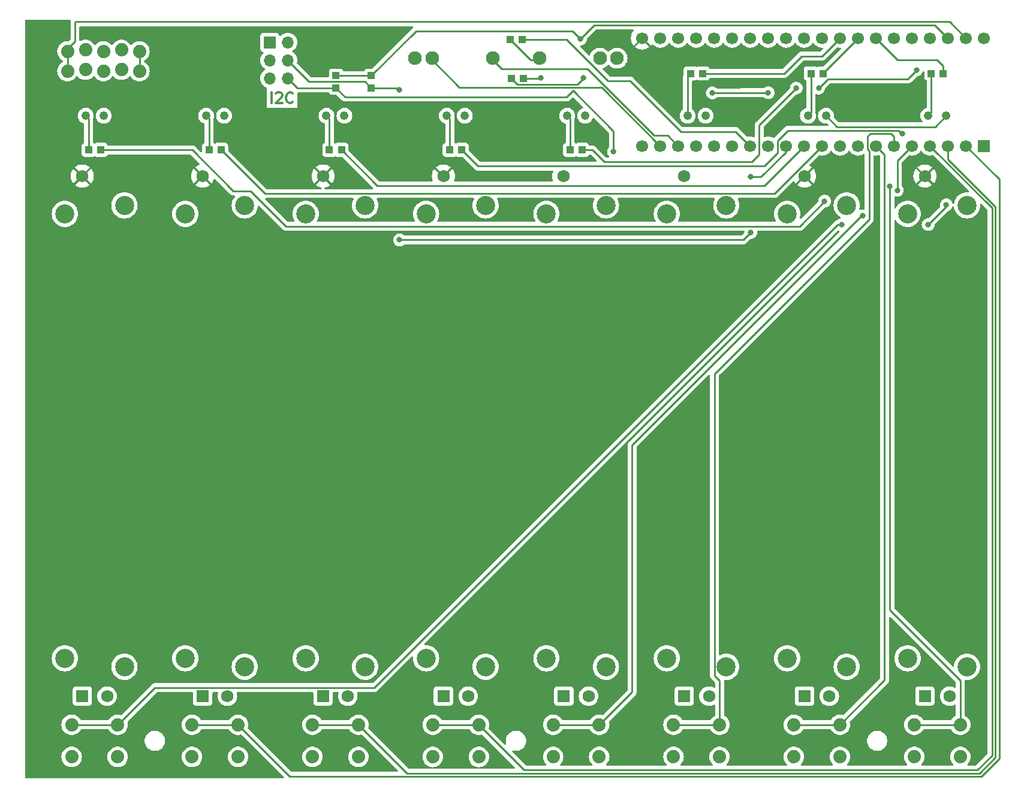
<source format=gtl>
G04 #@! TF.GenerationSoftware,KiCad,Pcbnew,7.0.8*
G04 #@! TF.CreationDate,2024-09-22T21:35:00-04:00*
G04 #@! TF.ProjectId,lichen-freddie-board,6c696368-656e-42d6-9672-65646469652d,1.0*
G04 #@! TF.SameCoordinates,Original*
G04 #@! TF.FileFunction,Copper,L1,Top*
G04 #@! TF.FilePolarity,Positive*
%FSLAX46Y46*%
G04 Gerber Fmt 4.6, Leading zero omitted, Abs format (unit mm)*
G04 Created by KiCad (PCBNEW 7.0.8) date 2024-09-22 21:35:00*
%MOMM*%
%LPD*%
G01*
G04 APERTURE LIST*
%ADD10C,0.300000*%
G04 #@! TA.AperFunction,NonConductor*
%ADD11C,0.300000*%
G04 #@! TD*
G04 #@! TA.AperFunction,SMDPad,CuDef*
%ADD12R,1.000000X1.000000*%
G04 #@! TD*
G04 #@! TA.AperFunction,ComponentPad*
%ADD13R,1.750000X1.750000*%
G04 #@! TD*
G04 #@! TA.AperFunction,ComponentPad*
%ADD14C,1.750000*%
G04 #@! TD*
G04 #@! TA.AperFunction,ComponentPad*
%ADD15C,2.700000*%
G04 #@! TD*
G04 #@! TA.AperFunction,ComponentPad*
%ADD16C,1.219200*%
G04 #@! TD*
G04 #@! TA.AperFunction,ComponentPad*
%ADD17C,1.879600*%
G04 #@! TD*
G04 #@! TA.AperFunction,ComponentPad*
%ADD18R,1.700000X1.700000*%
G04 #@! TD*
G04 #@! TA.AperFunction,ComponentPad*
%ADD19O,1.700000X1.700000*%
G04 #@! TD*
G04 #@! TA.AperFunction,ComponentPad*
%ADD20C,1.930400*%
G04 #@! TD*
G04 #@! TA.AperFunction,ComponentPad*
%ADD21C,1.700000*%
G04 #@! TD*
G04 #@! TA.AperFunction,ViaPad*
%ADD22C,0.800000*%
G04 #@! TD*
G04 #@! TA.AperFunction,Conductor*
%ADD23C,0.250000*%
G04 #@! TD*
G04 APERTURE END LIST*
D10*
D11*
X136424510Y-122450828D02*
X136424510Y-120950828D01*
X137067368Y-121093685D02*
X137138796Y-121022257D01*
X137138796Y-121022257D02*
X137281654Y-120950828D01*
X137281654Y-120950828D02*
X137638796Y-120950828D01*
X137638796Y-120950828D02*
X137781654Y-121022257D01*
X137781654Y-121022257D02*
X137853082Y-121093685D01*
X137853082Y-121093685D02*
X137924511Y-121236542D01*
X137924511Y-121236542D02*
X137924511Y-121379400D01*
X137924511Y-121379400D02*
X137853082Y-121593685D01*
X137853082Y-121593685D02*
X136995939Y-122450828D01*
X136995939Y-122450828D02*
X137924511Y-122450828D01*
X139424510Y-122307971D02*
X139353082Y-122379400D01*
X139353082Y-122379400D02*
X139138796Y-122450828D01*
X139138796Y-122450828D02*
X138995939Y-122450828D01*
X138995939Y-122450828D02*
X138781653Y-122379400D01*
X138781653Y-122379400D02*
X138638796Y-122236542D01*
X138638796Y-122236542D02*
X138567367Y-122093685D01*
X138567367Y-122093685D02*
X138495939Y-121807971D01*
X138495939Y-121807971D02*
X138495939Y-121593685D01*
X138495939Y-121593685D02*
X138567367Y-121307971D01*
X138567367Y-121307971D02*
X138638796Y-121165114D01*
X138638796Y-121165114D02*
X138781653Y-121022257D01*
X138781653Y-121022257D02*
X138995939Y-120950828D01*
X138995939Y-120950828D02*
X139138796Y-120950828D01*
X139138796Y-120950828D02*
X139353082Y-121022257D01*
X139353082Y-121022257D02*
X139424510Y-121093685D01*
D12*
X170290000Y-118960000D03*
X171990000Y-118960000D03*
D13*
X177700000Y-206258000D03*
D14*
X181200000Y-206258000D03*
X177700000Y-132758000D03*
D15*
X183650000Y-202108000D03*
X175250000Y-200908000D03*
X175250000Y-138108000D03*
X183650000Y-136908000D03*
D13*
X194700000Y-206258000D03*
D14*
X198200000Y-206258000D03*
X194700000Y-132758000D03*
D15*
X200650000Y-202108000D03*
X192250000Y-200908000D03*
X192250000Y-138108000D03*
X200650000Y-136908000D03*
D16*
X127180000Y-124234000D03*
X129720000Y-124234000D03*
D17*
X159198800Y-210316400D03*
X165701200Y-210316400D03*
X159198800Y-214837600D03*
X165701200Y-214837600D03*
X210198800Y-210316400D03*
X216701200Y-210316400D03*
X210198800Y-214837600D03*
X216701200Y-214837600D03*
D13*
X126700000Y-206258000D03*
D14*
X130200000Y-206258000D03*
X126700000Y-132758000D03*
D15*
X132650000Y-202108000D03*
X124250000Y-200908000D03*
X124250000Y-138108000D03*
X132650000Y-136908000D03*
D13*
X143700000Y-206258000D03*
D14*
X147200000Y-206258000D03*
X143700000Y-132758000D03*
D15*
X149650000Y-202108000D03*
X141250000Y-200908000D03*
X141250000Y-138108000D03*
X149650000Y-136908000D03*
D17*
X108198800Y-210316400D03*
X114701200Y-210316400D03*
X108198800Y-214837600D03*
X114701200Y-214837600D03*
X176198800Y-210316400D03*
X182701200Y-210316400D03*
X176198800Y-214837600D03*
X182701200Y-214837600D03*
D12*
X212600000Y-118267000D03*
X214300000Y-118267000D03*
D13*
X228700000Y-206258000D03*
D14*
X232200000Y-206258000D03*
X228700000Y-132758000D03*
D15*
X234650000Y-202108000D03*
X226250000Y-200908000D03*
X226250000Y-138108000D03*
X234650000Y-136908000D03*
D12*
X178600000Y-129069000D03*
X180300000Y-129069000D03*
D16*
X229180000Y-124234000D03*
X231720000Y-124234000D03*
X195180000Y-124234000D03*
X197720000Y-124234000D03*
D17*
X193198800Y-210316400D03*
X199701200Y-210316400D03*
X193198800Y-214837600D03*
X199701200Y-214837600D03*
X142198800Y-210316400D03*
X148701200Y-210316400D03*
X142198800Y-214837600D03*
X148701200Y-214837600D03*
D13*
X109700000Y-206258000D03*
D14*
X113200000Y-206258000D03*
X109700000Y-132758000D03*
D15*
X115650000Y-202108000D03*
X107250000Y-200908000D03*
X107250000Y-138108000D03*
X115650000Y-136908000D03*
D16*
X110180000Y-124234000D03*
X112720000Y-124234000D03*
X161180000Y-124234000D03*
X163720000Y-124234000D03*
D12*
X195600000Y-118267000D03*
X197300000Y-118267000D03*
X229600000Y-118267000D03*
X231300000Y-118267000D03*
D18*
X136180000Y-113870000D03*
D19*
X138720000Y-113870000D03*
X136180000Y-116410000D03*
X138720000Y-116410000D03*
X136180000Y-118950000D03*
X138720000Y-118950000D03*
D16*
X212180000Y-124234000D03*
X214720000Y-124234000D03*
D20*
X174243000Y-116108000D03*
X185215800Y-116108000D03*
X182802800Y-116108000D03*
D13*
X160700000Y-206258000D03*
D14*
X164200000Y-206258000D03*
X160700000Y-132758000D03*
D15*
X166650000Y-202108000D03*
X158250000Y-200908000D03*
X158250000Y-138108000D03*
X166650000Y-136908000D03*
D12*
X145530000Y-120290000D03*
X145530000Y-118590000D03*
X150510000Y-118590000D03*
X150510000Y-120290000D03*
X163300000Y-129069000D03*
X161600000Y-129069000D03*
X112300000Y-129069000D03*
X110600000Y-129069000D03*
D16*
X144180000Y-124234000D03*
X146720000Y-124234000D03*
D12*
X170130000Y-113470000D03*
X171830000Y-113470000D03*
D13*
X211700000Y-206258000D03*
D14*
X215200000Y-206258000D03*
X211700000Y-132758000D03*
D15*
X217650000Y-202108000D03*
X209250000Y-200908000D03*
X209250000Y-138108000D03*
X217650000Y-136908000D03*
D17*
X227198800Y-210316400D03*
X233701200Y-210316400D03*
X227198800Y-214837600D03*
X233701200Y-214837600D03*
D20*
X167657000Y-116108000D03*
X156684200Y-116108000D03*
X159097200Y-116108000D03*
D12*
X129300000Y-129069000D03*
X127600000Y-129069000D03*
D16*
X178180000Y-124234000D03*
X180720000Y-124234000D03*
D12*
X146300000Y-129069000D03*
X144600000Y-129069000D03*
D17*
X125198800Y-210316400D03*
X131701200Y-210316400D03*
X125198800Y-214837600D03*
X131701200Y-214837600D03*
D18*
X237040000Y-128510000D03*
D21*
X234500000Y-128510000D03*
X231960000Y-128510000D03*
X229420000Y-128510000D03*
X226880000Y-128510000D03*
X224340000Y-128510000D03*
X221800000Y-128510000D03*
X219260000Y-128510000D03*
X216720000Y-128510000D03*
X214180000Y-128510000D03*
X211640000Y-128510000D03*
X209100000Y-128510000D03*
X206560000Y-128510000D03*
X204020000Y-128510000D03*
X201480000Y-128510000D03*
X198940000Y-128510000D03*
X196400000Y-128510000D03*
X193860000Y-128510000D03*
X191320000Y-128510000D03*
X188780000Y-128510000D03*
X188780000Y-113270000D03*
X191320000Y-113270000D03*
X193860000Y-113270000D03*
X196400000Y-113270000D03*
X198940000Y-113270000D03*
X201480000Y-113270000D03*
X204020000Y-113270000D03*
X206560000Y-113270000D03*
X209100000Y-113270000D03*
X211640000Y-113270000D03*
X214180000Y-113270000D03*
X216720000Y-113270000D03*
X219260000Y-113270000D03*
X221800000Y-113270000D03*
X224340000Y-113270000D03*
X226880000Y-113270000D03*
X229420000Y-113270000D03*
X231960000Y-113270000D03*
X234500000Y-113270000D03*
X237040000Y-113270000D03*
D17*
X117770000Y-117930000D03*
X117770000Y-115136000D03*
X115230000Y-117726800D03*
X115230000Y-114932800D03*
X112690000Y-117930000D03*
X112690000Y-115136000D03*
X110150000Y-117726800D03*
X110150000Y-114932800D03*
X107610000Y-117930000D03*
X107610000Y-115136000D03*
D22*
X229160000Y-139620000D03*
X231720000Y-136830000D03*
X216930000Y-139630000D03*
X219900500Y-138400000D03*
X224800000Y-134780000D03*
X223730000Y-134200000D03*
X214530000Y-136310000D03*
X225530000Y-126740000D03*
X210530000Y-120340000D03*
X213700000Y-120320000D03*
X227500000Y-117770000D03*
X184910000Y-113250000D03*
X189990000Y-120230000D03*
X194720000Y-136640000D03*
X177740000Y-136510000D03*
X204080000Y-132860000D03*
X204120000Y-140730000D03*
X154510000Y-141790000D03*
X154500000Y-120550000D03*
X206580000Y-120990000D03*
X198680000Y-121010000D03*
X184714500Y-129300000D03*
X174470000Y-118910000D03*
X180060000Y-113400000D03*
X180440000Y-118860000D03*
D23*
X216380000Y-139630000D02*
X216930000Y-139630000D01*
X150952000Y-205058000D02*
X216380000Y-139630000D01*
X114701200Y-210316400D02*
X108198800Y-210316400D01*
X231720000Y-137060000D02*
X231720000Y-136830000D01*
X119959600Y-205058000D02*
X150952000Y-205058000D01*
X114701200Y-210316400D02*
X119959600Y-205058000D01*
X229160000Y-139620000D02*
X231720000Y-137060000D01*
X239180000Y-133190000D02*
X234500000Y-128510000D01*
X138984800Y-217600000D02*
X236690000Y-217600000D01*
X236690000Y-217600000D02*
X239180000Y-215110000D01*
X131701200Y-210316400D02*
X138984800Y-217600000D01*
X239180000Y-215110000D02*
X239180000Y-133190000D01*
X131701200Y-210316400D02*
X125198800Y-210316400D01*
X148701200Y-210316400D02*
X142198800Y-210316400D01*
X236430000Y-217150000D02*
X238660000Y-214920000D01*
X155534800Y-217150000D02*
X236430000Y-217150000D01*
X231960000Y-130390000D02*
X231960000Y-128510000D01*
X148701200Y-210316400D02*
X155534800Y-217150000D01*
X238660000Y-137090000D02*
X231960000Y-130390000D01*
X238660000Y-214920000D02*
X238660000Y-137090000D01*
X236100000Y-216700000D02*
X238190000Y-214610000D01*
X165701200Y-210316400D02*
X159198800Y-210316400D01*
X238190000Y-214610000D02*
X238190000Y-137280000D01*
X172084800Y-216700000D02*
X236100000Y-216700000D01*
X238190000Y-137280000D02*
X229420000Y-128510000D01*
X165701200Y-210316400D02*
X172084800Y-216700000D01*
X182701200Y-210316400D02*
X176198800Y-210316400D01*
X187360000Y-205657600D02*
X187360000Y-170780000D01*
X219590000Y-138550000D02*
X219750500Y-138550000D01*
X219750500Y-138550000D02*
X219900500Y-138400000D01*
X224800000Y-130590000D02*
X226880000Y-128510000D01*
X187360000Y-170780000D02*
X219590000Y-138550000D01*
X224800000Y-134780000D02*
X224800000Y-130590000D01*
X182701200Y-210316400D02*
X187360000Y-205657600D01*
X220820000Y-138850000D02*
X220820000Y-129190054D01*
X220625000Y-128995054D02*
X220625000Y-127135000D01*
X199701200Y-204101200D02*
X198975000Y-203375000D01*
X199701200Y-210316400D02*
X193198800Y-210316400D01*
X220990000Y-126770000D02*
X223920000Y-126770000D01*
X224340000Y-127190000D02*
X224340000Y-128510000D01*
X198975000Y-160695000D02*
X220820000Y-138850000D01*
X220820000Y-129190054D02*
X220625000Y-128995054D01*
X223920000Y-126770000D02*
X224340000Y-127190000D01*
X198975000Y-203375000D02*
X198975000Y-160695000D01*
X199701200Y-210316400D02*
X199701200Y-204101200D01*
X220625000Y-127135000D02*
X220990000Y-126770000D01*
X216701200Y-210316400D02*
X223005000Y-204012600D01*
X223005000Y-129715000D02*
X221800000Y-128510000D01*
X223005000Y-204012600D02*
X223005000Y-129715000D01*
X216701200Y-210316400D02*
X210198800Y-210316400D01*
X233701200Y-210316400D02*
X227198800Y-210316400D01*
X233701200Y-204051200D02*
X223750000Y-194100000D01*
X223730000Y-134230000D02*
X223730000Y-134200000D01*
X233701200Y-210316400D02*
X233701200Y-204051200D01*
X223730000Y-134200000D02*
X223700000Y-134200000D01*
X223750000Y-134250000D02*
X223730000Y-134230000D01*
X223750000Y-194100000D02*
X223750000Y-134250000D01*
X211015219Y-139874781D02*
X214530000Y-136360000D01*
X214530000Y-136310000D02*
X214580000Y-136310000D01*
X125239000Y-129069000D02*
X131050000Y-134880000D01*
X133500000Y-134880000D02*
X138494781Y-139874781D01*
X214530000Y-136360000D02*
X214530000Y-136310000D01*
X131050000Y-134880000D02*
X133500000Y-134880000D01*
X138494781Y-139874781D02*
X211015219Y-139874781D01*
X112300000Y-129069000D02*
X125239000Y-129069000D01*
X135464000Y-135233000D02*
X207457000Y-135233000D01*
X129300000Y-129069000D02*
X135464000Y-135233000D01*
X207457000Y-135233000D02*
X214180000Y-128510000D01*
X146300000Y-129069000D02*
X151371000Y-134140000D01*
X151371000Y-134140000D02*
X206010000Y-134140000D01*
X206010000Y-134140000D02*
X211640000Y-128510000D01*
X207880000Y-127760000D02*
X209320000Y-126320000D01*
X209320000Y-126320000D02*
X225030000Y-126320000D01*
X225530000Y-126820000D02*
X225500000Y-126790000D01*
X205990000Y-131370000D02*
X207880000Y-129480000D01*
X225030000Y-126320000D02*
X225450000Y-126740000D01*
X163300000Y-129069000D02*
X165601000Y-131370000D01*
X225530000Y-126740000D02*
X225530000Y-126820000D01*
X207880000Y-129480000D02*
X207880000Y-127760000D01*
X165601000Y-131370000D02*
X205990000Y-131370000D01*
X225450000Y-126740000D02*
X225530000Y-126740000D01*
X205300000Y-125560000D02*
X210520000Y-120340000D01*
X205300000Y-129770000D02*
X205300000Y-126100000D01*
X210530000Y-120330000D02*
X210460000Y-120400000D01*
X210530000Y-120340000D02*
X210530000Y-120330000D01*
X226270000Y-119050000D02*
X227500000Y-117820000D01*
X181719000Y-129069000D02*
X183430000Y-130780000D01*
X213700000Y-120320000D02*
X214970000Y-119050000D01*
X227500000Y-117770000D02*
X227550000Y-117770000D01*
X205300000Y-126100000D02*
X205300000Y-125560000D01*
X227550000Y-117770000D02*
X227530000Y-117790000D01*
X210520000Y-120340000D02*
X210530000Y-120340000D01*
X180300000Y-129069000D02*
X181719000Y-129069000D01*
X214970000Y-119050000D02*
X226270000Y-119050000D01*
X183430000Y-130780000D02*
X204290000Y-130780000D01*
X204290000Y-130780000D02*
X205300000Y-129770000D01*
X227500000Y-117820000D02*
X227500000Y-117770000D01*
X178098182Y-113470000D02*
X183958182Y-119330000D01*
X171830000Y-113470000D02*
X178098182Y-113470000D01*
X194220000Y-126470000D02*
X201980000Y-126470000D01*
X201980000Y-126470000D02*
X204020000Y-128510000D01*
X183958182Y-119330000D02*
X187080000Y-119330000D01*
X187080000Y-119330000D02*
X194220000Y-126470000D01*
X190466396Y-127020000D02*
X192370000Y-127020000D01*
X167657000Y-116390000D02*
X168907200Y-117640200D01*
X192370000Y-127020000D02*
X193860000Y-128510000D01*
X181086596Y-117640200D02*
X190466396Y-127020000D01*
X168907200Y-117640200D02*
X181086596Y-117640200D01*
X183060000Y-120250000D02*
X191320000Y-128510000D01*
X162957200Y-120250000D02*
X183060000Y-120250000D01*
X159097200Y-116390000D02*
X162957200Y-120250000D01*
X230144000Y-125810000D02*
X231720000Y-124234000D01*
X214720000Y-124234000D02*
X216296000Y-125810000D01*
X237060000Y-113290000D02*
X237040000Y-113270000D01*
X216296000Y-125810000D02*
X230144000Y-125810000D01*
X194700000Y-203900000D02*
X194690000Y-203890000D01*
X197300000Y-118267000D02*
X208803000Y-118267000D01*
X211250000Y-115820000D02*
X214170000Y-115820000D01*
X214170000Y-115820000D02*
X216720000Y-113270000D01*
X208803000Y-118267000D02*
X211250000Y-115820000D01*
X214300000Y-118267000D02*
X214300000Y-118230000D01*
X214300000Y-118230000D02*
X219260000Y-113270000D01*
X231300000Y-117180000D02*
X230440000Y-116320000D01*
X224850000Y-116320000D02*
X221800000Y-113270000D01*
X231300000Y-118267000D02*
X231300000Y-117180000D01*
X230440000Y-116320000D02*
X224850000Y-116320000D01*
X141725000Y-119415000D02*
X149635000Y-119415000D01*
X204080000Y-132860000D02*
X204150000Y-132900000D01*
X154500000Y-120550000D02*
X154240000Y-120290000D01*
X154510000Y-141790000D02*
X154520000Y-141790000D01*
X149635000Y-119415000D02*
X150510000Y-120290000D01*
X209100000Y-129355344D02*
X205555344Y-132900000D01*
X209100000Y-128510000D02*
X209100000Y-129355344D01*
X204150000Y-132900000D02*
X204190000Y-132900000D01*
X205555344Y-132900000D02*
X204230000Y-132900000D01*
X204120000Y-140730000D02*
X203060000Y-141790000D01*
X203060000Y-141790000D02*
X154510000Y-141790000D01*
X138720000Y-116410000D02*
X141725000Y-119415000D01*
X204230000Y-132900000D02*
X204080000Y-132860000D01*
X154240000Y-120290000D02*
X150510000Y-120290000D01*
X206590000Y-121010000D02*
X206600000Y-121020000D01*
X178090000Y-121600000D02*
X146840000Y-121600000D01*
X140060000Y-120290000D02*
X138720000Y-118950000D01*
X184714500Y-126424500D02*
X178990000Y-120700000D01*
X198680000Y-121010000D02*
X206580000Y-120990000D01*
X178990000Y-120700000D02*
X178090000Y-121600000D01*
X145530000Y-120290000D02*
X140060000Y-120290000D01*
X146840000Y-121600000D02*
X145530000Y-120290000D01*
X184714500Y-129300000D02*
X184714500Y-126424500D01*
X206580000Y-120990000D02*
X206590000Y-121010000D01*
X174470000Y-118910000D02*
X174420000Y-118960000D01*
X156840000Y-112260000D02*
X178920000Y-112260000D01*
X231960000Y-113270000D02*
X230100000Y-111410000D01*
X180060000Y-113400000D02*
X180030000Y-113400000D01*
X180030000Y-113400000D02*
X180060000Y-113370000D01*
X145530000Y-118590000D02*
X150510000Y-118590000D01*
X178920000Y-112260000D02*
X180060000Y-113400000D01*
X150510000Y-118590000D02*
X156840000Y-112260000D01*
X230100000Y-111410000D02*
X182020000Y-111410000D01*
X182020000Y-111410000D02*
X180060000Y-113370000D01*
X174420000Y-118960000D02*
X171990000Y-118960000D01*
X180060000Y-113370000D02*
X180060000Y-113400000D01*
X107610000Y-114766000D02*
X108660000Y-113716000D01*
X108660000Y-113716000D02*
X108660000Y-111010000D01*
X108660000Y-111010000D02*
X108710000Y-110960000D01*
X107610000Y-114766000D02*
X107610000Y-117560000D01*
X232190000Y-110960000D02*
X234500000Y-113270000D01*
X108710000Y-110960000D02*
X232190000Y-110960000D01*
X170130000Y-113470000D02*
X173010000Y-116350000D01*
X173010000Y-116350000D02*
X174243000Y-116350000D01*
X171115000Y-119785000D02*
X179595000Y-119785000D01*
X180520000Y-118860000D02*
X180440000Y-118940000D01*
X180440000Y-118940000D02*
X180440000Y-118860000D01*
X180440000Y-118860000D02*
X180520000Y-118860000D01*
X179595000Y-119785000D02*
X180440000Y-118940000D01*
X170290000Y-118960000D02*
X171115000Y-119785000D01*
X117770000Y-114766000D02*
X117770000Y-117560000D01*
X110600000Y-129069000D02*
X110600000Y-124654000D01*
X110600000Y-124654000D02*
X110180000Y-124234000D01*
X127600000Y-124654000D02*
X127180000Y-124234000D01*
X127600000Y-129069000D02*
X127600000Y-124654000D01*
X144600000Y-124654000D02*
X144180000Y-124234000D01*
X144600000Y-129069000D02*
X144600000Y-124654000D01*
X161600000Y-129069000D02*
X161600000Y-124654000D01*
X161600000Y-124654000D02*
X161180000Y-124234000D01*
X178600000Y-124654000D02*
X178180000Y-124234000D01*
X178600000Y-129069000D02*
X178600000Y-124654000D01*
X195180000Y-118687000D02*
X195600000Y-118267000D01*
X195180000Y-124234000D02*
X195180000Y-118687000D01*
X212600000Y-118267000D02*
X212600000Y-123814000D01*
X212600000Y-123814000D02*
X212180000Y-124234000D01*
X229600000Y-118267000D02*
X229600000Y-123814000D01*
X229600000Y-123814000D02*
X229180000Y-124234000D01*
G04 #@! TA.AperFunction,Conductor*
G36*
X108012281Y-110670185D02*
G01*
X108058036Y-110722989D01*
X108067980Y-110792147D01*
X108059045Y-110823742D01*
X108054563Y-110834099D01*
X108054561Y-110834105D01*
X108047271Y-110880127D01*
X108046087Y-110885846D01*
X108034501Y-110930972D01*
X108034500Y-110930982D01*
X108034500Y-110951016D01*
X108032973Y-110970415D01*
X108029840Y-110990194D01*
X108029840Y-110990195D01*
X108034225Y-111036583D01*
X108034500Y-111042421D01*
X108034500Y-113405546D01*
X108014815Y-113472585D01*
X107998181Y-113493228D01*
X107831271Y-113660137D01*
X107769948Y-113693621D01*
X107733353Y-113696032D01*
X107729348Y-113695700D01*
X107729347Y-113695700D01*
X107490653Y-113695700D01*
X107460978Y-113700652D01*
X107255213Y-113734988D01*
X107029458Y-113812489D01*
X107029453Y-113812491D01*
X106819529Y-113926098D01*
X106631169Y-114072704D01*
X106469506Y-114248317D01*
X106338951Y-114448147D01*
X106243070Y-114666732D01*
X106184475Y-114898118D01*
X106184473Y-114898130D01*
X106164764Y-115135994D01*
X106164764Y-115136005D01*
X106184473Y-115373869D01*
X106184475Y-115373881D01*
X106243070Y-115605267D01*
X106338951Y-115823852D01*
X106338953Y-115823856D01*
X106469506Y-116023682D01*
X106631168Y-116199295D01*
X106819531Y-116345903D01*
X106919518Y-116400013D01*
X106969108Y-116449233D01*
X106984500Y-116509068D01*
X106984500Y-116556931D01*
X106964815Y-116623970D01*
X106919518Y-116665985D01*
X106819537Y-116720092D01*
X106819530Y-116720097D01*
X106631169Y-116866704D01*
X106469506Y-117042317D01*
X106338951Y-117242147D01*
X106243070Y-117460732D01*
X106184475Y-117692118D01*
X106184473Y-117692130D01*
X106164764Y-117929994D01*
X106164764Y-117930005D01*
X106184473Y-118167869D01*
X106184475Y-118167881D01*
X106243070Y-118399267D01*
X106338951Y-118617852D01*
X106338953Y-118617856D01*
X106469506Y-118817682D01*
X106631168Y-118993295D01*
X106819531Y-119139903D01*
X107029455Y-119253509D01*
X107255216Y-119331012D01*
X107490653Y-119370300D01*
X107490654Y-119370300D01*
X107729346Y-119370300D01*
X107729347Y-119370300D01*
X107964784Y-119331012D01*
X108190545Y-119253509D01*
X108400469Y-119139903D01*
X108588832Y-118993295D01*
X108750494Y-118817682D01*
X108848523Y-118667636D01*
X108901669Y-118622280D01*
X108970901Y-118612856D01*
X109034236Y-118642358D01*
X109043553Y-118651467D01*
X109171168Y-118790095D01*
X109359531Y-118936703D01*
X109569455Y-119050309D01*
X109569458Y-119050310D01*
X109785696Y-119124544D01*
X109795216Y-119127812D01*
X110030653Y-119167100D01*
X110030654Y-119167100D01*
X110269346Y-119167100D01*
X110269347Y-119167100D01*
X110504784Y-119127812D01*
X110730545Y-119050309D01*
X110940469Y-118936703D01*
X111128832Y-118790095D01*
X111256439Y-118651474D01*
X111316325Y-118615486D01*
X111386163Y-118617586D01*
X111443779Y-118657109D01*
X111451473Y-118667631D01*
X111549506Y-118817682D01*
X111711168Y-118993295D01*
X111899531Y-119139903D01*
X112109455Y-119253509D01*
X112335216Y-119331012D01*
X112570653Y-119370300D01*
X112570654Y-119370300D01*
X112809346Y-119370300D01*
X112809347Y-119370300D01*
X113044784Y-119331012D01*
X113270545Y-119253509D01*
X113480469Y-119139903D01*
X113668832Y-118993295D01*
X113830494Y-118817682D01*
X113928523Y-118667636D01*
X113981669Y-118622280D01*
X114050901Y-118612856D01*
X114114236Y-118642358D01*
X114123553Y-118651467D01*
X114251168Y-118790095D01*
X114439531Y-118936703D01*
X114649455Y-119050309D01*
X114649458Y-119050310D01*
X114865696Y-119124544D01*
X114875216Y-119127812D01*
X115110653Y-119167100D01*
X115110654Y-119167100D01*
X115349346Y-119167100D01*
X115349347Y-119167100D01*
X115584784Y-119127812D01*
X115810545Y-119050309D01*
X116020469Y-118936703D01*
X116208832Y-118790095D01*
X116336439Y-118651474D01*
X116396325Y-118615486D01*
X116466163Y-118617586D01*
X116523779Y-118657109D01*
X116531473Y-118667631D01*
X116629506Y-118817682D01*
X116791168Y-118993295D01*
X116979531Y-119139903D01*
X117189455Y-119253509D01*
X117415216Y-119331012D01*
X117650653Y-119370300D01*
X117650654Y-119370300D01*
X117889346Y-119370300D01*
X117889347Y-119370300D01*
X118124784Y-119331012D01*
X118350545Y-119253509D01*
X118560469Y-119139903D01*
X118748832Y-118993295D01*
X118910494Y-118817682D01*
X119041047Y-118617856D01*
X119136929Y-118399267D01*
X119195525Y-118167878D01*
X119195726Y-118165452D01*
X119215236Y-117930005D01*
X119215236Y-117929994D01*
X119195526Y-117692130D01*
X119195524Y-117692118D01*
X119136929Y-117460732D01*
X119076490Y-117322947D01*
X119041047Y-117242144D01*
X118910494Y-117042318D01*
X118748832Y-116866705D01*
X118560469Y-116720097D01*
X118560462Y-116720092D01*
X118460482Y-116665985D01*
X118410891Y-116616766D01*
X118395500Y-116556931D01*
X118395500Y-116509068D01*
X118415185Y-116442029D01*
X118460480Y-116400013D01*
X118560469Y-116345903D01*
X118748832Y-116199295D01*
X118910494Y-116023682D01*
X119041047Y-115823856D01*
X119136929Y-115605267D01*
X119195525Y-115373878D01*
X119196641Y-115360407D01*
X119215236Y-115136005D01*
X119215236Y-115135994D01*
X119195526Y-114898130D01*
X119195524Y-114898118D01*
X119136929Y-114666732D01*
X119041048Y-114448147D01*
X119041047Y-114448144D01*
X118910494Y-114248318D01*
X118748832Y-114072705D01*
X118560469Y-113926097D01*
X118455895Y-113869504D01*
X118350546Y-113812491D01*
X118350541Y-113812489D01*
X118124786Y-113734988D01*
X117967826Y-113708796D01*
X117889347Y-113695700D01*
X117650653Y-113695700D01*
X117620978Y-113700652D01*
X117415213Y-113734988D01*
X117189458Y-113812489D01*
X117189453Y-113812491D01*
X116979529Y-113926098D01*
X116791167Y-114072705D01*
X116791164Y-114072708D01*
X116663560Y-114211323D01*
X116603673Y-114247314D01*
X116533835Y-114245213D01*
X116476219Y-114205689D01*
X116468522Y-114195161D01*
X116441665Y-114154053D01*
X116370494Y-114045118D01*
X116208832Y-113869505D01*
X116020469Y-113722897D01*
X115924152Y-113670772D01*
X115810546Y-113609291D01*
X115810541Y-113609289D01*
X115584786Y-113531788D01*
X115426669Y-113505403D01*
X115349347Y-113492500D01*
X115110653Y-113492500D01*
X115051793Y-113502322D01*
X114875213Y-113531788D01*
X114649458Y-113609289D01*
X114649453Y-113609291D01*
X114439529Y-113722898D01*
X114251169Y-113869504D01*
X114089502Y-114045121D01*
X113991475Y-114195163D01*
X113938329Y-114240520D01*
X113869097Y-114249943D01*
X113805762Y-114220441D01*
X113796446Y-114211332D01*
X113687172Y-114092627D01*
X113668834Y-114072707D01*
X113668832Y-114072705D01*
X113598382Y-114017872D01*
X113480469Y-113926097D01*
X113375895Y-113869504D01*
X113270546Y-113812491D01*
X113270541Y-113812489D01*
X113044786Y-113734988D01*
X112887826Y-113708796D01*
X112809347Y-113695700D01*
X112570653Y-113695700D01*
X112540978Y-113700652D01*
X112335213Y-113734988D01*
X112109458Y-113812489D01*
X112109453Y-113812491D01*
X111899529Y-113926098D01*
X111711167Y-114072705D01*
X111711164Y-114072708D01*
X111583560Y-114211323D01*
X111523673Y-114247314D01*
X111453835Y-114245213D01*
X111396219Y-114205689D01*
X111388522Y-114195161D01*
X111361665Y-114154053D01*
X111290494Y-114045118D01*
X111128832Y-113869505D01*
X110940469Y-113722897D01*
X110844152Y-113670772D01*
X110730546Y-113609291D01*
X110730541Y-113609289D01*
X110504786Y-113531788D01*
X110346669Y-113505403D01*
X110269347Y-113492500D01*
X110030653Y-113492500D01*
X109971793Y-113502322D01*
X109795213Y-113531788D01*
X109569458Y-113609289D01*
X109569453Y-113609291D01*
X109487121Y-113653848D01*
X109475501Y-113660137D01*
X109468518Y-113663916D01*
X109400190Y-113678511D01*
X109334817Y-113653848D01*
X109293156Y-113597758D01*
X109285500Y-113554861D01*
X109285500Y-111709500D01*
X109305185Y-111642461D01*
X109357989Y-111596706D01*
X109409500Y-111585500D01*
X156324076Y-111585500D01*
X156391115Y-111605185D01*
X156436870Y-111657989D01*
X156446814Y-111727147D01*
X156417789Y-111790703D01*
X156408959Y-111799893D01*
X156408413Y-111800405D01*
X156378710Y-111836309D01*
X156374777Y-111840631D01*
X150662226Y-117553181D01*
X150600903Y-117586666D01*
X150574545Y-117589500D01*
X149962129Y-117589500D01*
X149962123Y-117589501D01*
X149902516Y-117595908D01*
X149767671Y-117646202D01*
X149767664Y-117646206D01*
X149652455Y-117732452D01*
X149652452Y-117732455D01*
X149566206Y-117847664D01*
X149566203Y-117847669D01*
X149552715Y-117883834D01*
X149510843Y-117939767D01*
X149445379Y-117964184D01*
X149436533Y-117964500D01*
X146603467Y-117964500D01*
X146536428Y-117944815D01*
X146490673Y-117892011D01*
X146487285Y-117883834D01*
X146473796Y-117847669D01*
X146473793Y-117847664D01*
X146387547Y-117732455D01*
X146387544Y-117732452D01*
X146272335Y-117646206D01*
X146272328Y-117646202D01*
X146137482Y-117595908D01*
X146137483Y-117595908D01*
X146077883Y-117589501D01*
X146077881Y-117589500D01*
X146077873Y-117589500D01*
X146077864Y-117589500D01*
X144982129Y-117589500D01*
X144982123Y-117589501D01*
X144922516Y-117595908D01*
X144787671Y-117646202D01*
X144787664Y-117646206D01*
X144672455Y-117732452D01*
X144672452Y-117732455D01*
X144586206Y-117847664D01*
X144586202Y-117847671D01*
X144535910Y-117982513D01*
X144535909Y-117982517D01*
X144529500Y-118042127D01*
X144529500Y-118412135D01*
X144529501Y-118665500D01*
X144509817Y-118732539D01*
X144457013Y-118778294D01*
X144405501Y-118789500D01*
X142035452Y-118789500D01*
X141968413Y-118769815D01*
X141947771Y-118753181D01*
X140060237Y-116865646D01*
X140026752Y-116804323D01*
X140028142Y-116745876D01*
X140055063Y-116645408D01*
X140075659Y-116410000D01*
X140073771Y-116388426D01*
X140065782Y-116297105D01*
X140055063Y-116174592D01*
X139993903Y-115946337D01*
X139894035Y-115732171D01*
X139888822Y-115724725D01*
X139758494Y-115538597D01*
X139591402Y-115371506D01*
X139591396Y-115371501D01*
X139405842Y-115241575D01*
X139362217Y-115186998D01*
X139355023Y-115117500D01*
X139386546Y-115055145D01*
X139405842Y-115038425D01*
X139428026Y-115022891D01*
X139591401Y-114908495D01*
X139758495Y-114741401D01*
X139894035Y-114547830D01*
X139993903Y-114333663D01*
X140055063Y-114105408D01*
X140075659Y-113870000D01*
X140055063Y-113634592D01*
X139993903Y-113406337D01*
X139894035Y-113192171D01*
X139783701Y-113034596D01*
X139758494Y-112998597D01*
X139591402Y-112831506D01*
X139591395Y-112831501D01*
X139397834Y-112695967D01*
X139397830Y-112695965D01*
X139397828Y-112695964D01*
X139183663Y-112596097D01*
X139183659Y-112596096D01*
X139183655Y-112596094D01*
X138955413Y-112534938D01*
X138955403Y-112534936D01*
X138720001Y-112514341D01*
X138719999Y-112514341D01*
X138484596Y-112534936D01*
X138484586Y-112534938D01*
X138256344Y-112596094D01*
X138256335Y-112596098D01*
X138042171Y-112695964D01*
X138042169Y-112695965D01*
X137848600Y-112831503D01*
X137726673Y-112953430D01*
X137665350Y-112986914D01*
X137595658Y-112981930D01*
X137539725Y-112940058D01*
X137522810Y-112909081D01*
X137473797Y-112777671D01*
X137473793Y-112777664D01*
X137387547Y-112662455D01*
X137387544Y-112662452D01*
X137272335Y-112576206D01*
X137272328Y-112576202D01*
X137137482Y-112525908D01*
X137137483Y-112525908D01*
X137077883Y-112519501D01*
X137077881Y-112519500D01*
X137077873Y-112519500D01*
X137077864Y-112519500D01*
X135282129Y-112519500D01*
X135282123Y-112519501D01*
X135222516Y-112525908D01*
X135087671Y-112576202D01*
X135087664Y-112576206D01*
X134972455Y-112662452D01*
X134972452Y-112662455D01*
X134886206Y-112777664D01*
X134886202Y-112777671D01*
X134835908Y-112912517D01*
X134829501Y-112972116D01*
X134829500Y-112972135D01*
X134829500Y-114767870D01*
X134829501Y-114767876D01*
X134835908Y-114827483D01*
X134886202Y-114962328D01*
X134886206Y-114962335D01*
X134972452Y-115077544D01*
X134972455Y-115077547D01*
X135087664Y-115163793D01*
X135087671Y-115163797D01*
X135219081Y-115212810D01*
X135275015Y-115254681D01*
X135299432Y-115320145D01*
X135284580Y-115388418D01*
X135263430Y-115416673D01*
X135141503Y-115538600D01*
X135005965Y-115732169D01*
X135005964Y-115732171D01*
X134906098Y-115946335D01*
X134906094Y-115946344D01*
X134844938Y-116174586D01*
X134844936Y-116174596D01*
X134824341Y-116409999D01*
X134824341Y-116410000D01*
X134844936Y-116645403D01*
X134844938Y-116645413D01*
X134906094Y-116873655D01*
X134906096Y-116873659D01*
X134906097Y-116873663D01*
X134984274Y-117041314D01*
X135005965Y-117087830D01*
X135005967Y-117087834D01*
X135086382Y-117202677D01*
X135141501Y-117281396D01*
X135141506Y-117281402D01*
X135308597Y-117448493D01*
X135308603Y-117448498D01*
X135494158Y-117578425D01*
X135537783Y-117633002D01*
X135544977Y-117702500D01*
X135513454Y-117764855D01*
X135494158Y-117781575D01*
X135308597Y-117911505D01*
X135141505Y-118078597D01*
X135005965Y-118272169D01*
X135005964Y-118272171D01*
X134906098Y-118486335D01*
X134906094Y-118486344D01*
X134844938Y-118714586D01*
X134844936Y-118714596D01*
X134824341Y-118949999D01*
X134824341Y-118950000D01*
X134844936Y-119185403D01*
X134844938Y-119185413D01*
X134906094Y-119413655D01*
X134906096Y-119413659D01*
X134906097Y-119413663D01*
X134966797Y-119543834D01*
X135005965Y-119627830D01*
X135005967Y-119627834D01*
X135102606Y-119765848D01*
X135141505Y-119821401D01*
X135308599Y-119988495D01*
X135376680Y-120036166D01*
X135502165Y-120124032D01*
X135502167Y-120124033D01*
X135502170Y-120124035D01*
X135702415Y-120217411D01*
X135754854Y-120263582D01*
X135774010Y-120329792D01*
X135774010Y-123106619D01*
X140075010Y-123106619D01*
X140075010Y-121039500D01*
X140094695Y-120972461D01*
X140147499Y-120926706D01*
X140199010Y-120915500D01*
X144456533Y-120915500D01*
X144523572Y-120935185D01*
X144569327Y-120987989D01*
X144572715Y-120996166D01*
X144586203Y-121032330D01*
X144586206Y-121032335D01*
X144672452Y-121147544D01*
X144672455Y-121147547D01*
X144787664Y-121233793D01*
X144787671Y-121233797D01*
X144832618Y-121250561D01*
X144922517Y-121284091D01*
X144982127Y-121290500D01*
X145594547Y-121290499D01*
X145661586Y-121310183D01*
X145682228Y-121326818D01*
X146339194Y-121983784D01*
X146349019Y-121996048D01*
X146349240Y-121995866D01*
X146354210Y-122001873D01*
X146354213Y-122001876D01*
X146354214Y-122001877D01*
X146404651Y-122049241D01*
X146425530Y-122070120D01*
X146431004Y-122074366D01*
X146435442Y-122078156D01*
X146469418Y-122110062D01*
X146469422Y-122110064D01*
X146486973Y-122119713D01*
X146503231Y-122130392D01*
X146519064Y-122142674D01*
X146541015Y-122152172D01*
X146561837Y-122161183D01*
X146567081Y-122163752D01*
X146607908Y-122186197D01*
X146627312Y-122191179D01*
X146645710Y-122197478D01*
X146664105Y-122205438D01*
X146710129Y-122212726D01*
X146715832Y-122213907D01*
X146760981Y-122225500D01*
X146781016Y-122225500D01*
X146800413Y-122227026D01*
X146820196Y-122230160D01*
X146866584Y-122225775D01*
X146872422Y-122225500D01*
X178007257Y-122225500D01*
X178022877Y-122227224D01*
X178022904Y-122226939D01*
X178030660Y-122227671D01*
X178030667Y-122227673D01*
X178099814Y-122225500D01*
X178129350Y-122225500D01*
X178136228Y-122224630D01*
X178142041Y-122224172D01*
X178188627Y-122222709D01*
X178207869Y-122217117D01*
X178226912Y-122213174D01*
X178246792Y-122210664D01*
X178290122Y-122193507D01*
X178295646Y-122191617D01*
X178299396Y-122190527D01*
X178340390Y-122178618D01*
X178357629Y-122168422D01*
X178375103Y-122159862D01*
X178393727Y-122152488D01*
X178393727Y-122152487D01*
X178393732Y-122152486D01*
X178431449Y-122125082D01*
X178436305Y-122121892D01*
X178476420Y-122098170D01*
X178490589Y-122083999D01*
X178505379Y-122071368D01*
X178521587Y-122059594D01*
X178551299Y-122023676D01*
X178555212Y-122019376D01*
X178902321Y-121672267D01*
X178963641Y-121638785D01*
X179033333Y-121643769D01*
X179077680Y-121672270D01*
X180390049Y-122984639D01*
X180423534Y-123045962D01*
X180418550Y-123115654D01*
X180376678Y-123171587D01*
X180347162Y-123187947D01*
X180223068Y-123236020D01*
X180223062Y-123236023D01*
X180048151Y-123344323D01*
X180048146Y-123344327D01*
X179896112Y-123482923D01*
X179772129Y-123647105D01*
X179680431Y-123831259D01*
X179680427Y-123831269D01*
X179624126Y-124029150D01*
X179605144Y-124234000D01*
X179624126Y-124438849D01*
X179624126Y-124438851D01*
X179624127Y-124438854D01*
X179650359Y-124531051D01*
X179680427Y-124636730D01*
X179680431Y-124636740D01*
X179772129Y-124820894D01*
X179772130Y-124820896D01*
X179834120Y-124902985D01*
X179896112Y-124985076D01*
X180048146Y-125123672D01*
X180048151Y-125123676D01*
X180223062Y-125231976D01*
X180223063Y-125231976D01*
X180223066Y-125231978D01*
X180414905Y-125306297D01*
X180617134Y-125344100D01*
X180617136Y-125344100D01*
X180822864Y-125344100D01*
X180822866Y-125344100D01*
X181025095Y-125306297D01*
X181216934Y-125231978D01*
X181356570Y-125145519D01*
X181391848Y-125123676D01*
X181391848Y-125123675D01*
X181391851Y-125123674D01*
X181543889Y-124985074D01*
X181667870Y-124820896D01*
X181759572Y-124636732D01*
X181764417Y-124619702D01*
X181801696Y-124560610D01*
X181865005Y-124531051D01*
X181934245Y-124540412D01*
X181971365Y-124565955D01*
X184052681Y-126647271D01*
X184086166Y-126708594D01*
X184089000Y-126734952D01*
X184089000Y-128601312D01*
X184069315Y-128668351D01*
X184057150Y-128684284D01*
X183981966Y-128767784D01*
X183887321Y-128931715D01*
X183887318Y-128931722D01*
X183828827Y-129111740D01*
X183828826Y-129111744D01*
X183809040Y-129300000D01*
X183828826Y-129488256D01*
X183828827Y-129488259D01*
X183887318Y-129668277D01*
X183887321Y-129668284D01*
X183981967Y-129832216D01*
X184085795Y-129947528D01*
X184116025Y-130010519D01*
X184107400Y-130079854D01*
X184062659Y-130133520D01*
X183996006Y-130154478D01*
X183993645Y-130154500D01*
X183740453Y-130154500D01*
X183673414Y-130134815D01*
X183652772Y-130118181D01*
X182219803Y-128685212D01*
X182209980Y-128672950D01*
X182209759Y-128673134D01*
X182204786Y-128667123D01*
X182185393Y-128648912D01*
X182154364Y-128619773D01*
X182143919Y-128609328D01*
X182133475Y-128598883D01*
X182127986Y-128594625D01*
X182123561Y-128590847D01*
X182089582Y-128558938D01*
X182089580Y-128558936D01*
X182089577Y-128558935D01*
X182072029Y-128549288D01*
X182055763Y-128538604D01*
X182039933Y-128526325D01*
X181997168Y-128507818D01*
X181991922Y-128505248D01*
X181951093Y-128482803D01*
X181951092Y-128482802D01*
X181931693Y-128477822D01*
X181913281Y-128471518D01*
X181894898Y-128463562D01*
X181894892Y-128463560D01*
X181848874Y-128456272D01*
X181843152Y-128455087D01*
X181798021Y-128443500D01*
X181798019Y-128443500D01*
X181777984Y-128443500D01*
X181758586Y-128441973D01*
X181751162Y-128440797D01*
X181738805Y-128438840D01*
X181738804Y-128438840D01*
X181692416Y-128443225D01*
X181686578Y-128443500D01*
X181373467Y-128443500D01*
X181306428Y-128423815D01*
X181260673Y-128371011D01*
X181257285Y-128362834D01*
X181243796Y-128326669D01*
X181243793Y-128326664D01*
X181157547Y-128211455D01*
X181157544Y-128211452D01*
X181042335Y-128125206D01*
X181042328Y-128125202D01*
X180907482Y-128074908D01*
X180907483Y-128074908D01*
X180847883Y-128068501D01*
X180847881Y-128068500D01*
X180847873Y-128068500D01*
X180847864Y-128068500D01*
X179752129Y-128068500D01*
X179752123Y-128068501D01*
X179692516Y-128074908D01*
X179557671Y-128125202D01*
X179557669Y-128125203D01*
X179524310Y-128150176D01*
X179458845Y-128174592D01*
X179390572Y-128159740D01*
X179375690Y-128150176D01*
X179342331Y-128125204D01*
X179306164Y-128111714D01*
X179250231Y-128069841D01*
X179225816Y-128004376D01*
X179225500Y-127995533D01*
X179225500Y-124736742D01*
X179227224Y-124721122D01*
X179226939Y-124721095D01*
X179227673Y-124713333D01*
X179225500Y-124644172D01*
X179225500Y-124633192D01*
X179230234Y-124599258D01*
X179234688Y-124583603D01*
X179275873Y-124438854D01*
X179294856Y-124234000D01*
X179275873Y-124029146D01*
X179219572Y-123831268D01*
X179127870Y-123647104D01*
X179003889Y-123482926D01*
X179003887Y-123482923D01*
X178851853Y-123344327D01*
X178851848Y-123344323D01*
X178676937Y-123236023D01*
X178676931Y-123236021D01*
X178485095Y-123161703D01*
X178282866Y-123123900D01*
X178077134Y-123123900D01*
X177874905Y-123161703D01*
X177849392Y-123171587D01*
X177683068Y-123236021D01*
X177683062Y-123236023D01*
X177508151Y-123344323D01*
X177508146Y-123344327D01*
X177356112Y-123482923D01*
X177232129Y-123647105D01*
X177140431Y-123831259D01*
X177140427Y-123831269D01*
X177084126Y-124029150D01*
X177065144Y-124234000D01*
X177084126Y-124438849D01*
X177084126Y-124438851D01*
X177084127Y-124438854D01*
X177110359Y-124531051D01*
X177140427Y-124636730D01*
X177140431Y-124636740D01*
X177232129Y-124820894D01*
X177232130Y-124820896D01*
X177294120Y-124902985D01*
X177356112Y-124985076D01*
X177508146Y-125123672D01*
X177508151Y-125123676D01*
X177683062Y-125231976D01*
X177683068Y-125231979D01*
X177701349Y-125239061D01*
X177874905Y-125306297D01*
X177874909Y-125306297D01*
X177874910Y-125306298D01*
X177880412Y-125307864D01*
X177879975Y-125309398D01*
X177935554Y-125337650D01*
X177970835Y-125397958D01*
X177974500Y-125427882D01*
X177974500Y-127995533D01*
X177954815Y-128062572D01*
X177902011Y-128108327D01*
X177893836Y-128111714D01*
X177857665Y-128125205D01*
X177742455Y-128211452D01*
X177742452Y-128211455D01*
X177656206Y-128326664D01*
X177656202Y-128326671D01*
X177605908Y-128461517D01*
X177600931Y-128507818D01*
X177599501Y-128521123D01*
X177599500Y-128521135D01*
X177599500Y-129616870D01*
X177599501Y-129616876D01*
X177605908Y-129676483D01*
X177656202Y-129811328D01*
X177656206Y-129811335D01*
X177742452Y-129926544D01*
X177742455Y-129926547D01*
X177857664Y-130012793D01*
X177857671Y-130012797D01*
X177992517Y-130063091D01*
X177992516Y-130063091D01*
X177999444Y-130063835D01*
X178052127Y-130069500D01*
X179147872Y-130069499D01*
X179207483Y-130063091D01*
X179221956Y-130057693D01*
X179342329Y-130012797D01*
X179342329Y-130012796D01*
X179342331Y-130012796D01*
X179375689Y-129987823D01*
X179441151Y-129963406D01*
X179509425Y-129978257D01*
X179524305Y-129987820D01*
X179557669Y-130012796D01*
X179557670Y-130012796D01*
X179557670Y-130012797D01*
X179692517Y-130063091D01*
X179692516Y-130063091D01*
X179699444Y-130063835D01*
X179752127Y-130069500D01*
X180847872Y-130069499D01*
X180907483Y-130063091D01*
X181042331Y-130012796D01*
X181157546Y-129926546D01*
X181243796Y-129811331D01*
X181257285Y-129775166D01*
X181299157Y-129719233D01*
X181364621Y-129694816D01*
X181373467Y-129694500D01*
X181408548Y-129694500D01*
X181475587Y-129714185D01*
X181496229Y-129730819D01*
X182298228Y-130532819D01*
X182331713Y-130594142D01*
X182326729Y-130663834D01*
X182284857Y-130719767D01*
X182219393Y-130744184D01*
X182210547Y-130744500D01*
X165911453Y-130744500D01*
X165844414Y-130724815D01*
X165823772Y-130708181D01*
X164336818Y-129221227D01*
X164303333Y-129159904D01*
X164300499Y-129133546D01*
X164300499Y-128521129D01*
X164300498Y-128521123D01*
X164300497Y-128521116D01*
X164294091Y-128461517D01*
X164260334Y-128371011D01*
X164243797Y-128326671D01*
X164243793Y-128326664D01*
X164157547Y-128211455D01*
X164157544Y-128211452D01*
X164042335Y-128125206D01*
X164042328Y-128125202D01*
X163907482Y-128074908D01*
X163907483Y-128074908D01*
X163847883Y-128068501D01*
X163847881Y-128068500D01*
X163847873Y-128068500D01*
X163847864Y-128068500D01*
X162752129Y-128068500D01*
X162752123Y-128068501D01*
X162692516Y-128074908D01*
X162557671Y-128125202D01*
X162557669Y-128125203D01*
X162524310Y-128150176D01*
X162458845Y-128174592D01*
X162390572Y-128159740D01*
X162375690Y-128150176D01*
X162342331Y-128125204D01*
X162306164Y-128111714D01*
X162250231Y-128069841D01*
X162225816Y-128004376D01*
X162225500Y-127995533D01*
X162225500Y-124736742D01*
X162227224Y-124721122D01*
X162226939Y-124721095D01*
X162227673Y-124713333D01*
X162225500Y-124644172D01*
X162225500Y-124633192D01*
X162230234Y-124599258D01*
X162234688Y-124583603D01*
X162275873Y-124438854D01*
X162294856Y-124234000D01*
X162605144Y-124234000D01*
X162624126Y-124438849D01*
X162624126Y-124438851D01*
X162624127Y-124438854D01*
X162650359Y-124531051D01*
X162680427Y-124636730D01*
X162680431Y-124636740D01*
X162772129Y-124820894D01*
X162772130Y-124820896D01*
X162834120Y-124902985D01*
X162896112Y-124985076D01*
X163048146Y-125123672D01*
X163048151Y-125123676D01*
X163223062Y-125231976D01*
X163223063Y-125231976D01*
X163223066Y-125231978D01*
X163414905Y-125306297D01*
X163617134Y-125344100D01*
X163617136Y-125344100D01*
X163822864Y-125344100D01*
X163822866Y-125344100D01*
X164025095Y-125306297D01*
X164216934Y-125231978D01*
X164356570Y-125145519D01*
X164391848Y-125123676D01*
X164391848Y-125123675D01*
X164391851Y-125123674D01*
X164543889Y-124985074D01*
X164667870Y-124820896D01*
X164759572Y-124636732D01*
X164815873Y-124438854D01*
X164834856Y-124234000D01*
X164815873Y-124029146D01*
X164759572Y-123831268D01*
X164667870Y-123647104D01*
X164543889Y-123482926D01*
X164543887Y-123482923D01*
X164391853Y-123344327D01*
X164391848Y-123344323D01*
X164216937Y-123236023D01*
X164216931Y-123236021D01*
X164025095Y-123161703D01*
X163822866Y-123123900D01*
X163617134Y-123123900D01*
X163414905Y-123161703D01*
X163389392Y-123171587D01*
X163223068Y-123236021D01*
X163223062Y-123236023D01*
X163048151Y-123344323D01*
X163048146Y-123344327D01*
X162896112Y-123482923D01*
X162772129Y-123647105D01*
X162680431Y-123831259D01*
X162680427Y-123831269D01*
X162624126Y-124029150D01*
X162605144Y-124234000D01*
X162294856Y-124234000D01*
X162275873Y-124029146D01*
X162219572Y-123831268D01*
X162127870Y-123647104D01*
X162003889Y-123482926D01*
X162003887Y-123482923D01*
X161851853Y-123344327D01*
X161851848Y-123344323D01*
X161676937Y-123236023D01*
X161676931Y-123236021D01*
X161485095Y-123161703D01*
X161282866Y-123123900D01*
X161077134Y-123123900D01*
X160874905Y-123161703D01*
X160849392Y-123171587D01*
X160683068Y-123236021D01*
X160683062Y-123236023D01*
X160508151Y-123344323D01*
X160508146Y-123344327D01*
X160356112Y-123482923D01*
X160232129Y-123647105D01*
X160140431Y-123831259D01*
X160140427Y-123831269D01*
X160084126Y-124029150D01*
X160065144Y-124234000D01*
X160084126Y-124438849D01*
X160084126Y-124438851D01*
X160084127Y-124438854D01*
X160110359Y-124531051D01*
X160140427Y-124636730D01*
X160140431Y-124636740D01*
X160232129Y-124820894D01*
X160232130Y-124820896D01*
X160294120Y-124902985D01*
X160356112Y-124985076D01*
X160508146Y-125123672D01*
X160508151Y-125123676D01*
X160683062Y-125231976D01*
X160683068Y-125231979D01*
X160701349Y-125239061D01*
X160874905Y-125306297D01*
X160874909Y-125306297D01*
X160874910Y-125306298D01*
X160880412Y-125307864D01*
X160879975Y-125309398D01*
X160935554Y-125337650D01*
X160970835Y-125397958D01*
X160974500Y-125427882D01*
X160974500Y-127995533D01*
X160954815Y-128062572D01*
X160902011Y-128108327D01*
X160893836Y-128111714D01*
X160857665Y-128125205D01*
X160742455Y-128211452D01*
X160742452Y-128211455D01*
X160656206Y-128326664D01*
X160656202Y-128326671D01*
X160605908Y-128461517D01*
X160600931Y-128507818D01*
X160599501Y-128521123D01*
X160599500Y-128521135D01*
X160599500Y-129616870D01*
X160599501Y-129616876D01*
X160605908Y-129676483D01*
X160656202Y-129811328D01*
X160656206Y-129811335D01*
X160742452Y-129926544D01*
X160742455Y-129926547D01*
X160857664Y-130012793D01*
X160857671Y-130012797D01*
X160992517Y-130063091D01*
X160992516Y-130063091D01*
X160999444Y-130063835D01*
X161052127Y-130069500D01*
X162147872Y-130069499D01*
X162207483Y-130063091D01*
X162221956Y-130057693D01*
X162342329Y-130012797D01*
X162342329Y-130012796D01*
X162342331Y-130012796D01*
X162375689Y-129987823D01*
X162441151Y-129963406D01*
X162509425Y-129978257D01*
X162524305Y-129987820D01*
X162557669Y-130012796D01*
X162557670Y-130012796D01*
X162557670Y-130012797D01*
X162632155Y-130040577D01*
X162692517Y-130063091D01*
X162752127Y-130069500D01*
X163364547Y-130069499D01*
X163431586Y-130089183D01*
X163452228Y-130105818D01*
X165100197Y-131753788D01*
X165110022Y-131766051D01*
X165110243Y-131765869D01*
X165115214Y-131771878D01*
X165141217Y-131796295D01*
X165165635Y-131819226D01*
X165186529Y-131840120D01*
X165192011Y-131844373D01*
X165196443Y-131848157D01*
X165230418Y-131880062D01*
X165247976Y-131889714D01*
X165264235Y-131900395D01*
X165280064Y-131912673D01*
X165322838Y-131931182D01*
X165328056Y-131933738D01*
X165368908Y-131956197D01*
X165388316Y-131961180D01*
X165406717Y-131967480D01*
X165425104Y-131975437D01*
X165468488Y-131982308D01*
X165471119Y-131982725D01*
X165476839Y-131983909D01*
X165521981Y-131995500D01*
X165542016Y-131995500D01*
X165561414Y-131997026D01*
X165581194Y-132000159D01*
X165581195Y-132000160D01*
X165581195Y-132000159D01*
X165581196Y-132000160D01*
X165627584Y-131995775D01*
X165633422Y-131995500D01*
X176071371Y-131995500D01*
X176138410Y-132015185D01*
X176184165Y-132067989D01*
X176194109Y-132137147D01*
X176185932Y-132166952D01*
X176149752Y-132254297D01*
X176090042Y-132503010D01*
X176069975Y-132758000D01*
X176090042Y-133012989D01*
X176149752Y-133261702D01*
X176183447Y-133343048D01*
X176190916Y-133412517D01*
X176159641Y-133474996D01*
X176099552Y-133510648D01*
X176068886Y-133514500D01*
X162331114Y-133514500D01*
X162264075Y-133494815D01*
X162218320Y-133442011D01*
X162208376Y-133372853D01*
X162216553Y-133343048D01*
X162250247Y-133261702D01*
X162309957Y-133012989D01*
X162330024Y-132758000D01*
X162309957Y-132503010D01*
X162250247Y-132254297D01*
X162152365Y-132017987D01*
X162152363Y-132017984D01*
X162018719Y-131799897D01*
X162018716Y-131799892D01*
X161950319Y-131719810D01*
X161220025Y-132450103D01*
X161127925Y-132330075D01*
X161007895Y-132237973D01*
X161738188Y-131507679D01*
X161658107Y-131439283D01*
X161658102Y-131439280D01*
X161440015Y-131305636D01*
X161440012Y-131305634D01*
X161203702Y-131207752D01*
X160954988Y-131148042D01*
X160954989Y-131148042D01*
X160700000Y-131127975D01*
X160445010Y-131148042D01*
X160196297Y-131207752D01*
X159959987Y-131305634D01*
X159959984Y-131305636D01*
X159741903Y-131439276D01*
X159741894Y-131439283D01*
X159661811Y-131507679D01*
X160392105Y-132237973D01*
X160272075Y-132330075D01*
X160179972Y-132450104D01*
X159449679Y-131719811D01*
X159381283Y-131799894D01*
X159381276Y-131799903D01*
X159247636Y-132017984D01*
X159247634Y-132017987D01*
X159149752Y-132254297D01*
X159090042Y-132503010D01*
X159069975Y-132758000D01*
X159090042Y-133012989D01*
X159149752Y-133261702D01*
X159183447Y-133343048D01*
X159190916Y-133412517D01*
X159159641Y-133474996D01*
X159099552Y-133510648D01*
X159068886Y-133514500D01*
X151681452Y-133514500D01*
X151614413Y-133494815D01*
X151593771Y-133478181D01*
X147336818Y-129221227D01*
X147303333Y-129159904D01*
X147300499Y-129133546D01*
X147300499Y-128521129D01*
X147300498Y-128521123D01*
X147300497Y-128521116D01*
X147294091Y-128461517D01*
X147260334Y-128371011D01*
X147243797Y-128326671D01*
X147243793Y-128326664D01*
X147157547Y-128211455D01*
X147157544Y-128211452D01*
X147042335Y-128125206D01*
X147042328Y-128125202D01*
X146907482Y-128074908D01*
X146907483Y-128074908D01*
X146847883Y-128068501D01*
X146847881Y-128068500D01*
X146847873Y-128068500D01*
X146847864Y-128068500D01*
X145752129Y-128068500D01*
X145752123Y-128068501D01*
X145692516Y-128074908D01*
X145557671Y-128125202D01*
X145557669Y-128125203D01*
X145524310Y-128150176D01*
X145458845Y-128174592D01*
X145390572Y-128159740D01*
X145375690Y-128150176D01*
X145342331Y-128125204D01*
X145306164Y-128111714D01*
X145250231Y-128069841D01*
X145225816Y-128004376D01*
X145225500Y-127995533D01*
X145225500Y-124736742D01*
X145227224Y-124721122D01*
X145226939Y-124721095D01*
X145227673Y-124713333D01*
X145225500Y-124644172D01*
X145225500Y-124633192D01*
X145230234Y-124599258D01*
X145234688Y-124583603D01*
X145275873Y-124438854D01*
X145294856Y-124234000D01*
X145605144Y-124234000D01*
X145624126Y-124438849D01*
X145624126Y-124438851D01*
X145624127Y-124438854D01*
X145650359Y-124531051D01*
X145680427Y-124636730D01*
X145680431Y-124636740D01*
X145772129Y-124820894D01*
X145772130Y-124820896D01*
X145834120Y-124902985D01*
X145896112Y-124985076D01*
X146048146Y-125123672D01*
X146048151Y-125123676D01*
X146223062Y-125231976D01*
X146223063Y-125231976D01*
X146223066Y-125231978D01*
X146414905Y-125306297D01*
X146617134Y-125344100D01*
X146617136Y-125344100D01*
X146822864Y-125344100D01*
X146822866Y-125344100D01*
X147025095Y-125306297D01*
X147216934Y-125231978D01*
X147356570Y-125145519D01*
X147391848Y-125123676D01*
X147391848Y-125123675D01*
X147391851Y-125123674D01*
X147543889Y-124985074D01*
X147667870Y-124820896D01*
X147759572Y-124636732D01*
X147815873Y-124438854D01*
X147834856Y-124234000D01*
X147815873Y-124029146D01*
X147759572Y-123831268D01*
X147667870Y-123647104D01*
X147543889Y-123482926D01*
X147543887Y-123482923D01*
X147391853Y-123344327D01*
X147391848Y-123344323D01*
X147216937Y-123236023D01*
X147216931Y-123236021D01*
X147025095Y-123161703D01*
X146822866Y-123123900D01*
X146617134Y-123123900D01*
X146414905Y-123161703D01*
X146389392Y-123171587D01*
X146223068Y-123236021D01*
X146223062Y-123236023D01*
X146048151Y-123344323D01*
X146048146Y-123344327D01*
X145896112Y-123482923D01*
X145772129Y-123647105D01*
X145680431Y-123831259D01*
X145680427Y-123831269D01*
X145624126Y-124029150D01*
X145605144Y-124234000D01*
X145294856Y-124234000D01*
X145275873Y-124029146D01*
X145219572Y-123831268D01*
X145127870Y-123647104D01*
X145003889Y-123482926D01*
X145003887Y-123482923D01*
X144851853Y-123344327D01*
X144851848Y-123344323D01*
X144676937Y-123236023D01*
X144676931Y-123236021D01*
X144485095Y-123161703D01*
X144282866Y-123123900D01*
X144077134Y-123123900D01*
X143874905Y-123161703D01*
X143849392Y-123171587D01*
X143683068Y-123236021D01*
X143683062Y-123236023D01*
X143508151Y-123344323D01*
X143508146Y-123344327D01*
X143356112Y-123482923D01*
X143232129Y-123647105D01*
X143140431Y-123831259D01*
X143140427Y-123831269D01*
X143084126Y-124029150D01*
X143065144Y-124234000D01*
X143084126Y-124438849D01*
X143084126Y-124438851D01*
X143084127Y-124438854D01*
X143110359Y-124531051D01*
X143140427Y-124636730D01*
X143140431Y-124636740D01*
X143232129Y-124820894D01*
X143232130Y-124820896D01*
X143294120Y-124902985D01*
X143356112Y-124985076D01*
X143508146Y-125123672D01*
X143508151Y-125123676D01*
X143683062Y-125231976D01*
X143683068Y-125231979D01*
X143701349Y-125239061D01*
X143874905Y-125306297D01*
X143874909Y-125306297D01*
X143874910Y-125306298D01*
X143880412Y-125307864D01*
X143879975Y-125309398D01*
X143935554Y-125337650D01*
X143970835Y-125397958D01*
X143974500Y-125427882D01*
X143974500Y-127995533D01*
X143954815Y-128062572D01*
X143902011Y-128108327D01*
X143893836Y-128111714D01*
X143857665Y-128125205D01*
X143742455Y-128211452D01*
X143742452Y-128211455D01*
X143656206Y-128326664D01*
X143656202Y-128326671D01*
X143605908Y-128461517D01*
X143600931Y-128507818D01*
X143599501Y-128521123D01*
X143599500Y-128521135D01*
X143599500Y-129616870D01*
X143599501Y-129616876D01*
X143605908Y-129676483D01*
X143656202Y-129811328D01*
X143656206Y-129811335D01*
X143742452Y-129926544D01*
X143742455Y-129926547D01*
X143857664Y-130012793D01*
X143857671Y-130012797D01*
X143992517Y-130063091D01*
X143992516Y-130063091D01*
X143999444Y-130063835D01*
X144052127Y-130069500D01*
X145147872Y-130069499D01*
X145207483Y-130063091D01*
X145221956Y-130057693D01*
X145342329Y-130012797D01*
X145342329Y-130012796D01*
X145342331Y-130012796D01*
X145375689Y-129987823D01*
X145441151Y-129963406D01*
X145509425Y-129978257D01*
X145524305Y-129987820D01*
X145557669Y-130012796D01*
X145557670Y-130012796D01*
X145557670Y-130012797D01*
X145632155Y-130040577D01*
X145692517Y-130063091D01*
X145752127Y-130069500D01*
X146364547Y-130069499D01*
X146431586Y-130089183D01*
X146452228Y-130105818D01*
X150742228Y-134395819D01*
X150775713Y-134457142D01*
X150770729Y-134526834D01*
X150728857Y-134582767D01*
X150663393Y-134607184D01*
X150654547Y-134607500D01*
X144004894Y-134607500D01*
X143937855Y-134587815D01*
X143892100Y-134535011D01*
X143882156Y-134465853D01*
X143911181Y-134402297D01*
X143969959Y-134364523D01*
X143975947Y-134362926D01*
X144203702Y-134308247D01*
X144440012Y-134210365D01*
X144440015Y-134210363D01*
X144658100Y-134076721D01*
X144658101Y-134076720D01*
X144738188Y-134008319D01*
X144007895Y-133278026D01*
X144127925Y-133185925D01*
X144220026Y-133065895D01*
X144950319Y-133796188D01*
X145018720Y-133716101D01*
X145018721Y-133716100D01*
X145152363Y-133498015D01*
X145152365Y-133498012D01*
X145250247Y-133261702D01*
X145309957Y-133012989D01*
X145330024Y-132758000D01*
X145309957Y-132503010D01*
X145250247Y-132254297D01*
X145152365Y-132017987D01*
X145152363Y-132017984D01*
X145018719Y-131799897D01*
X145018716Y-131799892D01*
X144950319Y-131719810D01*
X144220026Y-132450104D01*
X144127925Y-132330075D01*
X144007895Y-132237973D01*
X144738188Y-131507679D01*
X144658107Y-131439283D01*
X144658102Y-131439280D01*
X144440015Y-131305636D01*
X144440012Y-131305634D01*
X144203702Y-131207752D01*
X143954988Y-131148042D01*
X143954989Y-131148042D01*
X143700000Y-131127975D01*
X143445010Y-131148042D01*
X143196297Y-131207752D01*
X142959987Y-131305634D01*
X142959984Y-131305636D01*
X142741903Y-131439276D01*
X142741894Y-131439283D01*
X142661811Y-131507679D01*
X143392105Y-132237973D01*
X143272075Y-132330075D01*
X143179972Y-132450104D01*
X142449679Y-131719811D01*
X142381283Y-131799894D01*
X142381276Y-131799903D01*
X142247636Y-132017984D01*
X142247634Y-132017987D01*
X142149752Y-132254297D01*
X142090042Y-132503010D01*
X142069975Y-132758000D01*
X142090042Y-133012989D01*
X142149752Y-133261702D01*
X142247634Y-133498012D01*
X142247636Y-133498015D01*
X142381280Y-133716102D01*
X142381283Y-133716107D01*
X142449679Y-133796188D01*
X143179972Y-133065894D01*
X143272075Y-133185925D01*
X143392104Y-133278026D01*
X142661810Y-134008319D01*
X142741892Y-134076716D01*
X142741897Y-134076719D01*
X142959984Y-134210363D01*
X142959987Y-134210365D01*
X143196297Y-134308247D01*
X143424053Y-134362926D01*
X143484645Y-134397717D01*
X143516809Y-134459743D01*
X143510333Y-134529312D01*
X143467273Y-134584336D01*
X143401301Y-134607345D01*
X143395106Y-134607500D01*
X135774453Y-134607500D01*
X135707414Y-134587815D01*
X135686772Y-134571181D01*
X130336818Y-129221227D01*
X130303333Y-129159904D01*
X130300499Y-129133546D01*
X130300499Y-128521129D01*
X130300498Y-128521123D01*
X130300497Y-128521116D01*
X130294091Y-128461517D01*
X130260334Y-128371011D01*
X130243797Y-128326671D01*
X130243793Y-128326664D01*
X130157547Y-128211455D01*
X130157544Y-128211452D01*
X130042335Y-128125206D01*
X130042328Y-128125202D01*
X129907482Y-128074908D01*
X129907483Y-128074908D01*
X129847883Y-128068501D01*
X129847881Y-128068500D01*
X129847873Y-128068500D01*
X129847864Y-128068500D01*
X128752129Y-128068500D01*
X128752123Y-128068501D01*
X128692516Y-128074908D01*
X128557671Y-128125202D01*
X128557669Y-128125203D01*
X128524310Y-128150176D01*
X128458845Y-128174592D01*
X128390572Y-128159740D01*
X128375690Y-128150176D01*
X128342331Y-128125204D01*
X128306164Y-128111714D01*
X128250231Y-128069841D01*
X128225816Y-128004376D01*
X128225500Y-127995533D01*
X128225500Y-124736742D01*
X128227224Y-124721122D01*
X128226939Y-124721095D01*
X128227673Y-124713333D01*
X128225500Y-124644172D01*
X128225500Y-124633192D01*
X128230234Y-124599258D01*
X128234688Y-124583603D01*
X128275873Y-124438854D01*
X128294856Y-124234000D01*
X128605144Y-124234000D01*
X128624126Y-124438849D01*
X128624126Y-124438851D01*
X128624127Y-124438854D01*
X128650359Y-124531051D01*
X128680427Y-124636730D01*
X128680431Y-124636740D01*
X128772129Y-124820894D01*
X128772130Y-124820896D01*
X128834120Y-124902985D01*
X128896112Y-124985076D01*
X129048146Y-125123672D01*
X129048151Y-125123676D01*
X129223062Y-125231976D01*
X129223063Y-125231976D01*
X129223066Y-125231978D01*
X129414905Y-125306297D01*
X129617134Y-125344100D01*
X129617136Y-125344100D01*
X129822864Y-125344100D01*
X129822866Y-125344100D01*
X130025095Y-125306297D01*
X130216934Y-125231978D01*
X130356570Y-125145519D01*
X130391848Y-125123676D01*
X130391848Y-125123675D01*
X130391851Y-125123674D01*
X130543889Y-124985074D01*
X130667870Y-124820896D01*
X130759572Y-124636732D01*
X130815873Y-124438854D01*
X130834856Y-124234000D01*
X130815873Y-124029146D01*
X130759572Y-123831268D01*
X130667870Y-123647104D01*
X130543889Y-123482926D01*
X130543887Y-123482923D01*
X130391853Y-123344327D01*
X130391848Y-123344323D01*
X130216937Y-123236023D01*
X130216931Y-123236021D01*
X130025095Y-123161703D01*
X129822866Y-123123900D01*
X129617134Y-123123900D01*
X129414905Y-123161703D01*
X129389392Y-123171587D01*
X129223068Y-123236021D01*
X129223062Y-123236023D01*
X129048151Y-123344323D01*
X129048146Y-123344327D01*
X128896112Y-123482923D01*
X128772129Y-123647105D01*
X128680431Y-123831259D01*
X128680427Y-123831269D01*
X128624126Y-124029150D01*
X128605144Y-124234000D01*
X128294856Y-124234000D01*
X128275873Y-124029146D01*
X128219572Y-123831268D01*
X128127870Y-123647104D01*
X128003889Y-123482926D01*
X128003887Y-123482923D01*
X127851853Y-123344327D01*
X127851848Y-123344323D01*
X127676937Y-123236023D01*
X127676931Y-123236021D01*
X127485095Y-123161703D01*
X127282866Y-123123900D01*
X127077134Y-123123900D01*
X126874905Y-123161703D01*
X126849392Y-123171587D01*
X126683068Y-123236021D01*
X126683062Y-123236023D01*
X126508151Y-123344323D01*
X126508146Y-123344327D01*
X126356112Y-123482923D01*
X126232129Y-123647105D01*
X126140431Y-123831259D01*
X126140427Y-123831269D01*
X126084126Y-124029150D01*
X126065144Y-124234000D01*
X126084126Y-124438849D01*
X126084126Y-124438851D01*
X126084127Y-124438854D01*
X126110359Y-124531051D01*
X126140427Y-124636730D01*
X126140431Y-124636740D01*
X126232129Y-124820894D01*
X126232130Y-124820896D01*
X126294120Y-124902985D01*
X126356112Y-124985076D01*
X126508146Y-125123672D01*
X126508151Y-125123676D01*
X126683062Y-125231976D01*
X126683068Y-125231979D01*
X126701349Y-125239061D01*
X126874905Y-125306297D01*
X126874909Y-125306297D01*
X126874910Y-125306298D01*
X126880412Y-125307864D01*
X126879975Y-125309398D01*
X126935554Y-125337650D01*
X126970835Y-125397958D01*
X126974500Y-125427882D01*
X126974500Y-127995533D01*
X126954815Y-128062572D01*
X126902011Y-128108327D01*
X126893836Y-128111714D01*
X126857665Y-128125205D01*
X126742455Y-128211452D01*
X126742452Y-128211455D01*
X126656206Y-128326664D01*
X126656202Y-128326671D01*
X126605908Y-128461517D01*
X126600931Y-128507818D01*
X126599501Y-128521123D01*
X126599500Y-128521135D01*
X126599500Y-129245547D01*
X126579815Y-129312586D01*
X126527011Y-129358341D01*
X126457853Y-129368285D01*
X126394297Y-129339260D01*
X126387819Y-129333228D01*
X125739803Y-128685212D01*
X125729980Y-128672950D01*
X125729759Y-128673134D01*
X125724786Y-128667123D01*
X125705393Y-128648912D01*
X125674364Y-128619773D01*
X125663919Y-128609328D01*
X125653475Y-128598883D01*
X125647986Y-128594625D01*
X125643561Y-128590847D01*
X125609582Y-128558938D01*
X125609580Y-128558936D01*
X125609577Y-128558935D01*
X125592029Y-128549288D01*
X125575763Y-128538604D01*
X125559933Y-128526325D01*
X125517168Y-128507818D01*
X125511922Y-128505248D01*
X125471093Y-128482803D01*
X125471092Y-128482802D01*
X125451693Y-128477822D01*
X125433281Y-128471518D01*
X125414898Y-128463562D01*
X125414892Y-128463560D01*
X125368874Y-128456272D01*
X125363152Y-128455087D01*
X125318021Y-128443500D01*
X125318019Y-128443500D01*
X125297984Y-128443500D01*
X125278586Y-128441973D01*
X125271162Y-128440797D01*
X125258805Y-128438840D01*
X125258804Y-128438840D01*
X125212416Y-128443225D01*
X125206578Y-128443500D01*
X113373467Y-128443500D01*
X113306428Y-128423815D01*
X113260673Y-128371011D01*
X113257285Y-128362834D01*
X113243796Y-128326669D01*
X113243793Y-128326664D01*
X113157547Y-128211455D01*
X113157544Y-128211452D01*
X113042335Y-128125206D01*
X113042328Y-128125202D01*
X112907482Y-128074908D01*
X112907483Y-128074908D01*
X112847883Y-128068501D01*
X112847881Y-128068500D01*
X112847873Y-128068500D01*
X112847864Y-128068500D01*
X111752129Y-128068500D01*
X111752123Y-128068501D01*
X111692516Y-128074908D01*
X111557671Y-128125202D01*
X111557669Y-128125203D01*
X111524310Y-128150176D01*
X111458845Y-128174592D01*
X111390572Y-128159740D01*
X111375690Y-128150176D01*
X111342331Y-128125204D01*
X111306164Y-128111714D01*
X111250231Y-128069841D01*
X111225816Y-128004376D01*
X111225500Y-127995533D01*
X111225500Y-124736742D01*
X111227224Y-124721122D01*
X111226939Y-124721095D01*
X111227673Y-124713333D01*
X111225500Y-124644172D01*
X111225500Y-124633192D01*
X111230234Y-124599258D01*
X111234688Y-124583603D01*
X111275873Y-124438854D01*
X111294856Y-124234000D01*
X111605144Y-124234000D01*
X111624126Y-124438849D01*
X111624126Y-124438851D01*
X111624127Y-124438854D01*
X111650359Y-124531051D01*
X111680427Y-124636730D01*
X111680431Y-124636740D01*
X111772129Y-124820894D01*
X111772130Y-124820896D01*
X111834120Y-124902985D01*
X111896112Y-124985076D01*
X112048146Y-125123672D01*
X112048151Y-125123676D01*
X112223062Y-125231976D01*
X112223063Y-125231976D01*
X112223066Y-125231978D01*
X112414905Y-125306297D01*
X112617134Y-125344100D01*
X112617136Y-125344100D01*
X112822864Y-125344100D01*
X112822866Y-125344100D01*
X113025095Y-125306297D01*
X113216934Y-125231978D01*
X113356570Y-125145519D01*
X113391848Y-125123676D01*
X113391848Y-125123675D01*
X113391851Y-125123674D01*
X113543889Y-124985074D01*
X113667870Y-124820896D01*
X113759572Y-124636732D01*
X113815873Y-124438854D01*
X113834856Y-124234000D01*
X113815873Y-124029146D01*
X113759572Y-123831268D01*
X113667870Y-123647104D01*
X113543889Y-123482926D01*
X113543887Y-123482923D01*
X113391853Y-123344327D01*
X113391848Y-123344323D01*
X113216937Y-123236023D01*
X113216931Y-123236021D01*
X113025095Y-123161703D01*
X112822866Y-123123900D01*
X112617134Y-123123900D01*
X112414905Y-123161703D01*
X112389392Y-123171587D01*
X112223068Y-123236021D01*
X112223062Y-123236023D01*
X112048151Y-123344323D01*
X112048146Y-123344327D01*
X111896112Y-123482923D01*
X111772129Y-123647105D01*
X111680431Y-123831259D01*
X111680427Y-123831269D01*
X111624126Y-124029150D01*
X111605144Y-124234000D01*
X111294856Y-124234000D01*
X111275873Y-124029146D01*
X111219572Y-123831268D01*
X111127870Y-123647104D01*
X111003889Y-123482926D01*
X111003887Y-123482923D01*
X110851853Y-123344327D01*
X110851848Y-123344323D01*
X110676937Y-123236023D01*
X110676931Y-123236021D01*
X110485095Y-123161703D01*
X110282866Y-123123900D01*
X110077134Y-123123900D01*
X109874905Y-123161703D01*
X109849392Y-123171587D01*
X109683068Y-123236021D01*
X109683062Y-123236023D01*
X109508151Y-123344323D01*
X109508146Y-123344327D01*
X109356112Y-123482923D01*
X109232129Y-123647105D01*
X109140431Y-123831259D01*
X109140427Y-123831269D01*
X109084126Y-124029150D01*
X109065144Y-124234000D01*
X109084126Y-124438849D01*
X109084126Y-124438851D01*
X109084127Y-124438854D01*
X109110359Y-124531051D01*
X109140427Y-124636730D01*
X109140431Y-124636740D01*
X109232129Y-124820894D01*
X109232130Y-124820896D01*
X109294120Y-124902985D01*
X109356112Y-124985076D01*
X109508146Y-125123672D01*
X109508151Y-125123676D01*
X109683062Y-125231976D01*
X109683068Y-125231979D01*
X109701349Y-125239061D01*
X109874905Y-125306297D01*
X109874909Y-125306297D01*
X109874910Y-125306298D01*
X109880412Y-125307864D01*
X109879975Y-125309398D01*
X109935554Y-125337650D01*
X109970835Y-125397958D01*
X109974500Y-125427882D01*
X109974500Y-127995533D01*
X109954815Y-128062572D01*
X109902011Y-128108327D01*
X109893836Y-128111714D01*
X109857665Y-128125205D01*
X109742455Y-128211452D01*
X109742452Y-128211455D01*
X109656206Y-128326664D01*
X109656202Y-128326671D01*
X109605908Y-128461517D01*
X109600931Y-128507818D01*
X109599501Y-128521123D01*
X109599500Y-128521135D01*
X109599500Y-129616870D01*
X109599501Y-129616876D01*
X109605908Y-129676483D01*
X109656202Y-129811328D01*
X109656206Y-129811335D01*
X109742452Y-129926544D01*
X109742455Y-129926547D01*
X109857664Y-130012793D01*
X109857671Y-130012797D01*
X109992517Y-130063091D01*
X109992516Y-130063091D01*
X109999444Y-130063835D01*
X110052127Y-130069500D01*
X111147872Y-130069499D01*
X111207483Y-130063091D01*
X111221956Y-130057693D01*
X111342329Y-130012797D01*
X111342329Y-130012796D01*
X111342331Y-130012796D01*
X111375689Y-129987823D01*
X111441151Y-129963406D01*
X111509425Y-129978257D01*
X111524305Y-129987820D01*
X111557669Y-130012796D01*
X111557670Y-130012796D01*
X111557670Y-130012797D01*
X111692517Y-130063091D01*
X111692516Y-130063091D01*
X111699444Y-130063835D01*
X111752127Y-130069500D01*
X112847872Y-130069499D01*
X112907483Y-130063091D01*
X113042331Y-130012796D01*
X113157546Y-129926546D01*
X113243796Y-129811331D01*
X113257285Y-129775166D01*
X113299157Y-129719233D01*
X113364621Y-129694816D01*
X113373467Y-129694500D01*
X124928548Y-129694500D01*
X124995587Y-129714185D01*
X125016229Y-129730819D01*
X126279123Y-130993714D01*
X126312608Y-131055037D01*
X126307624Y-131124729D01*
X126265752Y-131180662D01*
X126220393Y-131201968D01*
X126196295Y-131207754D01*
X126196290Y-131207755D01*
X125959987Y-131305634D01*
X125959984Y-131305636D01*
X125741903Y-131439276D01*
X125741894Y-131439283D01*
X125661811Y-131507679D01*
X126392105Y-132237973D01*
X126272075Y-132330075D01*
X126179972Y-132450104D01*
X125449679Y-131719811D01*
X125381283Y-131799894D01*
X125381276Y-131799903D01*
X125247636Y-132017984D01*
X125247634Y-132017987D01*
X125149752Y-132254297D01*
X125090042Y-132503010D01*
X125069975Y-132758000D01*
X125090042Y-133012989D01*
X125149752Y-133261702D01*
X125247634Y-133498012D01*
X125247636Y-133498015D01*
X125381280Y-133716102D01*
X125381283Y-133716107D01*
X125449679Y-133796188D01*
X126179972Y-133065894D01*
X126272075Y-133185925D01*
X126392104Y-133278026D01*
X125661810Y-134008319D01*
X125741892Y-134076716D01*
X125741897Y-134076719D01*
X125959984Y-134210363D01*
X125959987Y-134210365D01*
X126196297Y-134308247D01*
X126445011Y-134367957D01*
X126445010Y-134367957D01*
X126700000Y-134388024D01*
X126954989Y-134367957D01*
X127203702Y-134308247D01*
X127440012Y-134210365D01*
X127440015Y-134210363D01*
X127658100Y-134076721D01*
X127658101Y-134076720D01*
X127738188Y-134008319D01*
X127007895Y-133278026D01*
X127127925Y-133185925D01*
X127220027Y-133065895D01*
X127950319Y-133796188D01*
X128018720Y-133716101D01*
X128018721Y-133716100D01*
X128152363Y-133498016D01*
X128250245Y-133261705D01*
X128256029Y-133237614D01*
X128290818Y-133177021D01*
X128352843Y-133144855D01*
X128422412Y-133151329D01*
X128464285Y-133178876D01*
X130549197Y-135263788D01*
X130559022Y-135276051D01*
X130559243Y-135275869D01*
X130564214Y-135281878D01*
X130590217Y-135306295D01*
X130614635Y-135329226D01*
X130635529Y-135350120D01*
X130641011Y-135354373D01*
X130645443Y-135358157D01*
X130679418Y-135390062D01*
X130696976Y-135399714D01*
X130713233Y-135410393D01*
X130729064Y-135422673D01*
X130748737Y-135431186D01*
X130771833Y-135441182D01*
X130777077Y-135443750D01*
X130817908Y-135466197D01*
X130830523Y-135469435D01*
X130837305Y-135471177D01*
X130855719Y-135477481D01*
X130874104Y-135485438D01*
X130920157Y-135492732D01*
X130925826Y-135493906D01*
X130970981Y-135505500D01*
X130991016Y-135505500D01*
X131010413Y-135507026D01*
X131030196Y-135510160D01*
X131076584Y-135505775D01*
X131082422Y-135505500D01*
X131140617Y-135505500D01*
X131207656Y-135525185D01*
X131253411Y-135577989D01*
X131263355Y-135647147D01*
X131239884Y-135703810D01*
X131089285Y-135904986D01*
X131089280Y-135904994D01*
X130962428Y-136137305D01*
X130962426Y-136137309D01*
X130869921Y-136385326D01*
X130813658Y-136643965D01*
X130813657Y-136643972D01*
X130794773Y-136907998D01*
X130794773Y-136908001D01*
X130813657Y-137172027D01*
X130813658Y-137172034D01*
X130869921Y-137430673D01*
X130962426Y-137678690D01*
X130962428Y-137678694D01*
X131089280Y-137911005D01*
X131089285Y-137911013D01*
X131247906Y-138122907D01*
X131247922Y-138122925D01*
X131435074Y-138310077D01*
X131435092Y-138310093D01*
X131646986Y-138468714D01*
X131646994Y-138468719D01*
X131879305Y-138595571D01*
X131879309Y-138595573D01*
X131879311Y-138595574D01*
X132127322Y-138688077D01*
X132127325Y-138688077D01*
X132127326Y-138688078D01*
X132258744Y-138716666D01*
X132385974Y-138744343D01*
X132629660Y-138761772D01*
X132649999Y-138763227D01*
X132650000Y-138763227D01*
X132650001Y-138763227D01*
X132668885Y-138761876D01*
X132914026Y-138744343D01*
X133172678Y-138688077D01*
X133420689Y-138595574D01*
X133653011Y-138468716D01*
X133864915Y-138310087D01*
X134052087Y-138122915D01*
X134210716Y-137911011D01*
X134337574Y-137678689D01*
X134430077Y-137430678D01*
X134486343Y-137172026D01*
X134495080Y-137049870D01*
X134519497Y-136984405D01*
X134575431Y-136942534D01*
X134645122Y-136937550D01*
X134706444Y-136971034D01*
X136366077Y-138630668D01*
X137993978Y-140258569D01*
X138003803Y-140270832D01*
X138004024Y-140270650D01*
X138008995Y-140276659D01*
X138029824Y-140296218D01*
X138059416Y-140324007D01*
X138080310Y-140344901D01*
X138085792Y-140349154D01*
X138090224Y-140352938D01*
X138124199Y-140384843D01*
X138141757Y-140394495D01*
X138158014Y-140405174D01*
X138173845Y-140417454D01*
X138193518Y-140425967D01*
X138216614Y-140435963D01*
X138221858Y-140438531D01*
X138262689Y-140460978D01*
X138275304Y-140464216D01*
X138282086Y-140465958D01*
X138300500Y-140472262D01*
X138318885Y-140480219D01*
X138364938Y-140487513D01*
X138370607Y-140488687D01*
X138415762Y-140500281D01*
X138435797Y-140500281D01*
X138455194Y-140501807D01*
X138474977Y-140504941D01*
X138521365Y-140500556D01*
X138527203Y-140500281D01*
X203100968Y-140500281D01*
X203168007Y-140519966D01*
X203213762Y-140572770D01*
X203224289Y-140637242D01*
X203216679Y-140709649D01*
X203190095Y-140774264D01*
X203181039Y-140784369D01*
X202837228Y-141128181D01*
X202775905Y-141161666D01*
X202749547Y-141164500D01*
X155213748Y-141164500D01*
X155146709Y-141144815D01*
X155121600Y-141123474D01*
X155115873Y-141117114D01*
X155115869Y-141117110D01*
X154962734Y-141005851D01*
X154962729Y-141005848D01*
X154789807Y-140928857D01*
X154789802Y-140928855D01*
X154644001Y-140897865D01*
X154604646Y-140889500D01*
X154415354Y-140889500D01*
X154382897Y-140896398D01*
X154230197Y-140928855D01*
X154230192Y-140928857D01*
X154057270Y-141005848D01*
X154057265Y-141005851D01*
X153904129Y-141117111D01*
X153777466Y-141257785D01*
X153682821Y-141421715D01*
X153682818Y-141421722D01*
X153627770Y-141591144D01*
X153624326Y-141601744D01*
X153604540Y-141790000D01*
X153624326Y-141978256D01*
X153624327Y-141978259D01*
X153682818Y-142158277D01*
X153682821Y-142158284D01*
X153777467Y-142322216D01*
X153898401Y-142456526D01*
X153904129Y-142462888D01*
X154057265Y-142574148D01*
X154057270Y-142574151D01*
X154230192Y-142651142D01*
X154230197Y-142651144D01*
X154415354Y-142690500D01*
X154415355Y-142690500D01*
X154604644Y-142690500D01*
X154604646Y-142690500D01*
X154789803Y-142651144D01*
X154962730Y-142574151D01*
X155115871Y-142462888D01*
X155118788Y-142459647D01*
X155121600Y-142456526D01*
X155181087Y-142419879D01*
X155213748Y-142415500D01*
X202977257Y-142415500D01*
X202992877Y-142417224D01*
X202992904Y-142416939D01*
X203000660Y-142417671D01*
X203000667Y-142417673D01*
X203069814Y-142415500D01*
X203099350Y-142415500D01*
X203106228Y-142414630D01*
X203112041Y-142414172D01*
X203158627Y-142412709D01*
X203177869Y-142407117D01*
X203196912Y-142403174D01*
X203216792Y-142400664D01*
X203260122Y-142383507D01*
X203265646Y-142381617D01*
X203269396Y-142380527D01*
X203310390Y-142368618D01*
X203327629Y-142358422D01*
X203345103Y-142349862D01*
X203363727Y-142342488D01*
X203363727Y-142342487D01*
X203363732Y-142342486D01*
X203401449Y-142315082D01*
X203406305Y-142311892D01*
X203446420Y-142288170D01*
X203460589Y-142273999D01*
X203475379Y-142261368D01*
X203491587Y-142249594D01*
X203521299Y-142213676D01*
X203525212Y-142209376D01*
X204067772Y-141666819D01*
X204129095Y-141633334D01*
X204155453Y-141630500D01*
X204214644Y-141630500D01*
X204214646Y-141630500D01*
X204399803Y-141591144D01*
X204572730Y-141514151D01*
X204725871Y-141402888D01*
X204852533Y-141262216D01*
X204947179Y-141098284D01*
X205005674Y-140918256D01*
X205025460Y-140730000D01*
X205015710Y-140637239D01*
X205028279Y-140568513D01*
X205076011Y-140517489D01*
X205139031Y-140500281D01*
X210932476Y-140500281D01*
X210948096Y-140502005D01*
X210948123Y-140501720D01*
X210955879Y-140502452D01*
X210955886Y-140502454D01*
X211025033Y-140500281D01*
X211054569Y-140500281D01*
X211061447Y-140499411D01*
X211067260Y-140498953D01*
X211113846Y-140497490D01*
X211133088Y-140491898D01*
X211152131Y-140487955D01*
X211172011Y-140485445D01*
X211215341Y-140468288D01*
X211220865Y-140466398D01*
X211224615Y-140465308D01*
X211265609Y-140453399D01*
X211282848Y-140443203D01*
X211300322Y-140434643D01*
X211318946Y-140427269D01*
X211318946Y-140427268D01*
X211318951Y-140427267D01*
X211356668Y-140399863D01*
X211361524Y-140396673D01*
X211401639Y-140372951D01*
X211415808Y-140358780D01*
X211430598Y-140346149D01*
X211446806Y-140334375D01*
X211476518Y-140298457D01*
X211480431Y-140294157D01*
X214527772Y-137246819D01*
X214589095Y-137213334D01*
X214615453Y-137210500D01*
X214624644Y-137210500D01*
X214624646Y-137210500D01*
X214809803Y-137171144D01*
X214982730Y-137094151D01*
X215135871Y-136982888D01*
X215262533Y-136842216D01*
X215357179Y-136678284D01*
X215415674Y-136498256D01*
X215435460Y-136310000D01*
X215415674Y-136121744D01*
X215357179Y-135941716D01*
X215262533Y-135777784D01*
X215135871Y-135637112D01*
X215135870Y-135637111D01*
X214982734Y-135525851D01*
X214982729Y-135525848D01*
X214809807Y-135448857D01*
X214809802Y-135448855D01*
X214664001Y-135417865D01*
X214624646Y-135409500D01*
X214435354Y-135409500D01*
X214402897Y-135416398D01*
X214250197Y-135448855D01*
X214250192Y-135448857D01*
X214077270Y-135525848D01*
X214077265Y-135525851D01*
X213924129Y-135637111D01*
X213797466Y-135777785D01*
X213702824Y-135941711D01*
X213702818Y-135941722D01*
X213644327Y-136121740D01*
X213644326Y-136121744D01*
X213642690Y-136137311D01*
X213624540Y-136310000D01*
X213625098Y-136315309D01*
X213612528Y-136384039D01*
X213589458Y-136415950D01*
X211228123Y-138777285D01*
X211166800Y-138810770D01*
X211097108Y-138805786D01*
X211041175Y-138763914D01*
X211016758Y-138698450D01*
X211024259Y-138646274D01*
X211030077Y-138630678D01*
X211086343Y-138372026D01*
X211105227Y-138108000D01*
X211086343Y-137843974D01*
X211030077Y-137585322D01*
X210937574Y-137337311D01*
X210918644Y-137302644D01*
X210810719Y-137104994D01*
X210810714Y-137104986D01*
X210652093Y-136893092D01*
X210652077Y-136893074D01*
X210464925Y-136705922D01*
X210464907Y-136705906D01*
X210253013Y-136547285D01*
X210253005Y-136547280D01*
X210020694Y-136420428D01*
X210020690Y-136420426D01*
X209772673Y-136327921D01*
X209514034Y-136271658D01*
X209514027Y-136271657D01*
X209250001Y-136252773D01*
X209249999Y-136252773D01*
X208985972Y-136271657D01*
X208985965Y-136271658D01*
X208727326Y-136327921D01*
X208479309Y-136420426D01*
X208479305Y-136420428D01*
X208246994Y-136547280D01*
X208246986Y-136547285D01*
X208035092Y-136705906D01*
X208035074Y-136705922D01*
X207847922Y-136893074D01*
X207847906Y-136893092D01*
X207689285Y-137104986D01*
X207689280Y-137104994D01*
X207562428Y-137337305D01*
X207562426Y-137337309D01*
X207469921Y-137585326D01*
X207413658Y-137843965D01*
X207413657Y-137843972D01*
X207394773Y-138107998D01*
X207394773Y-138108001D01*
X207413657Y-138372027D01*
X207413658Y-138372034D01*
X207469921Y-138630673D01*
X207562426Y-138878690D01*
X207562428Y-138878694D01*
X207664626Y-139065854D01*
X207679478Y-139134127D01*
X207655061Y-139199591D01*
X207599128Y-139241463D01*
X207555794Y-139249281D01*
X193944206Y-139249281D01*
X193877167Y-139229596D01*
X193831412Y-139176792D01*
X193821468Y-139107634D01*
X193835374Y-139065854D01*
X193891668Y-138962760D01*
X193937574Y-138878689D01*
X194030077Y-138630678D01*
X194086343Y-138372026D01*
X194105227Y-138108000D01*
X194086343Y-137843974D01*
X194030077Y-137585322D01*
X193937574Y-137337311D01*
X193918644Y-137302644D01*
X193810719Y-137104994D01*
X193810714Y-137104986D01*
X193652093Y-136893092D01*
X193652077Y-136893074D01*
X193464925Y-136705922D01*
X193464907Y-136705906D01*
X193253013Y-136547285D01*
X193253005Y-136547280D01*
X193020694Y-136420428D01*
X193020690Y-136420426D01*
X192772673Y-136327921D01*
X192514034Y-136271658D01*
X192514027Y-136271657D01*
X192250001Y-136252773D01*
X192249999Y-136252773D01*
X191985972Y-136271657D01*
X191985965Y-136271658D01*
X191727326Y-136327921D01*
X191479309Y-136420426D01*
X191479305Y-136420428D01*
X191246994Y-136547280D01*
X191246986Y-136547285D01*
X191035092Y-136705906D01*
X191035074Y-136705922D01*
X190847922Y-136893074D01*
X190847906Y-136893092D01*
X190689285Y-137104986D01*
X190689280Y-137104994D01*
X190562428Y-137337305D01*
X190562426Y-137337309D01*
X190469921Y-137585326D01*
X190413658Y-137843965D01*
X190413657Y-137843972D01*
X190394773Y-138107998D01*
X190394773Y-138108001D01*
X190413657Y-138372027D01*
X190413658Y-138372034D01*
X190469921Y-138630673D01*
X190562426Y-138878690D01*
X190562428Y-138878694D01*
X190664626Y-139065854D01*
X190679478Y-139134127D01*
X190655061Y-139199591D01*
X190599128Y-139241463D01*
X190555794Y-139249281D01*
X176944206Y-139249281D01*
X176877167Y-139229596D01*
X176831412Y-139176792D01*
X176821468Y-139107634D01*
X176835374Y-139065854D01*
X176891668Y-138962760D01*
X176937574Y-138878689D01*
X177030077Y-138630678D01*
X177086343Y-138372026D01*
X177105227Y-138108000D01*
X177086343Y-137843974D01*
X177030077Y-137585322D01*
X176937574Y-137337311D01*
X176918644Y-137302644D01*
X176810719Y-137104994D01*
X176810714Y-137104986D01*
X176652093Y-136893092D01*
X176652077Y-136893074D01*
X176464925Y-136705922D01*
X176464907Y-136705906D01*
X176253013Y-136547285D01*
X176253005Y-136547280D01*
X176020694Y-136420428D01*
X176020690Y-136420426D01*
X175772673Y-136327921D01*
X175514034Y-136271658D01*
X175514027Y-136271657D01*
X175250001Y-136252773D01*
X175249999Y-136252773D01*
X174985972Y-136271657D01*
X174985965Y-136271658D01*
X174727326Y-136327921D01*
X174479309Y-136420426D01*
X174479305Y-136420428D01*
X174246994Y-136547280D01*
X174246986Y-136547285D01*
X174035092Y-136705906D01*
X174035074Y-136705922D01*
X173847922Y-136893074D01*
X173847906Y-136893092D01*
X173689285Y-137104986D01*
X173689280Y-137104994D01*
X173562428Y-137337305D01*
X173562426Y-137337309D01*
X173469921Y-137585326D01*
X173413658Y-137843965D01*
X173413657Y-137843972D01*
X173394773Y-138107998D01*
X173394773Y-138108001D01*
X173413657Y-138372027D01*
X173413658Y-138372034D01*
X173469921Y-138630673D01*
X173562426Y-138878690D01*
X173562428Y-138878694D01*
X173664626Y-139065854D01*
X173679478Y-139134127D01*
X173655061Y-139199591D01*
X173599128Y-139241463D01*
X173555794Y-139249281D01*
X159944206Y-139249281D01*
X159877167Y-139229596D01*
X159831412Y-139176792D01*
X159821468Y-139107634D01*
X159835374Y-139065854D01*
X159891668Y-138962760D01*
X159937574Y-138878689D01*
X160030077Y-138630678D01*
X160086343Y-138372026D01*
X160105227Y-138108000D01*
X160086343Y-137843974D01*
X160030077Y-137585322D01*
X159937574Y-137337311D01*
X159918644Y-137302644D01*
X159810719Y-137104994D01*
X159810714Y-137104986D01*
X159652093Y-136893092D01*
X159652077Y-136893074D01*
X159464925Y-136705922D01*
X159464907Y-136705906D01*
X159253013Y-136547285D01*
X159253005Y-136547280D01*
X159020694Y-136420428D01*
X159020690Y-136420426D01*
X158772673Y-136327921D01*
X158514034Y-136271658D01*
X158514027Y-136271657D01*
X158250001Y-136252773D01*
X158249999Y-136252773D01*
X157985972Y-136271657D01*
X157985965Y-136271658D01*
X157727326Y-136327921D01*
X157479309Y-136420426D01*
X157479305Y-136420428D01*
X157246994Y-136547280D01*
X157246986Y-136547285D01*
X157035092Y-136705906D01*
X157035074Y-136705922D01*
X156847922Y-136893074D01*
X156847906Y-136893092D01*
X156689285Y-137104986D01*
X156689280Y-137104994D01*
X156562428Y-137337305D01*
X156562426Y-137337309D01*
X156469921Y-137585326D01*
X156413658Y-137843965D01*
X156413657Y-137843972D01*
X156394773Y-138107998D01*
X156394773Y-138108001D01*
X156413657Y-138372027D01*
X156413658Y-138372034D01*
X156469921Y-138630673D01*
X156562426Y-138878690D01*
X156562428Y-138878694D01*
X156664626Y-139065854D01*
X156679478Y-139134127D01*
X156655061Y-139199591D01*
X156599128Y-139241463D01*
X156555794Y-139249281D01*
X142944206Y-139249281D01*
X142877167Y-139229596D01*
X142831412Y-139176792D01*
X142821468Y-139107634D01*
X142835374Y-139065854D01*
X142891668Y-138962760D01*
X142937574Y-138878689D01*
X143030077Y-138630678D01*
X143086343Y-138372026D01*
X143105227Y-138108000D01*
X143086343Y-137843974D01*
X143030077Y-137585322D01*
X142937574Y-137337311D01*
X142918644Y-137302644D01*
X142810719Y-137104994D01*
X142810714Y-137104986D01*
X142652093Y-136893092D01*
X142652077Y-136893074D01*
X142464925Y-136705922D01*
X142464907Y-136705906D01*
X142253013Y-136547285D01*
X142253005Y-136547280D01*
X142020694Y-136420428D01*
X142020690Y-136420426D01*
X141772673Y-136327921D01*
X141514034Y-136271658D01*
X141514027Y-136271657D01*
X141250001Y-136252773D01*
X141249999Y-136252773D01*
X140985972Y-136271657D01*
X140985965Y-136271658D01*
X140727326Y-136327921D01*
X140479309Y-136420426D01*
X140479305Y-136420428D01*
X140246994Y-136547280D01*
X140246986Y-136547285D01*
X140035092Y-136705906D01*
X140035074Y-136705922D01*
X139847922Y-136893074D01*
X139847906Y-136893092D01*
X139689285Y-137104986D01*
X139689280Y-137104994D01*
X139562428Y-137337305D01*
X139562426Y-137337309D01*
X139469921Y-137585326D01*
X139413658Y-137843965D01*
X139413657Y-137843972D01*
X139394773Y-138107998D01*
X139394773Y-138108001D01*
X139413657Y-138372027D01*
X139413658Y-138372034D01*
X139469921Y-138630673D01*
X139562426Y-138878690D01*
X139562428Y-138878694D01*
X139664626Y-139065854D01*
X139679478Y-139134127D01*
X139655061Y-139199591D01*
X139599128Y-139241463D01*
X139555794Y-139249281D01*
X138805233Y-139249281D01*
X138738194Y-139229596D01*
X138717552Y-139212962D01*
X135574772Y-136070181D01*
X135541287Y-136008858D01*
X135546271Y-135939166D01*
X135588143Y-135883233D01*
X135653607Y-135858816D01*
X135662453Y-135858500D01*
X147905677Y-135858500D01*
X147972716Y-135878185D01*
X148018471Y-135930989D01*
X148028415Y-136000147D01*
X148014509Y-136041927D01*
X147962428Y-136137305D01*
X147962426Y-136137309D01*
X147869921Y-136385326D01*
X147813658Y-136643965D01*
X147813657Y-136643972D01*
X147794773Y-136907998D01*
X147794773Y-136908001D01*
X147813657Y-137172027D01*
X147813658Y-137172034D01*
X147869921Y-137430673D01*
X147962426Y-137678690D01*
X147962428Y-137678694D01*
X148089280Y-137911005D01*
X148089285Y-137911013D01*
X148247906Y-138122907D01*
X148247922Y-138122925D01*
X148435074Y-138310077D01*
X148435092Y-138310093D01*
X148646986Y-138468714D01*
X148646994Y-138468719D01*
X148879305Y-138595571D01*
X148879309Y-138595573D01*
X148879311Y-138595574D01*
X149127322Y-138688077D01*
X149127325Y-138688077D01*
X149127326Y-138688078D01*
X149258744Y-138716666D01*
X149385974Y-138744343D01*
X149629660Y-138761772D01*
X149649999Y-138763227D01*
X149650000Y-138763227D01*
X149650001Y-138763227D01*
X149668885Y-138761876D01*
X149914026Y-138744343D01*
X150172678Y-138688077D01*
X150420689Y-138595574D01*
X150653011Y-138468716D01*
X150864915Y-138310087D01*
X151052087Y-138122915D01*
X151210716Y-137911011D01*
X151337574Y-137678689D01*
X151430077Y-137430678D01*
X151486343Y-137172026D01*
X151505227Y-136908000D01*
X151504159Y-136893074D01*
X151499648Y-136830000D01*
X151486343Y-136643974D01*
X151465310Y-136547285D01*
X151430078Y-136385326D01*
X151408667Y-136327921D01*
X151337574Y-136137311D01*
X151317151Y-136099909D01*
X151285491Y-136041927D01*
X151270639Y-135973654D01*
X151295056Y-135908190D01*
X151350990Y-135866318D01*
X151394323Y-135858500D01*
X164905677Y-135858500D01*
X164972716Y-135878185D01*
X165018471Y-135930989D01*
X165028415Y-136000147D01*
X165014509Y-136041927D01*
X164962428Y-136137305D01*
X164962426Y-136137309D01*
X164869921Y-136385326D01*
X164813658Y-136643965D01*
X164813657Y-136643972D01*
X164794773Y-136907998D01*
X164794773Y-136908001D01*
X164813657Y-137172027D01*
X164813658Y-137172034D01*
X164869921Y-137430673D01*
X164962426Y-137678690D01*
X164962428Y-137678694D01*
X165089280Y-137911005D01*
X165089285Y-137911013D01*
X165247906Y-138122907D01*
X165247922Y-138122925D01*
X165435074Y-138310077D01*
X165435092Y-138310093D01*
X165646986Y-138468714D01*
X165646994Y-138468719D01*
X165879305Y-138595571D01*
X165879309Y-138595573D01*
X165879311Y-138595574D01*
X166127322Y-138688077D01*
X166127325Y-138688077D01*
X166127326Y-138688078D01*
X166258744Y-138716666D01*
X166385974Y-138744343D01*
X166629660Y-138761772D01*
X166649999Y-138763227D01*
X166650000Y-138763227D01*
X166650001Y-138763227D01*
X166668885Y-138761876D01*
X166914026Y-138744343D01*
X167172678Y-138688077D01*
X167420689Y-138595574D01*
X167653011Y-138468716D01*
X167864915Y-138310087D01*
X168052087Y-138122915D01*
X168210716Y-137911011D01*
X168337574Y-137678689D01*
X168430077Y-137430678D01*
X168486343Y-137172026D01*
X168505227Y-136908000D01*
X168504159Y-136893074D01*
X168499648Y-136830000D01*
X168486343Y-136643974D01*
X168465310Y-136547285D01*
X168430078Y-136385326D01*
X168408667Y-136327921D01*
X168337574Y-136137311D01*
X168317151Y-136099909D01*
X168285491Y-136041927D01*
X168270639Y-135973654D01*
X168295056Y-135908190D01*
X168350990Y-135866318D01*
X168394323Y-135858500D01*
X181905677Y-135858500D01*
X181972716Y-135878185D01*
X182018471Y-135930989D01*
X182028415Y-136000147D01*
X182014509Y-136041927D01*
X181962428Y-136137305D01*
X181962426Y-136137309D01*
X181869921Y-136385326D01*
X181813658Y-136643965D01*
X181813657Y-136643972D01*
X181794773Y-136907998D01*
X181794773Y-136908001D01*
X181813657Y-137172027D01*
X181813658Y-137172034D01*
X181869921Y-137430673D01*
X181962426Y-137678690D01*
X181962428Y-137678694D01*
X182089280Y-137911005D01*
X182089285Y-137911013D01*
X182247906Y-138122907D01*
X182247922Y-138122925D01*
X182435074Y-138310077D01*
X182435092Y-138310093D01*
X182646986Y-138468714D01*
X182646994Y-138468719D01*
X182879305Y-138595571D01*
X182879309Y-138595573D01*
X182879311Y-138595574D01*
X183127322Y-138688077D01*
X183127325Y-138688077D01*
X183127326Y-138688078D01*
X183258744Y-138716666D01*
X183385974Y-138744343D01*
X183629660Y-138761772D01*
X183649999Y-138763227D01*
X183650000Y-138763227D01*
X183650001Y-138763227D01*
X183668885Y-138761876D01*
X183914026Y-138744343D01*
X184172678Y-138688077D01*
X184420689Y-138595574D01*
X184653011Y-138468716D01*
X184864915Y-138310087D01*
X185052087Y-138122915D01*
X185210716Y-137911011D01*
X185337574Y-137678689D01*
X185430077Y-137430678D01*
X185486343Y-137172026D01*
X185505227Y-136908000D01*
X185504159Y-136893074D01*
X185499648Y-136830000D01*
X185486343Y-136643974D01*
X185465310Y-136547285D01*
X185430078Y-136385326D01*
X185408667Y-136327921D01*
X185337574Y-136137311D01*
X185317151Y-136099909D01*
X185285491Y-136041927D01*
X185270639Y-135973654D01*
X185295056Y-135908190D01*
X185350990Y-135866318D01*
X185394323Y-135858500D01*
X198905677Y-135858500D01*
X198972716Y-135878185D01*
X199018471Y-135930989D01*
X199028415Y-136000147D01*
X199014509Y-136041927D01*
X198962428Y-136137305D01*
X198962426Y-136137309D01*
X198869921Y-136385326D01*
X198813658Y-136643965D01*
X198813657Y-136643972D01*
X198794773Y-136907998D01*
X198794773Y-136908001D01*
X198813657Y-137172027D01*
X198813658Y-137172034D01*
X198869921Y-137430673D01*
X198962426Y-137678690D01*
X198962428Y-137678694D01*
X199089280Y-137911005D01*
X199089285Y-137911013D01*
X199247906Y-138122907D01*
X199247922Y-138122925D01*
X199435074Y-138310077D01*
X199435092Y-138310093D01*
X199646986Y-138468714D01*
X199646994Y-138468719D01*
X199879305Y-138595571D01*
X199879309Y-138595573D01*
X199879311Y-138595574D01*
X200127322Y-138688077D01*
X200127325Y-138688077D01*
X200127326Y-138688078D01*
X200258744Y-138716666D01*
X200385974Y-138744343D01*
X200629660Y-138761772D01*
X200649999Y-138763227D01*
X200650000Y-138763227D01*
X200650001Y-138763227D01*
X200668885Y-138761876D01*
X200914026Y-138744343D01*
X201172678Y-138688077D01*
X201420689Y-138595574D01*
X201653011Y-138468716D01*
X201864915Y-138310087D01*
X202052087Y-138122915D01*
X202210716Y-137911011D01*
X202337574Y-137678689D01*
X202430077Y-137430678D01*
X202486343Y-137172026D01*
X202505227Y-136908000D01*
X202504159Y-136893074D01*
X202499648Y-136830000D01*
X202486343Y-136643974D01*
X202465310Y-136547285D01*
X202430078Y-136385326D01*
X202408667Y-136327921D01*
X202337574Y-136137311D01*
X202317151Y-136099909D01*
X202285491Y-136041927D01*
X202270639Y-135973654D01*
X202295056Y-135908190D01*
X202350990Y-135866318D01*
X202394323Y-135858500D01*
X207374257Y-135858500D01*
X207389877Y-135860224D01*
X207389904Y-135859939D01*
X207397660Y-135860671D01*
X207397667Y-135860673D01*
X207466814Y-135858500D01*
X207496350Y-135858500D01*
X207503228Y-135857630D01*
X207509041Y-135857172D01*
X207555627Y-135855709D01*
X207574869Y-135850117D01*
X207593912Y-135846174D01*
X207613792Y-135843664D01*
X207657122Y-135826507D01*
X207662646Y-135824617D01*
X207666396Y-135823527D01*
X207707390Y-135811618D01*
X207724629Y-135801422D01*
X207742103Y-135792862D01*
X207760727Y-135785488D01*
X207760727Y-135785487D01*
X207760732Y-135785486D01*
X207798449Y-135758082D01*
X207803305Y-135754892D01*
X207843420Y-135731170D01*
X207857589Y-135716999D01*
X207872379Y-135704368D01*
X207888587Y-135692594D01*
X207918290Y-135656687D01*
X207922212Y-135652376D01*
X210071419Y-133503169D01*
X210132738Y-133469687D01*
X210202430Y-133474671D01*
X210258363Y-133516543D01*
X210264823Y-133526063D01*
X210381279Y-133716102D01*
X210381283Y-133716107D01*
X210449679Y-133796188D01*
X211179972Y-133065894D01*
X211272075Y-133185925D01*
X211392104Y-133278026D01*
X210661810Y-134008319D01*
X210741892Y-134076716D01*
X210741897Y-134076719D01*
X210959984Y-134210363D01*
X210959987Y-134210365D01*
X211196297Y-134308247D01*
X211445011Y-134367957D01*
X211445010Y-134367957D01*
X211700000Y-134388024D01*
X211954989Y-134367957D01*
X212203702Y-134308247D01*
X212440012Y-134210365D01*
X212440015Y-134210363D01*
X212658100Y-134076721D01*
X212658101Y-134076720D01*
X212738188Y-134008319D01*
X212007895Y-133278026D01*
X212127925Y-133185925D01*
X212220026Y-133065895D01*
X212950319Y-133796188D01*
X213018720Y-133716101D01*
X213018721Y-133716100D01*
X213152363Y-133498015D01*
X213152365Y-133498012D01*
X213250247Y-133261702D01*
X213309957Y-133012989D01*
X213330024Y-132758000D01*
X213309957Y-132503010D01*
X213250247Y-132254297D01*
X213152365Y-132017987D01*
X213152363Y-132017984D01*
X213018719Y-131799897D01*
X213018716Y-131799892D01*
X212950319Y-131719810D01*
X212220026Y-132450104D01*
X212127925Y-132330075D01*
X212007894Y-132237972D01*
X212738188Y-131507679D01*
X212658107Y-131439283D01*
X212658102Y-131439279D01*
X212468063Y-131322823D01*
X212421188Y-131271011D01*
X212409765Y-131202082D01*
X212437422Y-131137919D01*
X212445151Y-131129437D01*
X213724353Y-129850235D01*
X213785674Y-129816752D01*
X213844125Y-129818143D01*
X213850332Y-129819806D01*
X213944592Y-129845063D01*
X214132918Y-129861539D01*
X214179999Y-129865659D01*
X214180000Y-129865659D01*
X214180001Y-129865659D01*
X214219234Y-129862226D01*
X214415408Y-129845063D01*
X214643663Y-129783903D01*
X214857830Y-129684035D01*
X214858379Y-129683651D01*
X214919376Y-129640940D01*
X215051401Y-129548495D01*
X215218495Y-129381401D01*
X215348425Y-129195842D01*
X215403002Y-129152217D01*
X215472500Y-129145023D01*
X215534855Y-129176546D01*
X215551575Y-129195842D01*
X215681500Y-129381395D01*
X215681505Y-129381401D01*
X215848599Y-129548495D01*
X215973029Y-129635622D01*
X216041621Y-129683651D01*
X216042170Y-129684035D01*
X216256337Y-129783903D01*
X216256343Y-129783904D01*
X216256344Y-129783905D01*
X216278360Y-129789804D01*
X216484592Y-129845063D01*
X216672918Y-129861539D01*
X216719999Y-129865659D01*
X216720000Y-129865659D01*
X216720001Y-129865659D01*
X216759234Y-129862226D01*
X216955408Y-129845063D01*
X217183663Y-129783903D01*
X217397830Y-129684035D01*
X217398379Y-129683651D01*
X217459376Y-129640940D01*
X217591401Y-129548495D01*
X217758495Y-129381401D01*
X217888425Y-129195842D01*
X217943002Y-129152217D01*
X218012500Y-129145023D01*
X218074855Y-129176546D01*
X218091575Y-129195842D01*
X218221500Y-129381395D01*
X218221505Y-129381401D01*
X218388599Y-129548495D01*
X218513029Y-129635622D01*
X218581621Y-129683651D01*
X218582170Y-129684035D01*
X218796337Y-129783903D01*
X218796343Y-129783904D01*
X218796344Y-129783905D01*
X218818360Y-129789804D01*
X219024592Y-129845063D01*
X219212918Y-129861539D01*
X219259999Y-129865659D01*
X219260000Y-129865659D01*
X219260001Y-129865659D01*
X219299234Y-129862226D01*
X219495408Y-129845063D01*
X219723663Y-129783903D01*
X219937830Y-129684035D01*
X219999376Y-129640940D01*
X220065582Y-129618612D01*
X220133349Y-129635622D01*
X220181163Y-129686569D01*
X220194500Y-129742514D01*
X220194500Y-137388746D01*
X220174815Y-137455785D01*
X220122011Y-137501540D01*
X220052853Y-137511484D01*
X220044722Y-137510037D01*
X220011085Y-137502888D01*
X219995146Y-137499500D01*
X219805854Y-137499500D01*
X219789915Y-137502888D01*
X219620697Y-137538855D01*
X219607216Y-137544858D01*
X219537966Y-137554142D01*
X219474690Y-137524514D01*
X219437477Y-137465379D01*
X219435615Y-137405220D01*
X219477357Y-137213334D01*
X219486343Y-137172026D01*
X219505227Y-136908000D01*
X219504159Y-136893074D01*
X219499648Y-136830000D01*
X219486343Y-136643974D01*
X219465310Y-136547285D01*
X219430078Y-136385326D01*
X219408667Y-136327921D01*
X219337574Y-136137311D01*
X219262676Y-136000147D01*
X219210719Y-135904994D01*
X219210714Y-135904986D01*
X219052093Y-135693092D01*
X219052077Y-135693074D01*
X218864925Y-135505922D01*
X218864907Y-135505906D01*
X218653013Y-135347285D01*
X218653005Y-135347280D01*
X218420694Y-135220428D01*
X218420690Y-135220426D01*
X218172673Y-135127921D01*
X217914034Y-135071658D01*
X217914027Y-135071657D01*
X217650001Y-135052773D01*
X217649999Y-135052773D01*
X217385972Y-135071657D01*
X217385965Y-135071658D01*
X217127326Y-135127921D01*
X216879309Y-135220426D01*
X216879305Y-135220428D01*
X216646994Y-135347280D01*
X216646986Y-135347285D01*
X216435092Y-135505906D01*
X216435074Y-135505922D01*
X216247922Y-135693074D01*
X216247906Y-135693092D01*
X216089285Y-135904986D01*
X216089280Y-135904994D01*
X215962428Y-136137305D01*
X215962426Y-136137309D01*
X215869921Y-136385326D01*
X215813658Y-136643965D01*
X215813657Y-136643972D01*
X215794773Y-136907998D01*
X215794773Y-136908001D01*
X215813657Y-137172027D01*
X215813658Y-137172034D01*
X215869921Y-137430673D01*
X215962426Y-137678690D01*
X215962428Y-137678694D01*
X216089280Y-137911005D01*
X216089285Y-137911013D01*
X216247906Y-138122907D01*
X216247922Y-138122925D01*
X216435074Y-138310077D01*
X216435092Y-138310093D01*
X216646986Y-138468714D01*
X216646994Y-138468719D01*
X216749613Y-138524754D01*
X216799018Y-138574160D01*
X216813870Y-138642433D01*
X216789453Y-138707897D01*
X216733519Y-138749768D01*
X216715967Y-138754876D01*
X216650197Y-138768855D01*
X216650192Y-138768857D01*
X216477270Y-138845848D01*
X216477265Y-138845851D01*
X216324135Y-138957106D01*
X216324126Y-138957114D01*
X216304718Y-138978668D01*
X216245230Y-139015315D01*
X216228119Y-139018714D01*
X216223215Y-139019333D01*
X216223211Y-139019334D01*
X216179884Y-139036488D01*
X216174358Y-139038379D01*
X216129614Y-139051379D01*
X216129610Y-139051381D01*
X216112366Y-139061579D01*
X216094905Y-139070133D01*
X216076274Y-139077510D01*
X216076262Y-139077517D01*
X216038570Y-139104902D01*
X216033687Y-139108109D01*
X215993580Y-139131829D01*
X215979414Y-139145995D01*
X215964624Y-139158627D01*
X215948414Y-139170404D01*
X215948411Y-139170407D01*
X215918710Y-139206309D01*
X215914777Y-139210631D01*
X150729228Y-204396181D01*
X150667905Y-204429666D01*
X150641547Y-204432500D01*
X120042343Y-204432500D01*
X120026722Y-204430775D01*
X120026695Y-204431061D01*
X120018933Y-204430326D01*
X119949772Y-204432500D01*
X119920249Y-204432500D01*
X119913378Y-204433367D01*
X119907559Y-204433825D01*
X119860974Y-204435289D01*
X119860968Y-204435290D01*
X119841726Y-204440880D01*
X119822687Y-204444823D01*
X119802817Y-204447334D01*
X119802803Y-204447337D01*
X119759483Y-204464488D01*
X119753958Y-204466380D01*
X119709213Y-204479380D01*
X119709210Y-204479381D01*
X119691966Y-204489579D01*
X119674505Y-204498133D01*
X119655874Y-204505510D01*
X119655862Y-204505517D01*
X119618170Y-204532902D01*
X119613287Y-204536109D01*
X119573180Y-204559829D01*
X119559014Y-204573995D01*
X119544224Y-204586627D01*
X119528014Y-204598404D01*
X119528011Y-204598407D01*
X119498310Y-204634309D01*
X119494377Y-204638631D01*
X115231045Y-208901962D01*
X115169722Y-208935447D01*
X115103103Y-208931563D01*
X115055985Y-208915387D01*
X114850003Y-208881015D01*
X114820547Y-208876100D01*
X114581853Y-208876100D01*
X114522993Y-208885922D01*
X114346413Y-208915388D01*
X114120658Y-208992889D01*
X114120653Y-208992891D01*
X113910729Y-209106498D01*
X113722369Y-209253104D01*
X113560706Y-209428717D01*
X113427348Y-209632838D01*
X113425748Y-209631793D01*
X113382335Y-209675519D01*
X113322519Y-209690900D01*
X109577481Y-209690900D01*
X109510442Y-209671215D01*
X109474013Y-209631948D01*
X109472652Y-209632838D01*
X109339293Y-209428717D01*
X109177632Y-209253105D01*
X108989269Y-209106497D01*
X108892952Y-209054372D01*
X108779346Y-208992891D01*
X108779341Y-208992889D01*
X108553586Y-208915388D01*
X108396626Y-208889196D01*
X108318147Y-208876100D01*
X108079453Y-208876100D01*
X108020593Y-208885922D01*
X107844013Y-208915388D01*
X107618258Y-208992889D01*
X107618253Y-208992891D01*
X107408329Y-209106498D01*
X107219969Y-209253104D01*
X107058306Y-209428717D01*
X106927751Y-209628547D01*
X106831870Y-209847132D01*
X106773275Y-210078518D01*
X106773273Y-210078530D01*
X106753564Y-210316394D01*
X106753564Y-210316405D01*
X106773273Y-210554269D01*
X106773275Y-210554281D01*
X106831870Y-210785667D01*
X106925869Y-210999962D01*
X106927753Y-211004256D01*
X107058306Y-211204082D01*
X107219968Y-211379695D01*
X107408331Y-211526303D01*
X107618255Y-211639909D01*
X107844016Y-211717412D01*
X108079453Y-211756700D01*
X108079454Y-211756700D01*
X108318146Y-211756700D01*
X108318147Y-211756700D01*
X108553584Y-211717412D01*
X108779345Y-211639909D01*
X108989269Y-211526303D01*
X109177632Y-211379695D01*
X109339294Y-211204082D01*
X109469847Y-211004256D01*
X109469849Y-211004252D01*
X109472652Y-210999962D01*
X109474251Y-211001006D01*
X109517665Y-210957281D01*
X109577481Y-210941900D01*
X113322519Y-210941900D01*
X113389558Y-210961585D01*
X113425986Y-211000851D01*
X113427348Y-210999962D01*
X113430151Y-211004252D01*
X113430153Y-211004256D01*
X113560706Y-211204082D01*
X113722368Y-211379695D01*
X113910731Y-211526303D01*
X114120655Y-211639909D01*
X114346416Y-211717412D01*
X114581853Y-211756700D01*
X114581854Y-211756700D01*
X114820546Y-211756700D01*
X114820547Y-211756700D01*
X115055984Y-211717412D01*
X115281745Y-211639909D01*
X115491669Y-211526303D01*
X115680032Y-211379695D01*
X115841694Y-211204082D01*
X115972247Y-211004256D01*
X116068129Y-210785667D01*
X116126725Y-210554278D01*
X116146436Y-210316400D01*
X116126725Y-210078522D01*
X116082783Y-209905000D01*
X116085408Y-209835181D01*
X116115306Y-209786882D01*
X120182371Y-205719819D01*
X120243694Y-205686334D01*
X120270052Y-205683500D01*
X125200500Y-205683500D01*
X125267539Y-205703185D01*
X125313294Y-205755989D01*
X125324500Y-205807500D01*
X125324500Y-207180870D01*
X125324501Y-207180876D01*
X125330908Y-207240483D01*
X125381202Y-207375328D01*
X125381206Y-207375335D01*
X125467452Y-207490544D01*
X125467455Y-207490547D01*
X125582664Y-207576793D01*
X125582671Y-207576797D01*
X125717517Y-207627091D01*
X125717516Y-207627091D01*
X125724444Y-207627835D01*
X125777127Y-207633500D01*
X127622872Y-207633499D01*
X127682483Y-207627091D01*
X127817331Y-207576796D01*
X127932546Y-207490546D01*
X128018796Y-207375331D01*
X128069091Y-207240483D01*
X128075500Y-207180873D01*
X128075499Y-205807499D01*
X128095184Y-205740461D01*
X128147987Y-205694706D01*
X128199499Y-205683500D01*
X128767249Y-205683500D01*
X128834288Y-205703185D01*
X128880043Y-205755989D01*
X128889987Y-205825147D01*
X128887455Y-205837940D01*
X128838610Y-206030820D01*
X128838608Y-206030831D01*
X128819786Y-206257993D01*
X128819786Y-206258006D01*
X128838608Y-206485168D01*
X128838610Y-206485179D01*
X128894569Y-206706155D01*
X128986137Y-206914908D01*
X129110814Y-207105742D01*
X129265208Y-207273458D01*
X129265212Y-207273461D01*
X129445090Y-207413466D01*
X129445094Y-207413469D01*
X129445096Y-207413470D01*
X129445099Y-207413472D01*
X129561646Y-207476543D01*
X129645574Y-207521963D01*
X129745294Y-207556197D01*
X129861173Y-207595979D01*
X129861175Y-207595979D01*
X129861177Y-207595980D01*
X130086023Y-207633500D01*
X130086024Y-207633500D01*
X130313976Y-207633500D01*
X130313977Y-207633500D01*
X130538823Y-207595980D01*
X130754426Y-207521963D01*
X130954906Y-207413469D01*
X131134794Y-207273456D01*
X131289183Y-207105745D01*
X131413862Y-206914909D01*
X131505430Y-206706155D01*
X131561390Y-206485176D01*
X131580214Y-206258000D01*
X131580214Y-206257993D01*
X131561391Y-206030831D01*
X131561389Y-206030820D01*
X131512545Y-205837940D01*
X131515170Y-205768120D01*
X131555126Y-205710803D01*
X131619728Y-205684186D01*
X131632751Y-205683500D01*
X142200500Y-205683500D01*
X142267539Y-205703185D01*
X142313294Y-205755989D01*
X142324500Y-205807500D01*
X142324500Y-207180870D01*
X142324501Y-207180876D01*
X142330908Y-207240483D01*
X142381202Y-207375328D01*
X142381206Y-207375335D01*
X142467452Y-207490544D01*
X142467455Y-207490547D01*
X142582664Y-207576793D01*
X142582671Y-207576797D01*
X142717517Y-207627091D01*
X142717516Y-207627091D01*
X142724444Y-207627835D01*
X142777127Y-207633500D01*
X144622872Y-207633499D01*
X144682483Y-207627091D01*
X144817331Y-207576796D01*
X144932546Y-207490546D01*
X145018796Y-207375331D01*
X145069091Y-207240483D01*
X145075500Y-207180873D01*
X145075499Y-205807499D01*
X145095184Y-205740461D01*
X145147987Y-205694706D01*
X145199499Y-205683500D01*
X145767249Y-205683500D01*
X145834288Y-205703185D01*
X145880043Y-205755989D01*
X145889987Y-205825147D01*
X145887455Y-205837940D01*
X145838610Y-206030820D01*
X145838608Y-206030831D01*
X145819786Y-206257993D01*
X145819786Y-206258006D01*
X145838608Y-206485168D01*
X145838610Y-206485179D01*
X145894569Y-206706155D01*
X145986137Y-206914908D01*
X146110814Y-207105742D01*
X146265208Y-207273458D01*
X146265212Y-207273461D01*
X146445090Y-207413466D01*
X146445094Y-207413469D01*
X146445096Y-207413470D01*
X146445099Y-207413472D01*
X146561646Y-207476543D01*
X146645574Y-207521963D01*
X146745294Y-207556197D01*
X146861173Y-207595979D01*
X146861175Y-207595979D01*
X146861177Y-207595980D01*
X147086023Y-207633500D01*
X147086024Y-207633500D01*
X147313976Y-207633500D01*
X147313977Y-207633500D01*
X147538823Y-207595980D01*
X147754426Y-207521963D01*
X147954906Y-207413469D01*
X148134794Y-207273456D01*
X148220025Y-207180870D01*
X159324500Y-207180870D01*
X159324501Y-207180876D01*
X159330908Y-207240483D01*
X159381202Y-207375328D01*
X159381206Y-207375335D01*
X159467452Y-207490544D01*
X159467455Y-207490547D01*
X159582664Y-207576793D01*
X159582671Y-207576797D01*
X159717517Y-207627091D01*
X159717516Y-207627091D01*
X159724444Y-207627835D01*
X159777127Y-207633500D01*
X161622872Y-207633499D01*
X161682483Y-207627091D01*
X161817331Y-207576796D01*
X161932546Y-207490546D01*
X162018796Y-207375331D01*
X162069091Y-207240483D01*
X162075500Y-207180873D01*
X162075500Y-206258006D01*
X162819786Y-206258006D01*
X162838608Y-206485168D01*
X162838610Y-206485179D01*
X162894569Y-206706155D01*
X162986137Y-206914908D01*
X163110814Y-207105742D01*
X163265208Y-207273458D01*
X163265212Y-207273461D01*
X163445090Y-207413466D01*
X163445094Y-207413469D01*
X163445096Y-207413470D01*
X163445099Y-207413472D01*
X163561646Y-207476543D01*
X163645574Y-207521963D01*
X163745294Y-207556197D01*
X163861173Y-207595979D01*
X163861175Y-207595979D01*
X163861177Y-207595980D01*
X164086023Y-207633500D01*
X164086024Y-207633500D01*
X164313976Y-207633500D01*
X164313977Y-207633500D01*
X164538823Y-207595980D01*
X164754426Y-207521963D01*
X164954906Y-207413469D01*
X165134794Y-207273456D01*
X165220025Y-207180870D01*
X176324500Y-207180870D01*
X176324501Y-207180876D01*
X176330908Y-207240483D01*
X176381202Y-207375328D01*
X176381206Y-207375335D01*
X176467452Y-207490544D01*
X176467455Y-207490547D01*
X176582664Y-207576793D01*
X176582671Y-207576797D01*
X176717517Y-207627091D01*
X176717516Y-207627091D01*
X176724444Y-207627835D01*
X176777127Y-207633500D01*
X178622872Y-207633499D01*
X178682483Y-207627091D01*
X178817331Y-207576796D01*
X178932546Y-207490546D01*
X179018796Y-207375331D01*
X179069091Y-207240483D01*
X179075500Y-207180873D01*
X179075500Y-206258006D01*
X179819786Y-206258006D01*
X179838608Y-206485168D01*
X179838610Y-206485179D01*
X179894569Y-206706155D01*
X179986137Y-206914908D01*
X180110814Y-207105742D01*
X180265208Y-207273458D01*
X180265212Y-207273461D01*
X180445090Y-207413466D01*
X180445094Y-207413469D01*
X180445096Y-207413470D01*
X180445099Y-207413472D01*
X180561646Y-207476543D01*
X180645574Y-207521963D01*
X180745294Y-207556197D01*
X180861173Y-207595979D01*
X180861175Y-207595979D01*
X180861177Y-207595980D01*
X181086023Y-207633500D01*
X181086024Y-207633500D01*
X181313976Y-207633500D01*
X181313977Y-207633500D01*
X181538823Y-207595980D01*
X181754426Y-207521963D01*
X181954906Y-207413469D01*
X182134794Y-207273456D01*
X182289183Y-207105745D01*
X182413862Y-206914909D01*
X182505430Y-206706155D01*
X182561390Y-206485176D01*
X182580214Y-206258000D01*
X182580214Y-206257993D01*
X182561391Y-206030831D01*
X182561389Y-206030820D01*
X182505430Y-205809844D01*
X182413862Y-205601091D01*
X182289185Y-205410257D01*
X182134791Y-205242541D01*
X182134787Y-205242538D01*
X181954909Y-205102533D01*
X181954900Y-205102527D01*
X181754432Y-204994040D01*
X181754429Y-204994039D01*
X181754426Y-204994037D01*
X181754420Y-204994035D01*
X181754418Y-204994034D01*
X181538826Y-204920020D01*
X181352378Y-204888908D01*
X181313977Y-204882500D01*
X181086023Y-204882500D01*
X181047622Y-204888908D01*
X180861173Y-204920020D01*
X180645581Y-204994034D01*
X180645567Y-204994040D01*
X180445099Y-205102527D01*
X180445090Y-205102533D01*
X180265212Y-205242538D01*
X180265208Y-205242541D01*
X180110814Y-205410257D01*
X179986137Y-205601091D01*
X179894569Y-205809844D01*
X179838610Y-206030820D01*
X179838608Y-206030831D01*
X179819786Y-206257993D01*
X179819786Y-206258006D01*
X179075500Y-206258006D01*
X179075499Y-205335128D01*
X179069091Y-205275517D01*
X179018796Y-205140669D01*
X179018795Y-205140668D01*
X179018793Y-205140664D01*
X178932547Y-205025455D01*
X178932544Y-205025452D01*
X178817335Y-204939206D01*
X178817328Y-204939202D01*
X178682482Y-204888908D01*
X178682483Y-204888908D01*
X178622883Y-204882501D01*
X178622881Y-204882500D01*
X178622873Y-204882500D01*
X178622864Y-204882500D01*
X176777129Y-204882500D01*
X176777123Y-204882501D01*
X176717516Y-204888908D01*
X176582671Y-204939202D01*
X176582664Y-204939206D01*
X176467455Y-205025452D01*
X176467452Y-205025455D01*
X176381206Y-205140664D01*
X176381202Y-205140671D01*
X176330908Y-205275517D01*
X176324501Y-205335116D01*
X176324501Y-205335123D01*
X176324500Y-205335135D01*
X176324500Y-207180870D01*
X165220025Y-207180870D01*
X165289183Y-207105745D01*
X165413862Y-206914909D01*
X165505430Y-206706155D01*
X165561390Y-206485176D01*
X165580214Y-206258000D01*
X165580214Y-206257993D01*
X165561391Y-206030831D01*
X165561389Y-206030820D01*
X165505430Y-205809844D01*
X165413862Y-205601091D01*
X165289185Y-205410257D01*
X165134791Y-205242541D01*
X165134787Y-205242538D01*
X164954909Y-205102533D01*
X164954900Y-205102527D01*
X164754432Y-204994040D01*
X164754429Y-204994039D01*
X164754426Y-204994037D01*
X164754420Y-204994035D01*
X164754418Y-204994034D01*
X164538826Y-204920020D01*
X164352378Y-204888908D01*
X164313977Y-204882500D01*
X164086023Y-204882500D01*
X164047622Y-204888908D01*
X163861173Y-204920020D01*
X163645581Y-204994034D01*
X163645567Y-204994040D01*
X163445099Y-205102527D01*
X163445090Y-205102533D01*
X163265212Y-205242538D01*
X163265208Y-205242541D01*
X163110814Y-205410257D01*
X162986137Y-205601091D01*
X162894569Y-205809844D01*
X162838610Y-206030820D01*
X162838608Y-206030831D01*
X162819786Y-206257993D01*
X162819786Y-206258006D01*
X162075500Y-206258006D01*
X162075499Y-205335128D01*
X162069091Y-205275517D01*
X162018796Y-205140669D01*
X162018795Y-205140668D01*
X162018793Y-205140664D01*
X161932547Y-205025455D01*
X161932544Y-205025452D01*
X161817335Y-204939206D01*
X161817328Y-204939202D01*
X161682482Y-204888908D01*
X161682483Y-204888908D01*
X161622883Y-204882501D01*
X161622881Y-204882500D01*
X161622873Y-204882500D01*
X161622864Y-204882500D01*
X159777129Y-204882500D01*
X159777123Y-204882501D01*
X159717516Y-204888908D01*
X159582671Y-204939202D01*
X159582664Y-204939206D01*
X159467455Y-205025452D01*
X159467452Y-205025455D01*
X159381206Y-205140664D01*
X159381202Y-205140671D01*
X159330908Y-205275517D01*
X159324501Y-205335116D01*
X159324501Y-205335123D01*
X159324500Y-205335135D01*
X159324500Y-207180870D01*
X148220025Y-207180870D01*
X148289183Y-207105745D01*
X148413862Y-206914909D01*
X148505430Y-206706155D01*
X148561390Y-206485176D01*
X148580214Y-206258000D01*
X148580214Y-206257993D01*
X148561391Y-206030831D01*
X148561389Y-206030820D01*
X148512545Y-205837940D01*
X148515170Y-205768120D01*
X148555126Y-205710803D01*
X148619728Y-205684186D01*
X148632751Y-205683500D01*
X150869257Y-205683500D01*
X150884877Y-205685224D01*
X150884904Y-205684939D01*
X150892660Y-205685671D01*
X150892667Y-205685673D01*
X150961814Y-205683500D01*
X150991350Y-205683500D01*
X150998228Y-205682630D01*
X151004041Y-205682172D01*
X151050627Y-205680709D01*
X151069869Y-205675117D01*
X151088912Y-205671174D01*
X151108792Y-205668664D01*
X151152122Y-205651507D01*
X151157646Y-205649617D01*
X151161396Y-205648527D01*
X151202390Y-205636618D01*
X151219629Y-205626422D01*
X151237103Y-205617862D01*
X151255727Y-205610488D01*
X151255727Y-205610487D01*
X151255732Y-205610486D01*
X151293449Y-205583082D01*
X151298305Y-205579892D01*
X151338420Y-205556170D01*
X151352589Y-205541999D01*
X151367379Y-205529368D01*
X151383587Y-205517594D01*
X151413299Y-205481676D01*
X151417212Y-205477376D01*
X156191135Y-200703453D01*
X156252456Y-200669970D01*
X156322148Y-200674954D01*
X156378081Y-200716826D01*
X156402498Y-200782290D01*
X156402498Y-200799982D01*
X156394773Y-200907998D01*
X156394773Y-200908001D01*
X156413657Y-201172027D01*
X156413658Y-201172034D01*
X156469921Y-201430673D01*
X156562426Y-201678690D01*
X156562428Y-201678694D01*
X156689280Y-201911005D01*
X156689285Y-201911013D01*
X156847906Y-202122907D01*
X156847922Y-202122925D01*
X157035074Y-202310077D01*
X157035092Y-202310093D01*
X157246986Y-202468714D01*
X157246994Y-202468719D01*
X157479305Y-202595571D01*
X157479309Y-202595573D01*
X157479311Y-202595574D01*
X157727322Y-202688077D01*
X157727325Y-202688077D01*
X157727326Y-202688078D01*
X157922552Y-202730546D01*
X157985974Y-202744343D01*
X158229660Y-202761772D01*
X158249999Y-202763227D01*
X158250000Y-202763227D01*
X158250001Y-202763227D01*
X158268885Y-202761876D01*
X158514026Y-202744343D01*
X158772678Y-202688077D01*
X159020689Y-202595574D01*
X159253011Y-202468716D01*
X159464915Y-202310087D01*
X159652087Y-202122915D01*
X159663251Y-202108001D01*
X164794773Y-202108001D01*
X164813657Y-202372027D01*
X164813658Y-202372034D01*
X164869921Y-202630673D01*
X164962426Y-202878690D01*
X164962428Y-202878694D01*
X165089280Y-203111005D01*
X165089285Y-203111013D01*
X165247906Y-203322907D01*
X165247922Y-203322925D01*
X165435074Y-203510077D01*
X165435092Y-203510093D01*
X165646986Y-203668714D01*
X165646994Y-203668719D01*
X165879305Y-203795571D01*
X165879309Y-203795573D01*
X165879311Y-203795574D01*
X166127322Y-203888077D01*
X166127325Y-203888077D01*
X166127326Y-203888078D01*
X166304847Y-203926695D01*
X166385974Y-203944343D01*
X166629660Y-203961772D01*
X166649999Y-203963227D01*
X166650000Y-203963227D01*
X166650001Y-203963227D01*
X166668885Y-203961876D01*
X166914026Y-203944343D01*
X167172678Y-203888077D01*
X167420689Y-203795574D01*
X167653011Y-203668716D01*
X167864915Y-203510087D01*
X168052087Y-203322915D01*
X168210716Y-203111011D01*
X168337574Y-202878689D01*
X168430077Y-202630678D01*
X168486343Y-202372026D01*
X168505227Y-202108000D01*
X168486343Y-201843974D01*
X168430077Y-201585322D01*
X168337574Y-201337311D01*
X168210716Y-201104989D01*
X168210714Y-201104986D01*
X168063254Y-200908001D01*
X173394773Y-200908001D01*
X173413657Y-201172027D01*
X173413658Y-201172034D01*
X173469921Y-201430673D01*
X173562426Y-201678690D01*
X173562428Y-201678694D01*
X173689280Y-201911005D01*
X173689285Y-201911013D01*
X173847906Y-202122907D01*
X173847922Y-202122925D01*
X174035074Y-202310077D01*
X174035092Y-202310093D01*
X174246986Y-202468714D01*
X174246994Y-202468719D01*
X174479305Y-202595571D01*
X174479309Y-202595573D01*
X174479311Y-202595574D01*
X174727322Y-202688077D01*
X174727325Y-202688077D01*
X174727326Y-202688078D01*
X174922552Y-202730546D01*
X174985974Y-202744343D01*
X175229660Y-202761772D01*
X175249999Y-202763227D01*
X175250000Y-202763227D01*
X175250001Y-202763227D01*
X175268885Y-202761876D01*
X175514026Y-202744343D01*
X175772678Y-202688077D01*
X176020689Y-202595574D01*
X176253011Y-202468716D01*
X176464915Y-202310087D01*
X176652087Y-202122915D01*
X176663251Y-202108001D01*
X181794773Y-202108001D01*
X181813657Y-202372027D01*
X181813658Y-202372034D01*
X181869921Y-202630673D01*
X181962426Y-202878690D01*
X181962428Y-202878694D01*
X182089280Y-203111005D01*
X182089285Y-203111013D01*
X182247906Y-203322907D01*
X182247922Y-203322925D01*
X182435074Y-203510077D01*
X182435092Y-203510093D01*
X182646986Y-203668714D01*
X182646994Y-203668719D01*
X182879305Y-203795571D01*
X182879309Y-203795573D01*
X182879311Y-203795574D01*
X183127322Y-203888077D01*
X183127325Y-203888077D01*
X183127326Y-203888078D01*
X183304847Y-203926695D01*
X183385974Y-203944343D01*
X183629660Y-203961772D01*
X183649999Y-203963227D01*
X183650000Y-203963227D01*
X183650001Y-203963227D01*
X183668885Y-203961876D01*
X183914026Y-203944343D01*
X184172678Y-203888077D01*
X184420689Y-203795574D01*
X184653011Y-203668716D01*
X184864915Y-203510087D01*
X185052087Y-203322915D01*
X185210716Y-203111011D01*
X185337574Y-202878689D01*
X185430077Y-202630678D01*
X185486343Y-202372026D01*
X185505227Y-202108000D01*
X185486343Y-201843974D01*
X185430077Y-201585322D01*
X185337574Y-201337311D01*
X185210716Y-201104989D01*
X185210714Y-201104986D01*
X185052093Y-200893092D01*
X185052077Y-200893074D01*
X184864925Y-200705922D01*
X184864907Y-200705906D01*
X184653013Y-200547285D01*
X184653005Y-200547280D01*
X184420694Y-200420428D01*
X184420690Y-200420426D01*
X184172673Y-200327921D01*
X183914034Y-200271658D01*
X183914027Y-200271657D01*
X183650001Y-200252773D01*
X183649999Y-200252773D01*
X183385972Y-200271657D01*
X183385965Y-200271658D01*
X183127326Y-200327921D01*
X182879309Y-200420426D01*
X182879305Y-200420428D01*
X182646994Y-200547280D01*
X182646986Y-200547285D01*
X182435092Y-200705906D01*
X182435074Y-200705922D01*
X182247922Y-200893074D01*
X182247906Y-200893092D01*
X182089285Y-201104986D01*
X182089280Y-201104994D01*
X181962428Y-201337305D01*
X181962426Y-201337309D01*
X181869921Y-201585326D01*
X181813658Y-201843965D01*
X181813657Y-201843972D01*
X181794773Y-202107998D01*
X181794773Y-202108001D01*
X176663251Y-202108001D01*
X176810716Y-201911011D01*
X176937574Y-201678689D01*
X177030077Y-201430678D01*
X177086343Y-201172026D01*
X177105227Y-200908000D01*
X177104159Y-200893074D01*
X177097501Y-200799982D01*
X177086343Y-200643974D01*
X177065310Y-200547285D01*
X177030078Y-200385326D01*
X177022003Y-200363677D01*
X176937574Y-200137311D01*
X176810716Y-199904989D01*
X176810714Y-199904986D01*
X176652093Y-199693092D01*
X176652077Y-199693074D01*
X176464925Y-199505922D01*
X176464907Y-199505906D01*
X176253013Y-199347285D01*
X176253005Y-199347280D01*
X176020694Y-199220428D01*
X176020690Y-199220426D01*
X175772673Y-199127921D01*
X175514034Y-199071658D01*
X175514027Y-199071657D01*
X175250001Y-199052773D01*
X175249999Y-199052773D01*
X174985972Y-199071657D01*
X174985965Y-199071658D01*
X174727326Y-199127921D01*
X174479309Y-199220426D01*
X174479305Y-199220428D01*
X174246994Y-199347280D01*
X174246986Y-199347285D01*
X174035092Y-199505906D01*
X174035074Y-199505922D01*
X173847922Y-199693074D01*
X173847906Y-199693092D01*
X173689285Y-199904986D01*
X173689280Y-199904994D01*
X173562428Y-200137305D01*
X173562426Y-200137309D01*
X173469921Y-200385326D01*
X173413658Y-200643965D01*
X173413657Y-200643972D01*
X173394773Y-200907998D01*
X173394773Y-200908001D01*
X168063254Y-200908001D01*
X168052093Y-200893092D01*
X168052077Y-200893074D01*
X167864925Y-200705922D01*
X167864907Y-200705906D01*
X167653013Y-200547285D01*
X167653005Y-200547280D01*
X167420694Y-200420428D01*
X167420690Y-200420426D01*
X167172673Y-200327921D01*
X166914034Y-200271658D01*
X166914027Y-200271657D01*
X166650001Y-200252773D01*
X166649999Y-200252773D01*
X166385972Y-200271657D01*
X166385965Y-200271658D01*
X166127326Y-200327921D01*
X165879309Y-200420426D01*
X165879305Y-200420428D01*
X165646994Y-200547280D01*
X165646986Y-200547285D01*
X165435092Y-200705906D01*
X165435074Y-200705922D01*
X165247922Y-200893074D01*
X165247906Y-200893092D01*
X165089285Y-201104986D01*
X165089280Y-201104994D01*
X164962428Y-201337305D01*
X164962426Y-201337309D01*
X164869921Y-201585326D01*
X164813658Y-201843965D01*
X164813657Y-201843972D01*
X164794773Y-202107998D01*
X164794773Y-202108001D01*
X159663251Y-202108001D01*
X159810716Y-201911011D01*
X159937574Y-201678689D01*
X160030077Y-201430678D01*
X160086343Y-201172026D01*
X160105227Y-200908000D01*
X160104159Y-200893074D01*
X160097501Y-200799982D01*
X160086343Y-200643974D01*
X160065310Y-200547285D01*
X160030078Y-200385326D01*
X160022003Y-200363677D01*
X159937574Y-200137311D01*
X159810716Y-199904989D01*
X159810714Y-199904986D01*
X159652093Y-199693092D01*
X159652077Y-199693074D01*
X159464925Y-199505922D01*
X159464907Y-199505906D01*
X159253013Y-199347285D01*
X159253005Y-199347280D01*
X159020694Y-199220428D01*
X159020690Y-199220426D01*
X158772673Y-199127921D01*
X158514034Y-199071658D01*
X158514027Y-199071657D01*
X158250001Y-199052773D01*
X158249998Y-199052773D01*
X158141982Y-199060498D01*
X158073709Y-199045646D01*
X158024304Y-198996240D01*
X158009452Y-198927967D01*
X158033869Y-198862503D01*
X158045448Y-198849140D01*
X216419202Y-140475387D01*
X216480523Y-140441904D01*
X216550215Y-140446888D01*
X216557304Y-140449785D01*
X216559803Y-140450897D01*
X216564290Y-140452895D01*
X216617531Y-140498138D01*
X216637860Y-140564985D01*
X216618822Y-140632211D01*
X216601547Y-140653860D01*
X186976208Y-170279199D01*
X186963951Y-170289020D01*
X186964134Y-170289241D01*
X186958123Y-170294213D01*
X186910772Y-170344636D01*
X186889889Y-170365519D01*
X186889877Y-170365532D01*
X186885621Y-170371017D01*
X186881837Y-170375447D01*
X186849937Y-170409418D01*
X186849936Y-170409420D01*
X186840284Y-170426976D01*
X186829610Y-170443226D01*
X186817329Y-170459061D01*
X186817324Y-170459068D01*
X186798815Y-170501838D01*
X186796245Y-170507084D01*
X186773803Y-170547906D01*
X186768822Y-170567307D01*
X186762521Y-170585710D01*
X186754562Y-170604102D01*
X186754561Y-170604105D01*
X186747271Y-170650127D01*
X186746087Y-170655846D01*
X186734501Y-170700972D01*
X186734500Y-170700982D01*
X186734500Y-170721016D01*
X186732973Y-170740415D01*
X186729840Y-170760194D01*
X186729840Y-170760195D01*
X186734225Y-170806583D01*
X186734500Y-170812421D01*
X186734500Y-205347146D01*
X186714815Y-205414185D01*
X186698181Y-205434827D01*
X183231045Y-208901962D01*
X183169722Y-208935447D01*
X183103103Y-208931563D01*
X183055985Y-208915387D01*
X182850003Y-208881015D01*
X182820547Y-208876100D01*
X182581853Y-208876100D01*
X182522993Y-208885922D01*
X182346413Y-208915388D01*
X182120658Y-208992889D01*
X182120653Y-208992891D01*
X181910729Y-209106498D01*
X181722369Y-209253104D01*
X181560706Y-209428717D01*
X181427348Y-209632838D01*
X181425748Y-209631793D01*
X181382335Y-209675519D01*
X181322519Y-209690900D01*
X177577481Y-209690900D01*
X177510442Y-209671215D01*
X177474013Y-209631948D01*
X177472652Y-209632838D01*
X177339293Y-209428717D01*
X177177632Y-209253105D01*
X176989269Y-209106497D01*
X176892952Y-209054372D01*
X176779346Y-208992891D01*
X176779341Y-208992889D01*
X176553586Y-208915388D01*
X176396626Y-208889196D01*
X176318147Y-208876100D01*
X176079453Y-208876100D01*
X176020593Y-208885922D01*
X175844013Y-208915388D01*
X175618258Y-208992889D01*
X175618253Y-208992891D01*
X175408329Y-209106498D01*
X175219969Y-209253104D01*
X175058306Y-209428717D01*
X174927751Y-209628547D01*
X174831870Y-209847132D01*
X174773275Y-210078518D01*
X174773273Y-210078530D01*
X174753564Y-210316394D01*
X174753564Y-210316405D01*
X174773273Y-210554269D01*
X174773275Y-210554281D01*
X174831870Y-210785667D01*
X174925869Y-210999962D01*
X174927753Y-211004256D01*
X175058306Y-211204082D01*
X175219968Y-211379695D01*
X175408331Y-211526303D01*
X175618255Y-211639909D01*
X175844016Y-211717412D01*
X176079453Y-211756700D01*
X176079454Y-211756700D01*
X176318146Y-211756700D01*
X176318147Y-211756700D01*
X176553584Y-211717412D01*
X176779345Y-211639909D01*
X176989269Y-211526303D01*
X177177632Y-211379695D01*
X177339294Y-211204082D01*
X177469847Y-211004256D01*
X177469849Y-211004252D01*
X177472652Y-210999962D01*
X177474251Y-211001006D01*
X177517665Y-210957281D01*
X177577481Y-210941900D01*
X181322519Y-210941900D01*
X181389558Y-210961585D01*
X181425986Y-211000851D01*
X181427348Y-210999962D01*
X181430151Y-211004252D01*
X181430153Y-211004256D01*
X181560706Y-211204082D01*
X181722368Y-211379695D01*
X181910731Y-211526303D01*
X182120655Y-211639909D01*
X182346416Y-211717412D01*
X182581853Y-211756700D01*
X182581854Y-211756700D01*
X182820546Y-211756700D01*
X182820547Y-211756700D01*
X183055984Y-211717412D01*
X183281745Y-211639909D01*
X183491669Y-211526303D01*
X183680032Y-211379695D01*
X183841694Y-211204082D01*
X183972247Y-211004256D01*
X184068129Y-210785667D01*
X184126725Y-210554278D01*
X184146436Y-210316400D01*
X184126725Y-210078522D01*
X184082783Y-209905000D01*
X184085408Y-209835181D01*
X184115306Y-209786882D01*
X186721319Y-207180870D01*
X193324500Y-207180870D01*
X193324501Y-207180876D01*
X193330908Y-207240483D01*
X193381202Y-207375328D01*
X193381206Y-207375335D01*
X193467452Y-207490544D01*
X193467455Y-207490547D01*
X193582664Y-207576793D01*
X193582671Y-207576797D01*
X193717517Y-207627091D01*
X193717516Y-207627091D01*
X193724444Y-207627835D01*
X193777127Y-207633500D01*
X195622872Y-207633499D01*
X195682483Y-207627091D01*
X195817331Y-207576796D01*
X195932546Y-207490546D01*
X196018796Y-207375331D01*
X196069091Y-207240483D01*
X196075500Y-207180873D01*
X196075499Y-205335128D01*
X196069091Y-205275517D01*
X196018796Y-205140669D01*
X196018795Y-205140668D01*
X196018793Y-205140664D01*
X195932547Y-205025455D01*
X195932544Y-205025452D01*
X195817335Y-204939206D01*
X195817328Y-204939202D01*
X195682482Y-204888908D01*
X195682483Y-204888908D01*
X195622883Y-204882501D01*
X195622881Y-204882500D01*
X195622873Y-204882500D01*
X195622864Y-204882500D01*
X193777129Y-204882500D01*
X193777123Y-204882501D01*
X193717516Y-204888908D01*
X193582671Y-204939202D01*
X193582664Y-204939206D01*
X193467455Y-205025452D01*
X193467452Y-205025455D01*
X193381206Y-205140664D01*
X193381202Y-205140671D01*
X193330908Y-205275517D01*
X193324501Y-205335116D01*
X193324501Y-205335123D01*
X193324500Y-205335135D01*
X193324500Y-207180870D01*
X186721319Y-207180870D01*
X187743788Y-206158401D01*
X187756042Y-206148586D01*
X187755859Y-206148364D01*
X187761866Y-206143392D01*
X187761877Y-206143386D01*
X187792775Y-206110482D01*
X187809227Y-206092964D01*
X187819671Y-206082518D01*
X187830120Y-206072071D01*
X187834379Y-206066578D01*
X187838152Y-206062161D01*
X187870062Y-206028182D01*
X187879713Y-206010624D01*
X187890396Y-205994361D01*
X187902673Y-205978536D01*
X187921185Y-205935753D01*
X187923738Y-205930541D01*
X187946197Y-205889692D01*
X187951180Y-205870280D01*
X187957481Y-205851880D01*
X187965437Y-205833496D01*
X187972729Y-205787452D01*
X187973906Y-205781771D01*
X187985500Y-205736619D01*
X187985500Y-205716583D01*
X187987027Y-205697182D01*
X187990160Y-205677404D01*
X187985775Y-205631015D01*
X187985500Y-205625177D01*
X187985500Y-200908001D01*
X190394773Y-200908001D01*
X190413657Y-201172027D01*
X190413658Y-201172034D01*
X190469921Y-201430673D01*
X190562426Y-201678690D01*
X190562428Y-201678694D01*
X190689280Y-201911005D01*
X190689285Y-201911013D01*
X190847906Y-202122907D01*
X190847922Y-202122925D01*
X191035074Y-202310077D01*
X191035092Y-202310093D01*
X191246986Y-202468714D01*
X191246994Y-202468719D01*
X191479305Y-202595571D01*
X191479309Y-202595573D01*
X191479311Y-202595574D01*
X191727322Y-202688077D01*
X191727325Y-202688077D01*
X191727326Y-202688078D01*
X191922552Y-202730546D01*
X191985974Y-202744343D01*
X192229660Y-202761772D01*
X192249999Y-202763227D01*
X192250000Y-202763227D01*
X192250001Y-202763227D01*
X192268885Y-202761876D01*
X192514026Y-202744343D01*
X192772678Y-202688077D01*
X193020689Y-202595574D01*
X193253011Y-202468716D01*
X193464915Y-202310087D01*
X193652087Y-202122915D01*
X193810716Y-201911011D01*
X193937574Y-201678689D01*
X194030077Y-201430678D01*
X194086343Y-201172026D01*
X194105227Y-200908000D01*
X194104159Y-200893074D01*
X194097501Y-200799982D01*
X194086343Y-200643974D01*
X194065310Y-200547285D01*
X194030078Y-200385326D01*
X194022003Y-200363677D01*
X193937574Y-200137311D01*
X193810716Y-199904989D01*
X193810714Y-199904986D01*
X193652093Y-199693092D01*
X193652077Y-199693074D01*
X193464925Y-199505922D01*
X193464907Y-199505906D01*
X193253013Y-199347285D01*
X193253005Y-199347280D01*
X193020694Y-199220428D01*
X193020690Y-199220426D01*
X192772673Y-199127921D01*
X192514034Y-199071658D01*
X192514027Y-199071657D01*
X192250001Y-199052773D01*
X192249999Y-199052773D01*
X191985972Y-199071657D01*
X191985965Y-199071658D01*
X191727326Y-199127921D01*
X191479309Y-199220426D01*
X191479305Y-199220428D01*
X191246994Y-199347280D01*
X191246986Y-199347285D01*
X191035092Y-199505906D01*
X191035074Y-199505922D01*
X190847922Y-199693074D01*
X190847906Y-199693092D01*
X190689285Y-199904986D01*
X190689280Y-199904994D01*
X190562428Y-200137305D01*
X190562426Y-200137309D01*
X190469921Y-200385326D01*
X190413658Y-200643965D01*
X190413657Y-200643972D01*
X190394773Y-200907998D01*
X190394773Y-200908001D01*
X187985500Y-200908001D01*
X187985500Y-171090451D01*
X188005185Y-171023412D01*
X188021814Y-171002775D01*
X198137819Y-160886769D01*
X198199142Y-160853285D01*
X198268834Y-160858269D01*
X198324767Y-160900141D01*
X198349184Y-160965605D01*
X198349500Y-160974451D01*
X198349500Y-203292255D01*
X198347775Y-203307872D01*
X198348061Y-203307899D01*
X198347326Y-203315665D01*
X198349500Y-203384814D01*
X198349500Y-203414343D01*
X198349501Y-203414360D01*
X198350368Y-203421231D01*
X198350826Y-203427050D01*
X198352290Y-203473624D01*
X198352291Y-203473627D01*
X198357880Y-203492867D01*
X198361824Y-203511911D01*
X198364336Y-203531791D01*
X198381490Y-203575119D01*
X198383382Y-203580647D01*
X198396381Y-203625388D01*
X198406580Y-203642634D01*
X198415138Y-203660103D01*
X198422514Y-203678732D01*
X198449898Y-203716423D01*
X198453106Y-203721307D01*
X198476827Y-203761416D01*
X198476833Y-203761424D01*
X198490990Y-203775580D01*
X198503628Y-203790376D01*
X198515405Y-203806586D01*
X198515406Y-203806587D01*
X198551309Y-203836288D01*
X198555620Y-203840210D01*
X198806795Y-204091385D01*
X199039381Y-204323971D01*
X199072866Y-204385294D01*
X199075700Y-204411652D01*
X199075700Y-204959802D01*
X199056015Y-205026841D01*
X199003211Y-205072596D01*
X198934053Y-205082540D01*
X198892683Y-205068857D01*
X198754432Y-204994040D01*
X198754429Y-204994039D01*
X198754426Y-204994037D01*
X198754420Y-204994035D01*
X198754418Y-204994034D01*
X198538826Y-204920020D01*
X198352378Y-204888908D01*
X198313977Y-204882500D01*
X198086023Y-204882500D01*
X198047622Y-204888908D01*
X197861173Y-204920020D01*
X197645581Y-204994034D01*
X197645567Y-204994040D01*
X197445099Y-205102527D01*
X197445090Y-205102533D01*
X197265212Y-205242538D01*
X197265208Y-205242541D01*
X197110814Y-205410257D01*
X196986137Y-205601091D01*
X196894569Y-205809844D01*
X196838610Y-206030820D01*
X196838608Y-206030831D01*
X196819786Y-206257993D01*
X196819786Y-206258006D01*
X196838608Y-206485168D01*
X196838610Y-206485179D01*
X196894569Y-206706155D01*
X196986137Y-206914908D01*
X197110814Y-207105742D01*
X197265208Y-207273458D01*
X197265212Y-207273461D01*
X197445090Y-207413466D01*
X197445094Y-207413469D01*
X197445096Y-207413470D01*
X197445099Y-207413472D01*
X197561646Y-207476543D01*
X197645574Y-207521963D01*
X197745294Y-207556197D01*
X197861173Y-207595979D01*
X197861175Y-207595979D01*
X197861177Y-207595980D01*
X198086023Y-207633500D01*
X198086024Y-207633500D01*
X198313976Y-207633500D01*
X198313977Y-207633500D01*
X198538823Y-207595980D01*
X198754426Y-207521963D01*
X198892684Y-207447141D01*
X198961011Y-207432547D01*
X199026383Y-207457210D01*
X199068044Y-207513300D01*
X199075700Y-207556197D01*
X199075700Y-208943331D01*
X199056015Y-209010370D01*
X199010718Y-209052385D01*
X198910737Y-209106492D01*
X198910730Y-209106497D01*
X198722369Y-209253104D01*
X198560706Y-209428717D01*
X198427348Y-209632838D01*
X198425748Y-209631793D01*
X198382335Y-209675519D01*
X198322519Y-209690900D01*
X194577481Y-209690900D01*
X194510442Y-209671215D01*
X194474013Y-209631948D01*
X194472652Y-209632838D01*
X194339293Y-209428717D01*
X194177632Y-209253105D01*
X193989269Y-209106497D01*
X193892952Y-209054372D01*
X193779346Y-208992891D01*
X193779341Y-208992889D01*
X193553586Y-208915388D01*
X193396626Y-208889196D01*
X193318147Y-208876100D01*
X193079453Y-208876100D01*
X193020593Y-208885922D01*
X192844013Y-208915388D01*
X192618258Y-208992889D01*
X192618253Y-208992891D01*
X192408329Y-209106498D01*
X192219969Y-209253104D01*
X192058306Y-209428717D01*
X191927751Y-209628547D01*
X191831870Y-209847132D01*
X191773275Y-210078518D01*
X191773273Y-210078530D01*
X191753564Y-210316394D01*
X191753564Y-210316405D01*
X191773273Y-210554269D01*
X191773275Y-210554281D01*
X191831870Y-210785667D01*
X191925869Y-210999962D01*
X191927753Y-211004256D01*
X192058306Y-211204082D01*
X192219968Y-211379695D01*
X192408331Y-211526303D01*
X192618255Y-211639909D01*
X192844016Y-211717412D01*
X193079453Y-211756700D01*
X193079454Y-211756700D01*
X193318146Y-211756700D01*
X193318147Y-211756700D01*
X193553584Y-211717412D01*
X193779345Y-211639909D01*
X193989269Y-211526303D01*
X194177632Y-211379695D01*
X194339294Y-211204082D01*
X194469847Y-211004256D01*
X194469849Y-211004252D01*
X194472652Y-210999962D01*
X194474251Y-211001006D01*
X194517665Y-210957281D01*
X194577481Y-210941900D01*
X198322519Y-210941900D01*
X198389558Y-210961585D01*
X198425986Y-211000851D01*
X198427348Y-210999962D01*
X198430151Y-211004252D01*
X198430153Y-211004256D01*
X198560706Y-211204082D01*
X198722368Y-211379695D01*
X198910731Y-211526303D01*
X199120655Y-211639909D01*
X199346416Y-211717412D01*
X199581853Y-211756700D01*
X199581854Y-211756700D01*
X199820546Y-211756700D01*
X199820547Y-211756700D01*
X200055984Y-211717412D01*
X200281745Y-211639909D01*
X200491669Y-211526303D01*
X200680032Y-211379695D01*
X200841694Y-211204082D01*
X200972247Y-211004256D01*
X201068129Y-210785667D01*
X201126725Y-210554278D01*
X201146436Y-210316400D01*
X201126725Y-210078522D01*
X201068129Y-209847133D01*
X201062886Y-209835181D01*
X200990964Y-209671215D01*
X200972247Y-209628544D01*
X200841694Y-209428718D01*
X200680032Y-209253105D01*
X200491669Y-209106497D01*
X200491662Y-209106492D01*
X200391682Y-209052385D01*
X200342091Y-209003166D01*
X200326700Y-208943331D01*
X200326700Y-207180870D01*
X210324500Y-207180870D01*
X210324501Y-207180876D01*
X210330908Y-207240483D01*
X210381202Y-207375328D01*
X210381206Y-207375335D01*
X210467452Y-207490544D01*
X210467455Y-207490547D01*
X210582664Y-207576793D01*
X210582671Y-207576797D01*
X210717517Y-207627091D01*
X210717516Y-207627091D01*
X210724444Y-207627835D01*
X210777127Y-207633500D01*
X212622872Y-207633499D01*
X212682483Y-207627091D01*
X212817331Y-207576796D01*
X212932546Y-207490546D01*
X213018796Y-207375331D01*
X213069091Y-207240483D01*
X213075500Y-207180873D01*
X213075500Y-206258006D01*
X213819786Y-206258006D01*
X213838608Y-206485168D01*
X213838610Y-206485179D01*
X213894569Y-206706155D01*
X213986137Y-206914908D01*
X214110814Y-207105742D01*
X214265208Y-207273458D01*
X214265212Y-207273461D01*
X214445090Y-207413466D01*
X214445094Y-207413469D01*
X214445096Y-207413470D01*
X214445099Y-207413472D01*
X214561646Y-207476543D01*
X214645574Y-207521963D01*
X214745294Y-207556197D01*
X214861173Y-207595979D01*
X214861175Y-207595979D01*
X214861177Y-207595980D01*
X215086023Y-207633500D01*
X215086024Y-207633500D01*
X215313976Y-207633500D01*
X215313977Y-207633500D01*
X215538823Y-207595980D01*
X215754426Y-207521963D01*
X215954906Y-207413469D01*
X216134794Y-207273456D01*
X216289183Y-207105745D01*
X216413862Y-206914909D01*
X216505430Y-206706155D01*
X216561390Y-206485176D01*
X216580214Y-206258000D01*
X216580214Y-206257993D01*
X216561391Y-206030831D01*
X216561389Y-206030820D01*
X216505430Y-205809844D01*
X216413862Y-205601091D01*
X216289185Y-205410257D01*
X216134791Y-205242541D01*
X216134787Y-205242538D01*
X215954909Y-205102533D01*
X215954900Y-205102527D01*
X215754432Y-204994040D01*
X215754429Y-204994039D01*
X215754426Y-204994037D01*
X215754420Y-204994035D01*
X215754418Y-204994034D01*
X215538826Y-204920020D01*
X215352378Y-204888908D01*
X215313977Y-204882500D01*
X215086023Y-204882500D01*
X215047622Y-204888908D01*
X214861173Y-204920020D01*
X214645581Y-204994034D01*
X214645567Y-204994040D01*
X214445099Y-205102527D01*
X214445090Y-205102533D01*
X214265212Y-205242538D01*
X214265208Y-205242541D01*
X214110814Y-205410257D01*
X213986137Y-205601091D01*
X213894569Y-205809844D01*
X213838610Y-206030820D01*
X213838608Y-206030831D01*
X213819786Y-206257993D01*
X213819786Y-206258006D01*
X213075500Y-206258006D01*
X213075499Y-205335128D01*
X213069091Y-205275517D01*
X213018796Y-205140669D01*
X213018795Y-205140668D01*
X213018793Y-205140664D01*
X212932547Y-205025455D01*
X212932544Y-205025452D01*
X212817335Y-204939206D01*
X212817328Y-204939202D01*
X212682482Y-204888908D01*
X212682483Y-204888908D01*
X212622883Y-204882501D01*
X212622881Y-204882500D01*
X212622873Y-204882500D01*
X212622864Y-204882500D01*
X210777129Y-204882500D01*
X210777123Y-204882501D01*
X210717516Y-204888908D01*
X210582671Y-204939202D01*
X210582664Y-204939206D01*
X210467455Y-205025452D01*
X210467452Y-205025455D01*
X210381206Y-205140664D01*
X210381202Y-205140671D01*
X210330908Y-205275517D01*
X210324501Y-205335116D01*
X210324501Y-205335123D01*
X210324500Y-205335135D01*
X210324500Y-207180870D01*
X200326700Y-207180870D01*
X200326700Y-204183942D01*
X200328424Y-204168322D01*
X200328139Y-204168296D01*
X200328871Y-204160540D01*
X200328873Y-204160533D01*
X200326700Y-204091385D01*
X200326700Y-204073289D01*
X200346385Y-204006250D01*
X200399189Y-203960495D01*
X200459545Y-203949605D01*
X200574631Y-203957836D01*
X200649999Y-203963227D01*
X200650000Y-203963227D01*
X200650001Y-203963227D01*
X200668885Y-203961876D01*
X200914026Y-203944343D01*
X201172678Y-203888077D01*
X201420689Y-203795574D01*
X201653011Y-203668716D01*
X201864915Y-203510087D01*
X202052087Y-203322915D01*
X202210716Y-203111011D01*
X202337574Y-202878689D01*
X202430077Y-202630678D01*
X202486343Y-202372026D01*
X202505227Y-202108000D01*
X202486343Y-201843974D01*
X202430077Y-201585322D01*
X202337574Y-201337311D01*
X202210716Y-201104989D01*
X202210714Y-201104986D01*
X202063254Y-200908001D01*
X207394773Y-200908001D01*
X207413657Y-201172027D01*
X207413658Y-201172034D01*
X207469921Y-201430673D01*
X207562426Y-201678690D01*
X207562428Y-201678694D01*
X207689280Y-201911005D01*
X207689285Y-201911013D01*
X207847906Y-202122907D01*
X207847922Y-202122925D01*
X208035074Y-202310077D01*
X208035092Y-202310093D01*
X208246986Y-202468714D01*
X208246994Y-202468719D01*
X208479305Y-202595571D01*
X208479309Y-202595573D01*
X208479311Y-202595574D01*
X208727322Y-202688077D01*
X208727325Y-202688077D01*
X208727326Y-202688078D01*
X208922552Y-202730546D01*
X208985974Y-202744343D01*
X209229660Y-202761772D01*
X209249999Y-202763227D01*
X209250000Y-202763227D01*
X209250001Y-202763227D01*
X209268885Y-202761876D01*
X209514026Y-202744343D01*
X209772678Y-202688077D01*
X210020689Y-202595574D01*
X210253011Y-202468716D01*
X210464915Y-202310087D01*
X210652087Y-202122915D01*
X210663251Y-202108001D01*
X215794773Y-202108001D01*
X215813657Y-202372027D01*
X215813658Y-202372034D01*
X215869921Y-202630673D01*
X215962426Y-202878690D01*
X215962428Y-202878694D01*
X216089280Y-203111005D01*
X216089285Y-203111013D01*
X216247906Y-203322907D01*
X216247922Y-203322925D01*
X216435074Y-203510077D01*
X216435092Y-203510093D01*
X216646986Y-203668714D01*
X216646994Y-203668719D01*
X216879305Y-203795571D01*
X216879309Y-203795573D01*
X216879311Y-203795574D01*
X217127322Y-203888077D01*
X217127325Y-203888077D01*
X217127326Y-203888078D01*
X217304847Y-203926695D01*
X217385974Y-203944343D01*
X217629660Y-203961772D01*
X217649999Y-203963227D01*
X217650000Y-203963227D01*
X217650001Y-203963227D01*
X217668885Y-203961876D01*
X217914026Y-203944343D01*
X218172678Y-203888077D01*
X218420689Y-203795574D01*
X218653011Y-203668716D01*
X218864915Y-203510087D01*
X219052087Y-203322915D01*
X219210716Y-203111011D01*
X219337574Y-202878689D01*
X219430077Y-202630678D01*
X219486343Y-202372026D01*
X219505227Y-202108000D01*
X219486343Y-201843974D01*
X219430077Y-201585322D01*
X219337574Y-201337311D01*
X219210716Y-201104989D01*
X219210714Y-201104986D01*
X219052093Y-200893092D01*
X219052077Y-200893074D01*
X218864925Y-200705922D01*
X218864907Y-200705906D01*
X218653013Y-200547285D01*
X218653005Y-200547280D01*
X218420694Y-200420428D01*
X218420690Y-200420426D01*
X218172673Y-200327921D01*
X217914034Y-200271658D01*
X217914027Y-200271657D01*
X217650001Y-200252773D01*
X217649999Y-200252773D01*
X217385972Y-200271657D01*
X217385965Y-200271658D01*
X217127326Y-200327921D01*
X216879309Y-200420426D01*
X216879305Y-200420428D01*
X216646994Y-200547280D01*
X216646986Y-200547285D01*
X216435092Y-200705906D01*
X216435074Y-200705922D01*
X216247922Y-200893074D01*
X216247906Y-200893092D01*
X216089285Y-201104986D01*
X216089280Y-201104994D01*
X215962428Y-201337305D01*
X215962426Y-201337309D01*
X215869921Y-201585326D01*
X215813658Y-201843965D01*
X215813657Y-201843972D01*
X215794773Y-202107998D01*
X215794773Y-202108001D01*
X210663251Y-202108001D01*
X210810716Y-201911011D01*
X210937574Y-201678689D01*
X211030077Y-201430678D01*
X211086343Y-201172026D01*
X211105227Y-200908000D01*
X211104159Y-200893074D01*
X211097501Y-200799982D01*
X211086343Y-200643974D01*
X211065310Y-200547285D01*
X211030078Y-200385326D01*
X211022003Y-200363677D01*
X210937574Y-200137311D01*
X210810716Y-199904989D01*
X210810714Y-199904986D01*
X210652093Y-199693092D01*
X210652077Y-199693074D01*
X210464925Y-199505922D01*
X210464907Y-199505906D01*
X210253013Y-199347285D01*
X210253005Y-199347280D01*
X210020694Y-199220428D01*
X210020690Y-199220426D01*
X209772673Y-199127921D01*
X209514034Y-199071658D01*
X209514027Y-199071657D01*
X209250001Y-199052773D01*
X209249999Y-199052773D01*
X208985972Y-199071657D01*
X208985965Y-199071658D01*
X208727326Y-199127921D01*
X208479309Y-199220426D01*
X208479305Y-199220428D01*
X208246994Y-199347280D01*
X208246986Y-199347285D01*
X208035092Y-199505906D01*
X208035074Y-199505922D01*
X207847922Y-199693074D01*
X207847906Y-199693092D01*
X207689285Y-199904986D01*
X207689280Y-199904994D01*
X207562428Y-200137305D01*
X207562426Y-200137309D01*
X207469921Y-200385326D01*
X207413658Y-200643965D01*
X207413657Y-200643972D01*
X207394773Y-200907998D01*
X207394773Y-200908001D01*
X202063254Y-200908001D01*
X202052093Y-200893092D01*
X202052077Y-200893074D01*
X201864925Y-200705922D01*
X201864907Y-200705906D01*
X201653013Y-200547285D01*
X201653005Y-200547280D01*
X201420694Y-200420428D01*
X201420690Y-200420426D01*
X201172673Y-200327921D01*
X200914034Y-200271658D01*
X200914027Y-200271657D01*
X200650001Y-200252773D01*
X200649999Y-200252773D01*
X200385972Y-200271657D01*
X200385965Y-200271658D01*
X200127326Y-200327921D01*
X199879309Y-200420426D01*
X199879305Y-200420428D01*
X199783927Y-200472509D01*
X199715654Y-200487361D01*
X199650190Y-200462944D01*
X199608318Y-200407010D01*
X199600500Y-200363677D01*
X199600500Y-161005452D01*
X199620185Y-160938413D01*
X199636819Y-160917771D01*
X199875234Y-160679356D01*
X221203788Y-139350801D01*
X221216042Y-139340986D01*
X221215859Y-139340764D01*
X221221866Y-139335792D01*
X221221877Y-139335786D01*
X221252775Y-139302882D01*
X221269227Y-139285364D01*
X221279671Y-139274918D01*
X221290120Y-139264471D01*
X221294379Y-139258978D01*
X221298152Y-139254561D01*
X221330062Y-139220582D01*
X221339713Y-139203024D01*
X221350396Y-139186761D01*
X221362673Y-139170936D01*
X221381185Y-139128153D01*
X221383738Y-139122941D01*
X221406197Y-139082092D01*
X221411180Y-139062680D01*
X221417481Y-139044280D01*
X221425437Y-139025896D01*
X221432729Y-138979852D01*
X221433906Y-138974171D01*
X221445500Y-138929019D01*
X221445500Y-138908983D01*
X221447027Y-138889582D01*
X221450160Y-138869804D01*
X221445775Y-138823415D01*
X221445500Y-138817577D01*
X221445500Y-129969965D01*
X221465185Y-129902926D01*
X221517989Y-129857171D01*
X221580304Y-129846437D01*
X221782375Y-129864116D01*
X221799999Y-129865659D01*
X221800000Y-129865659D01*
X221800001Y-129865659D01*
X221839234Y-129862226D01*
X222035408Y-129845063D01*
X222135875Y-129818143D01*
X222205722Y-129819806D01*
X222255645Y-129850235D01*
X222299558Y-129894148D01*
X222343181Y-129937771D01*
X222376666Y-129999094D01*
X222379500Y-130025452D01*
X222379500Y-203702146D01*
X222359815Y-203769185D01*
X222343181Y-203789827D01*
X217231045Y-208901962D01*
X217169722Y-208935447D01*
X217103103Y-208931563D01*
X217055985Y-208915387D01*
X216850003Y-208881015D01*
X216820547Y-208876100D01*
X216581853Y-208876100D01*
X216522993Y-208885922D01*
X216346413Y-208915388D01*
X216120658Y-208992889D01*
X216120653Y-208992891D01*
X215910729Y-209106498D01*
X215722369Y-209253104D01*
X215560706Y-209428717D01*
X215427348Y-209632838D01*
X215425748Y-209631793D01*
X215382335Y-209675519D01*
X215322519Y-209690900D01*
X211577481Y-209690900D01*
X211510442Y-209671215D01*
X211474013Y-209631948D01*
X211472652Y-209632838D01*
X211339293Y-209428717D01*
X211177632Y-209253105D01*
X210989269Y-209106497D01*
X210892952Y-209054372D01*
X210779346Y-208992891D01*
X210779341Y-208992889D01*
X210553586Y-208915388D01*
X210396626Y-208889196D01*
X210318147Y-208876100D01*
X210079453Y-208876100D01*
X210020593Y-208885922D01*
X209844013Y-208915388D01*
X209618258Y-208992889D01*
X209618253Y-208992891D01*
X209408329Y-209106498D01*
X209219969Y-209253104D01*
X209058306Y-209428717D01*
X208927751Y-209628547D01*
X208831870Y-209847132D01*
X208773275Y-210078518D01*
X208773273Y-210078530D01*
X208753564Y-210316394D01*
X208753564Y-210316405D01*
X208773273Y-210554269D01*
X208773275Y-210554281D01*
X208831870Y-210785667D01*
X208925869Y-210999962D01*
X208927753Y-211004256D01*
X209058306Y-211204082D01*
X209219968Y-211379695D01*
X209408331Y-211526303D01*
X209618255Y-211639909D01*
X209844016Y-211717412D01*
X210079453Y-211756700D01*
X210079454Y-211756700D01*
X210318146Y-211756700D01*
X210318147Y-211756700D01*
X210553584Y-211717412D01*
X210779345Y-211639909D01*
X210989269Y-211526303D01*
X211177632Y-211379695D01*
X211339294Y-211204082D01*
X211469847Y-211004256D01*
X211469849Y-211004252D01*
X211472652Y-210999962D01*
X211474251Y-211001006D01*
X211517665Y-210957281D01*
X211577481Y-210941900D01*
X215322519Y-210941900D01*
X215389558Y-210961585D01*
X215425986Y-211000851D01*
X215427348Y-210999962D01*
X215430151Y-211004252D01*
X215430153Y-211004256D01*
X215560706Y-211204082D01*
X215722368Y-211379695D01*
X215910731Y-211526303D01*
X216120655Y-211639909D01*
X216346416Y-211717412D01*
X216581853Y-211756700D01*
X216581854Y-211756700D01*
X216820546Y-211756700D01*
X216820547Y-211756700D01*
X217055984Y-211717412D01*
X217281745Y-211639909D01*
X217491669Y-211526303D01*
X217680032Y-211379695D01*
X217841694Y-211204082D01*
X217972247Y-211004256D01*
X218068129Y-210785667D01*
X218126725Y-210554278D01*
X218146436Y-210316400D01*
X218126725Y-210078522D01*
X218082783Y-209905000D01*
X218085408Y-209835181D01*
X218115306Y-209786882D01*
X220721318Y-207180870D01*
X227324500Y-207180870D01*
X227324501Y-207180876D01*
X227330908Y-207240483D01*
X227381202Y-207375328D01*
X227381206Y-207375335D01*
X227467452Y-207490544D01*
X227467455Y-207490547D01*
X227582664Y-207576793D01*
X227582671Y-207576797D01*
X227717517Y-207627091D01*
X227717516Y-207627091D01*
X227724444Y-207627835D01*
X227777127Y-207633500D01*
X229622872Y-207633499D01*
X229682483Y-207627091D01*
X229817331Y-207576796D01*
X229932546Y-207490546D01*
X230018796Y-207375331D01*
X230069091Y-207240483D01*
X230075500Y-207180873D01*
X230075499Y-205335128D01*
X230069091Y-205275517D01*
X230018796Y-205140669D01*
X230018795Y-205140668D01*
X230018793Y-205140664D01*
X229932547Y-205025455D01*
X229932544Y-205025452D01*
X229817335Y-204939206D01*
X229817328Y-204939202D01*
X229682482Y-204888908D01*
X229682483Y-204888908D01*
X229622883Y-204882501D01*
X229622881Y-204882500D01*
X229622873Y-204882500D01*
X229622864Y-204882500D01*
X227777129Y-204882500D01*
X227777123Y-204882501D01*
X227717516Y-204888908D01*
X227582671Y-204939202D01*
X227582664Y-204939206D01*
X227467455Y-205025452D01*
X227467452Y-205025455D01*
X227381206Y-205140664D01*
X227381202Y-205140671D01*
X227330908Y-205275517D01*
X227324501Y-205335116D01*
X227324501Y-205335123D01*
X227324500Y-205335135D01*
X227324500Y-207180870D01*
X220721318Y-207180870D01*
X223388788Y-204513401D01*
X223401042Y-204503586D01*
X223400859Y-204503364D01*
X223406866Y-204498392D01*
X223406877Y-204498386D01*
X223438709Y-204464488D01*
X223454227Y-204447964D01*
X223464671Y-204437518D01*
X223475120Y-204427071D01*
X223479379Y-204421578D01*
X223483152Y-204417161D01*
X223515062Y-204383182D01*
X223524713Y-204365624D01*
X223535396Y-204349361D01*
X223547673Y-204333536D01*
X223566185Y-204290753D01*
X223568738Y-204285541D01*
X223591197Y-204244692D01*
X223596180Y-204225280D01*
X223602481Y-204206880D01*
X223610437Y-204188496D01*
X223617729Y-204142452D01*
X223618906Y-204136771D01*
X223630500Y-204091619D01*
X223630500Y-204071583D01*
X223632027Y-204052182D01*
X223633737Y-204041385D01*
X223635160Y-204032404D01*
X223630775Y-203986015D01*
X223630500Y-203980177D01*
X223630500Y-200908001D01*
X224394773Y-200908001D01*
X224413657Y-201172027D01*
X224413658Y-201172034D01*
X224469921Y-201430673D01*
X224562426Y-201678690D01*
X224562428Y-201678694D01*
X224689280Y-201911005D01*
X224689285Y-201911013D01*
X224847906Y-202122907D01*
X224847922Y-202122925D01*
X225035074Y-202310077D01*
X225035092Y-202310093D01*
X225246986Y-202468714D01*
X225246994Y-202468719D01*
X225479305Y-202595571D01*
X225479309Y-202595573D01*
X225479311Y-202595574D01*
X225727322Y-202688077D01*
X225727325Y-202688077D01*
X225727326Y-202688078D01*
X225922552Y-202730546D01*
X225985974Y-202744343D01*
X226229660Y-202761772D01*
X226249999Y-202763227D01*
X226250000Y-202763227D01*
X226250001Y-202763227D01*
X226268885Y-202761876D01*
X226514026Y-202744343D01*
X226772678Y-202688077D01*
X227020689Y-202595574D01*
X227253011Y-202468716D01*
X227464915Y-202310087D01*
X227652087Y-202122915D01*
X227810716Y-201911011D01*
X227937574Y-201678689D01*
X228030077Y-201430678D01*
X228086343Y-201172026D01*
X228105227Y-200908000D01*
X228104159Y-200893074D01*
X228097501Y-200799982D01*
X228086343Y-200643974D01*
X228065310Y-200547285D01*
X228030078Y-200385326D01*
X228022003Y-200363677D01*
X227937574Y-200137311D01*
X227810716Y-199904989D01*
X227810714Y-199904986D01*
X227652093Y-199693092D01*
X227652077Y-199693074D01*
X227464925Y-199505922D01*
X227464907Y-199505906D01*
X227253013Y-199347285D01*
X227253005Y-199347280D01*
X227020694Y-199220428D01*
X227020690Y-199220426D01*
X226772673Y-199127921D01*
X226514034Y-199071658D01*
X226514027Y-199071657D01*
X226250001Y-199052773D01*
X226249999Y-199052773D01*
X225985972Y-199071657D01*
X225985965Y-199071658D01*
X225727326Y-199127921D01*
X225479309Y-199220426D01*
X225479305Y-199220428D01*
X225246994Y-199347280D01*
X225246986Y-199347285D01*
X225035092Y-199505906D01*
X225035074Y-199505922D01*
X224847922Y-199693074D01*
X224847906Y-199693092D01*
X224689285Y-199904986D01*
X224689280Y-199904994D01*
X224562428Y-200137305D01*
X224562426Y-200137309D01*
X224469921Y-200385326D01*
X224413658Y-200643965D01*
X224413657Y-200643972D01*
X224394773Y-200907998D01*
X224394773Y-200908001D01*
X223630500Y-200908001D01*
X223630500Y-195164452D01*
X223650185Y-195097413D01*
X223702989Y-195051658D01*
X223772147Y-195041714D01*
X223835703Y-195070739D01*
X223842181Y-195076771D01*
X233039381Y-204273971D01*
X233072866Y-204335294D01*
X233075700Y-204361652D01*
X233075700Y-204959802D01*
X233056015Y-205026841D01*
X233003211Y-205072596D01*
X232934053Y-205082540D01*
X232892683Y-205068857D01*
X232754432Y-204994040D01*
X232754429Y-204994039D01*
X232754426Y-204994037D01*
X232754420Y-204994035D01*
X232754418Y-204994034D01*
X232538826Y-204920020D01*
X232352378Y-204888908D01*
X232313977Y-204882500D01*
X232086023Y-204882500D01*
X232047622Y-204888908D01*
X231861173Y-204920020D01*
X231645581Y-204994034D01*
X231645567Y-204994040D01*
X231445099Y-205102527D01*
X231445090Y-205102533D01*
X231265212Y-205242538D01*
X231265208Y-205242541D01*
X231110814Y-205410257D01*
X230986137Y-205601091D01*
X230894569Y-205809844D01*
X230838610Y-206030820D01*
X230838608Y-206030831D01*
X230819786Y-206257993D01*
X230819786Y-206258006D01*
X230838608Y-206485168D01*
X230838610Y-206485179D01*
X230894569Y-206706155D01*
X230986137Y-206914908D01*
X231110814Y-207105742D01*
X231265208Y-207273458D01*
X231265212Y-207273461D01*
X231445090Y-207413466D01*
X231445094Y-207413469D01*
X231445096Y-207413470D01*
X231445099Y-207413472D01*
X231561646Y-207476543D01*
X231645574Y-207521963D01*
X231745294Y-207556197D01*
X231861173Y-207595979D01*
X231861175Y-207595979D01*
X231861177Y-207595980D01*
X232086023Y-207633500D01*
X232086024Y-207633500D01*
X232313976Y-207633500D01*
X232313977Y-207633500D01*
X232538823Y-207595980D01*
X232754426Y-207521963D01*
X232892684Y-207447141D01*
X232961011Y-207432547D01*
X233026383Y-207457210D01*
X233068044Y-207513300D01*
X233075700Y-207556197D01*
X233075700Y-208943331D01*
X233056015Y-209010370D01*
X233010718Y-209052385D01*
X232910737Y-209106492D01*
X232910730Y-209106497D01*
X232722369Y-209253104D01*
X232560706Y-209428717D01*
X232427348Y-209632838D01*
X232425748Y-209631793D01*
X232382335Y-209675519D01*
X232322519Y-209690900D01*
X228577481Y-209690900D01*
X228510442Y-209671215D01*
X228474013Y-209631948D01*
X228472652Y-209632838D01*
X228339293Y-209428717D01*
X228177632Y-209253105D01*
X227989269Y-209106497D01*
X227892952Y-209054372D01*
X227779346Y-208992891D01*
X227779341Y-208992889D01*
X227553586Y-208915388D01*
X227396626Y-208889196D01*
X227318147Y-208876100D01*
X227079453Y-208876100D01*
X227020593Y-208885922D01*
X226844013Y-208915388D01*
X226618258Y-208992889D01*
X226618253Y-208992891D01*
X226408329Y-209106498D01*
X226219969Y-209253104D01*
X226058306Y-209428717D01*
X225927751Y-209628547D01*
X225831870Y-209847132D01*
X225773275Y-210078518D01*
X225773273Y-210078530D01*
X225753564Y-210316394D01*
X225753564Y-210316405D01*
X225773273Y-210554269D01*
X225773275Y-210554281D01*
X225831870Y-210785667D01*
X225925869Y-210999962D01*
X225927753Y-211004256D01*
X226058306Y-211204082D01*
X226219968Y-211379695D01*
X226408331Y-211526303D01*
X226618255Y-211639909D01*
X226844016Y-211717412D01*
X227079453Y-211756700D01*
X227079454Y-211756700D01*
X227318146Y-211756700D01*
X227318147Y-211756700D01*
X227553584Y-211717412D01*
X227779345Y-211639909D01*
X227989269Y-211526303D01*
X228177632Y-211379695D01*
X228339294Y-211204082D01*
X228469847Y-211004256D01*
X228469849Y-211004252D01*
X228472652Y-210999962D01*
X228474251Y-211001006D01*
X228517665Y-210957281D01*
X228577481Y-210941900D01*
X232322519Y-210941900D01*
X232389558Y-210961585D01*
X232425986Y-211000851D01*
X232427348Y-210999962D01*
X232430151Y-211004252D01*
X232430153Y-211004256D01*
X232560706Y-211204082D01*
X232722368Y-211379695D01*
X232910731Y-211526303D01*
X233120655Y-211639909D01*
X233346416Y-211717412D01*
X233581853Y-211756700D01*
X233581854Y-211756700D01*
X233820546Y-211756700D01*
X233820547Y-211756700D01*
X234055984Y-211717412D01*
X234281745Y-211639909D01*
X234491669Y-211526303D01*
X234680032Y-211379695D01*
X234841694Y-211204082D01*
X234972247Y-211004256D01*
X235068129Y-210785667D01*
X235126725Y-210554278D01*
X235146436Y-210316400D01*
X235126725Y-210078522D01*
X235068129Y-209847133D01*
X235062886Y-209835181D01*
X234990964Y-209671215D01*
X234972247Y-209628544D01*
X234841694Y-209428718D01*
X234680032Y-209253105D01*
X234491669Y-209106497D01*
X234491662Y-209106492D01*
X234391682Y-209052385D01*
X234342091Y-209003166D01*
X234326700Y-208943331D01*
X234326700Y-204133942D01*
X234328424Y-204118322D01*
X234328139Y-204118296D01*
X234328871Y-204110539D01*
X234328873Y-204110533D01*
X234327827Y-204077259D01*
X234345396Y-204009636D01*
X234396736Y-203962245D01*
X234460611Y-203949681D01*
X234650000Y-203963227D01*
X234650001Y-203963227D01*
X234668885Y-203961876D01*
X234914026Y-203944343D01*
X235172678Y-203888077D01*
X235420689Y-203795574D01*
X235653011Y-203668716D01*
X235864915Y-203510087D01*
X236052087Y-203322915D01*
X236210716Y-203111011D01*
X236337574Y-202878689D01*
X236430077Y-202630678D01*
X236486343Y-202372026D01*
X236505227Y-202108000D01*
X236486343Y-201843974D01*
X236430077Y-201585322D01*
X236337574Y-201337311D01*
X236210716Y-201104989D01*
X236210714Y-201104986D01*
X236052093Y-200893092D01*
X236052077Y-200893074D01*
X235864925Y-200705922D01*
X235864907Y-200705906D01*
X235653013Y-200547285D01*
X235653005Y-200547280D01*
X235420694Y-200420428D01*
X235420690Y-200420426D01*
X235172673Y-200327921D01*
X234914034Y-200271658D01*
X234914027Y-200271657D01*
X234650001Y-200252773D01*
X234649999Y-200252773D01*
X234385972Y-200271657D01*
X234385965Y-200271658D01*
X234127326Y-200327921D01*
X233879309Y-200420426D01*
X233879305Y-200420428D01*
X233646994Y-200547280D01*
X233646986Y-200547285D01*
X233435092Y-200705906D01*
X233435074Y-200705922D01*
X233247922Y-200893074D01*
X233247906Y-200893092D01*
X233089285Y-201104986D01*
X233089280Y-201104994D01*
X232962428Y-201337305D01*
X232962426Y-201337309D01*
X232869921Y-201585326D01*
X232813658Y-201843965D01*
X232813657Y-201843972D01*
X232803985Y-201979195D01*
X232779568Y-202044659D01*
X232723634Y-202086530D01*
X232653942Y-202091514D01*
X232592620Y-202058029D01*
X224411819Y-193877228D01*
X224378334Y-193815905D01*
X224375500Y-193789547D01*
X224375500Y-139022187D01*
X224395185Y-138955148D01*
X224447989Y-138909393D01*
X224517147Y-138899449D01*
X224580703Y-138928474D01*
X224608332Y-138962760D01*
X224689280Y-139111005D01*
X224689285Y-139111013D01*
X224847906Y-139322907D01*
X224847922Y-139322925D01*
X225035074Y-139510077D01*
X225035092Y-139510093D01*
X225246986Y-139668714D01*
X225246994Y-139668719D01*
X225479305Y-139795571D01*
X225479309Y-139795573D01*
X225479311Y-139795574D01*
X225727322Y-139888077D01*
X225727325Y-139888077D01*
X225727326Y-139888078D01*
X225922552Y-139930546D01*
X225985974Y-139944343D01*
X226229660Y-139961772D01*
X226249999Y-139963227D01*
X226250000Y-139963227D01*
X226250001Y-139963227D01*
X226268885Y-139961876D01*
X226514026Y-139944343D01*
X226772678Y-139888077D01*
X227020689Y-139795574D01*
X227253011Y-139668716D01*
X227464915Y-139510087D01*
X227652087Y-139322915D01*
X227810716Y-139111011D01*
X227937574Y-138878689D01*
X228030077Y-138630678D01*
X228086343Y-138372026D01*
X228105227Y-138108000D01*
X228086343Y-137843974D01*
X228030077Y-137585322D01*
X227937574Y-137337311D01*
X227918644Y-137302644D01*
X227810719Y-137104994D01*
X227810714Y-137104986D01*
X227652093Y-136893092D01*
X227652077Y-136893074D01*
X227464925Y-136705922D01*
X227464907Y-136705906D01*
X227253013Y-136547285D01*
X227253005Y-136547280D01*
X227020694Y-136420428D01*
X227020690Y-136420426D01*
X226772673Y-136327921D01*
X226514034Y-136271658D01*
X226514027Y-136271657D01*
X226250001Y-136252773D01*
X226249999Y-136252773D01*
X225985972Y-136271657D01*
X225985965Y-136271658D01*
X225727326Y-136327921D01*
X225479309Y-136420426D01*
X225479305Y-136420428D01*
X225246994Y-136547280D01*
X225246986Y-136547285D01*
X225035092Y-136705906D01*
X225035074Y-136705922D01*
X224847922Y-136893074D01*
X224847906Y-136893092D01*
X224689285Y-137104986D01*
X224689280Y-137104994D01*
X224608332Y-137253239D01*
X224558926Y-137302644D01*
X224490653Y-137317496D01*
X224425189Y-137293079D01*
X224383318Y-137237145D01*
X224375500Y-137193812D01*
X224375500Y-135763514D01*
X224395185Y-135696475D01*
X224447989Y-135650720D01*
X224517147Y-135640776D01*
X224525262Y-135642220D01*
X224705354Y-135680500D01*
X224705355Y-135680500D01*
X224894644Y-135680500D01*
X224894646Y-135680500D01*
X225079803Y-135641144D01*
X225252730Y-135564151D01*
X225405871Y-135452888D01*
X225532533Y-135312216D01*
X225627179Y-135148284D01*
X225685674Y-134968256D01*
X225705460Y-134780000D01*
X225685674Y-134591744D01*
X225627179Y-134411716D01*
X225532533Y-134247784D01*
X225520856Y-134234815D01*
X225457350Y-134164284D01*
X225427120Y-134101292D01*
X225425500Y-134081312D01*
X225425500Y-132758000D01*
X227069975Y-132758000D01*
X227090042Y-133012989D01*
X227149752Y-133261702D01*
X227247634Y-133498012D01*
X227247636Y-133498015D01*
X227381280Y-133716102D01*
X227381283Y-133716107D01*
X227449679Y-133796188D01*
X228179972Y-133065894D01*
X228272075Y-133185925D01*
X228392104Y-133278026D01*
X227661810Y-134008319D01*
X227741892Y-134076716D01*
X227741897Y-134076719D01*
X227959984Y-134210363D01*
X227959987Y-134210365D01*
X228196297Y-134308247D01*
X228445011Y-134367957D01*
X228445010Y-134367957D01*
X228700000Y-134388024D01*
X228954989Y-134367957D01*
X229203702Y-134308247D01*
X229440012Y-134210365D01*
X229440015Y-134210363D01*
X229658100Y-134076721D01*
X229658101Y-134076720D01*
X229738188Y-134008319D01*
X229007895Y-133278026D01*
X229127925Y-133185925D01*
X229220026Y-133065895D01*
X229950319Y-133796188D01*
X230018720Y-133716101D01*
X230018721Y-133716100D01*
X230152363Y-133498015D01*
X230152365Y-133498012D01*
X230250247Y-133261702D01*
X230309957Y-133012989D01*
X230330024Y-132758000D01*
X230309957Y-132503010D01*
X230250247Y-132254297D01*
X230152365Y-132017987D01*
X230152363Y-132017984D01*
X230018719Y-131799897D01*
X230018716Y-131799892D01*
X229950319Y-131719810D01*
X229220026Y-132450104D01*
X229127925Y-132330075D01*
X229007895Y-132237973D01*
X229738188Y-131507679D01*
X229658107Y-131439283D01*
X229658102Y-131439280D01*
X229440015Y-131305636D01*
X229440012Y-131305634D01*
X229203702Y-131207752D01*
X228954988Y-131148042D01*
X228954989Y-131148042D01*
X228700000Y-131127975D01*
X228445010Y-131148042D01*
X228196297Y-131207752D01*
X227959987Y-131305634D01*
X227959984Y-131305636D01*
X227741903Y-131439276D01*
X227741894Y-131439283D01*
X227661811Y-131507679D01*
X228392105Y-132237973D01*
X228272075Y-132330075D01*
X228179972Y-132450104D01*
X227449679Y-131719811D01*
X227381283Y-131799894D01*
X227381276Y-131799903D01*
X227247636Y-132017984D01*
X227247634Y-132017987D01*
X227149752Y-132254297D01*
X227090042Y-132503010D01*
X227069975Y-132758000D01*
X225425500Y-132758000D01*
X225425500Y-130900451D01*
X225445185Y-130833412D01*
X225461814Y-130812774D01*
X226424353Y-129850235D01*
X226485674Y-129816752D01*
X226544125Y-129818143D01*
X226550332Y-129819806D01*
X226644592Y-129845063D01*
X226832918Y-129861539D01*
X226879999Y-129865659D01*
X226880000Y-129865659D01*
X226880001Y-129865659D01*
X226919234Y-129862226D01*
X227115408Y-129845063D01*
X227343663Y-129783903D01*
X227557830Y-129684035D01*
X227558379Y-129683651D01*
X227619376Y-129640940D01*
X227751401Y-129548495D01*
X227918495Y-129381401D01*
X228048425Y-129195842D01*
X228103002Y-129152217D01*
X228172500Y-129145023D01*
X228234855Y-129176546D01*
X228251575Y-129195842D01*
X228381500Y-129381395D01*
X228381505Y-129381401D01*
X228548599Y-129548495D01*
X228673029Y-129635622D01*
X228741621Y-129683651D01*
X228742170Y-129684035D01*
X228956337Y-129783903D01*
X228956343Y-129783904D01*
X228956344Y-129783905D01*
X228978360Y-129789804D01*
X229184592Y-129845063D01*
X229372918Y-129861539D01*
X229419999Y-129865659D01*
X229420000Y-129865659D01*
X229420001Y-129865659D01*
X229459234Y-129862226D01*
X229655408Y-129845063D01*
X229755873Y-129818143D01*
X229825722Y-129819806D01*
X229875647Y-129850237D01*
X234876083Y-134850674D01*
X234909568Y-134911997D01*
X234904584Y-134981689D01*
X234862712Y-135037622D01*
X234797248Y-135062039D01*
X234779556Y-135062039D01*
X234650001Y-135052773D01*
X234649999Y-135052773D01*
X234385972Y-135071657D01*
X234385965Y-135071658D01*
X234127326Y-135127921D01*
X233879309Y-135220426D01*
X233879305Y-135220428D01*
X233646994Y-135347280D01*
X233646986Y-135347285D01*
X233435092Y-135505906D01*
X233435074Y-135505922D01*
X233247922Y-135693074D01*
X233247906Y-135693092D01*
X233089285Y-135904986D01*
X233089280Y-135904994D01*
X232962428Y-136137305D01*
X232962426Y-136137309D01*
X232869922Y-136385325D01*
X232827982Y-136578116D01*
X232794497Y-136639439D01*
X232733173Y-136672923D01*
X232663482Y-136667939D01*
X232607548Y-136626067D01*
X232588886Y-136590078D01*
X232547179Y-136461716D01*
X232452533Y-136297784D01*
X232325871Y-136157112D01*
X232325870Y-136157111D01*
X232172734Y-136045851D01*
X232172729Y-136045848D01*
X231999807Y-135968857D01*
X231999802Y-135968855D01*
X231854001Y-135937865D01*
X231814646Y-135929500D01*
X231625354Y-135929500D01*
X231592897Y-135936398D01*
X231440197Y-135968855D01*
X231440192Y-135968857D01*
X231267270Y-136045848D01*
X231267265Y-136045851D01*
X231114129Y-136157111D01*
X230987466Y-136297785D01*
X230892821Y-136461715D01*
X230892818Y-136461722D01*
X230835075Y-136639439D01*
X230834326Y-136641744D01*
X230814540Y-136830000D01*
X230826367Y-136942534D01*
X230832217Y-136998189D01*
X230819647Y-137066919D01*
X230796577Y-137098831D01*
X229212228Y-138683181D01*
X229150905Y-138716666D01*
X229124547Y-138719500D01*
X229065354Y-138719500D01*
X229032897Y-138726398D01*
X228880197Y-138758855D01*
X228880192Y-138758857D01*
X228707270Y-138835848D01*
X228707265Y-138835851D01*
X228554129Y-138947111D01*
X228427466Y-139087785D01*
X228332821Y-139251715D01*
X228332818Y-139251722D01*
X228274327Y-139431740D01*
X228274326Y-139431744D01*
X228254540Y-139620000D01*
X228274326Y-139808256D01*
X228274327Y-139808259D01*
X228332818Y-139988277D01*
X228332821Y-139988284D01*
X228427467Y-140152216D01*
X228523228Y-140258569D01*
X228554129Y-140292888D01*
X228707265Y-140404148D01*
X228707270Y-140404151D01*
X228880192Y-140481142D01*
X228880197Y-140481144D01*
X229065354Y-140520500D01*
X229065355Y-140520500D01*
X229254644Y-140520500D01*
X229254646Y-140520500D01*
X229439803Y-140481144D01*
X229612730Y-140404151D01*
X229765871Y-140292888D01*
X229892533Y-140152216D01*
X229987179Y-139988284D01*
X230045674Y-139808256D01*
X230063321Y-139640345D01*
X230089905Y-139575732D01*
X230098952Y-139565636D01*
X231940358Y-137724230D01*
X231994168Y-137694848D01*
X231993618Y-137693154D01*
X231999800Y-137691144D01*
X231999803Y-137691144D01*
X232172730Y-137614151D01*
X232325871Y-137502888D01*
X232452533Y-137362216D01*
X232547179Y-137198284D01*
X232570823Y-137125514D01*
X232610260Y-137067840D01*
X232674618Y-137040641D01*
X232743465Y-137052555D01*
X232794941Y-137099799D01*
X232812438Y-137154985D01*
X232813657Y-137172028D01*
X232813658Y-137172034D01*
X232869921Y-137430673D01*
X232962426Y-137678690D01*
X232962428Y-137678694D01*
X233089280Y-137911005D01*
X233089285Y-137911013D01*
X233247906Y-138122907D01*
X233247922Y-138122925D01*
X233435074Y-138310077D01*
X233435092Y-138310093D01*
X233646986Y-138468714D01*
X233646994Y-138468719D01*
X233879305Y-138595571D01*
X233879309Y-138595573D01*
X233879311Y-138595574D01*
X234127322Y-138688077D01*
X234127325Y-138688077D01*
X234127326Y-138688078D01*
X234258744Y-138716666D01*
X234385974Y-138744343D01*
X234629660Y-138761772D01*
X234649999Y-138763227D01*
X234650000Y-138763227D01*
X234650001Y-138763227D01*
X234668885Y-138761876D01*
X234914026Y-138744343D01*
X235172678Y-138688077D01*
X235420689Y-138595574D01*
X235653011Y-138468716D01*
X235864915Y-138310087D01*
X236052087Y-138122915D01*
X236210716Y-137911011D01*
X236337574Y-137678689D01*
X236430077Y-137430678D01*
X236486343Y-137172026D01*
X236505227Y-136908000D01*
X236495960Y-136778441D01*
X236510811Y-136710171D01*
X236560216Y-136660765D01*
X236628489Y-136645913D01*
X236693954Y-136670329D01*
X236707325Y-136681916D01*
X237528181Y-137502771D01*
X237561666Y-137564094D01*
X237564500Y-137590452D01*
X237564500Y-214299547D01*
X237544815Y-214366586D01*
X237528181Y-214387228D01*
X235877228Y-216038181D01*
X235815905Y-216071666D01*
X235789547Y-216074500D01*
X234802908Y-216074500D01*
X234735869Y-216054815D01*
X234690114Y-216002011D01*
X234680170Y-215932853D01*
X234709195Y-215869297D01*
X234711646Y-215866551D01*
X234841694Y-215725282D01*
X234972247Y-215525456D01*
X235068129Y-215306867D01*
X235126725Y-215075478D01*
X235146436Y-214837600D01*
X235126725Y-214599722D01*
X235068129Y-214368333D01*
X235060486Y-214350909D01*
X235012391Y-214241264D01*
X234972247Y-214149744D01*
X234841694Y-213949918D01*
X234680032Y-213774305D01*
X234491669Y-213627697D01*
X234395352Y-213575572D01*
X234281746Y-213514091D01*
X234281741Y-213514089D01*
X234055986Y-213436588D01*
X233899026Y-213410396D01*
X233820547Y-213397300D01*
X233581853Y-213397300D01*
X233522993Y-213407122D01*
X233346413Y-213436588D01*
X233120658Y-213514089D01*
X233120653Y-213514091D01*
X232910729Y-213627698D01*
X232722369Y-213774304D01*
X232560706Y-213949917D01*
X232430151Y-214149747D01*
X232334270Y-214368332D01*
X232275675Y-214599718D01*
X232275673Y-214599730D01*
X232255964Y-214837594D01*
X232255964Y-214837605D01*
X232275673Y-215075469D01*
X232275675Y-215075481D01*
X232334270Y-215306867D01*
X232429722Y-215524474D01*
X232430153Y-215525456D01*
X232560706Y-215725282D01*
X232690723Y-215866519D01*
X232721644Y-215929172D01*
X232713784Y-215998598D01*
X232669637Y-216052753D01*
X232603219Y-216074444D01*
X232599492Y-216074500D01*
X228300508Y-216074500D01*
X228233469Y-216054815D01*
X228187714Y-216002011D01*
X228177770Y-215932853D01*
X228206795Y-215869297D01*
X228209246Y-215866551D01*
X228339294Y-215725282D01*
X228469847Y-215525456D01*
X228565729Y-215306867D01*
X228624325Y-215075478D01*
X228644036Y-214837600D01*
X228624325Y-214599722D01*
X228565729Y-214368333D01*
X228558086Y-214350909D01*
X228509991Y-214241264D01*
X228469847Y-214149744D01*
X228339294Y-213949918D01*
X228177632Y-213774305D01*
X227989269Y-213627697D01*
X227892952Y-213575572D01*
X227779346Y-213514091D01*
X227779341Y-213514089D01*
X227553586Y-213436588D01*
X227396626Y-213410396D01*
X227318147Y-213397300D01*
X227079453Y-213397300D01*
X227020593Y-213407122D01*
X226844013Y-213436588D01*
X226618258Y-213514089D01*
X226618253Y-213514091D01*
X226408329Y-213627698D01*
X226219969Y-213774304D01*
X226058306Y-213949917D01*
X225927751Y-214149747D01*
X225831870Y-214368332D01*
X225773275Y-214599718D01*
X225773273Y-214599730D01*
X225753564Y-214837594D01*
X225753564Y-214837605D01*
X225773273Y-215075469D01*
X225773275Y-215075481D01*
X225831870Y-215306867D01*
X225927322Y-215524474D01*
X225927753Y-215525456D01*
X226058306Y-215725282D01*
X226188323Y-215866519D01*
X226219244Y-215929172D01*
X226211384Y-215998598D01*
X226167237Y-216052753D01*
X226100819Y-216074444D01*
X226097092Y-216074500D01*
X217802908Y-216074500D01*
X217735869Y-216054815D01*
X217690114Y-216002011D01*
X217680170Y-215932853D01*
X217709195Y-215869297D01*
X217711646Y-215866551D01*
X217841694Y-215725282D01*
X217972247Y-215525456D01*
X218068129Y-215306867D01*
X218126725Y-215075478D01*
X218146436Y-214837600D01*
X218126725Y-214599722D01*
X218068129Y-214368333D01*
X218060486Y-214350909D01*
X218012391Y-214241264D01*
X217972247Y-214149744D01*
X217841694Y-213949918D01*
X217680032Y-213774305D01*
X217491669Y-213627697D01*
X217395352Y-213575572D01*
X217281746Y-213514091D01*
X217281741Y-213514089D01*
X217055986Y-213436588D01*
X216899026Y-213410396D01*
X216820547Y-213397300D01*
X216581853Y-213397300D01*
X216522993Y-213407122D01*
X216346413Y-213436588D01*
X216120658Y-213514089D01*
X216120653Y-213514091D01*
X215910729Y-213627698D01*
X215722369Y-213774304D01*
X215560706Y-213949917D01*
X215430151Y-214149747D01*
X215334270Y-214368332D01*
X215275675Y-214599718D01*
X215275673Y-214599730D01*
X215255964Y-214837594D01*
X215255964Y-214837605D01*
X215275673Y-215075469D01*
X215275675Y-215075481D01*
X215334270Y-215306867D01*
X215429722Y-215524474D01*
X215430153Y-215525456D01*
X215560706Y-215725282D01*
X215690723Y-215866519D01*
X215721644Y-215929172D01*
X215713784Y-215998598D01*
X215669637Y-216052753D01*
X215603219Y-216074444D01*
X215599492Y-216074500D01*
X211300508Y-216074500D01*
X211233469Y-216054815D01*
X211187714Y-216002011D01*
X211177770Y-215932853D01*
X211206795Y-215869297D01*
X211209246Y-215866551D01*
X211339294Y-215725282D01*
X211469847Y-215525456D01*
X211565729Y-215306867D01*
X211624325Y-215075478D01*
X211644036Y-214837600D01*
X211624325Y-214599722D01*
X211565729Y-214368333D01*
X211558086Y-214350909D01*
X211509991Y-214241264D01*
X211469847Y-214149744D01*
X211339294Y-213949918D01*
X211177632Y-213774305D01*
X210989269Y-213627697D01*
X210892952Y-213575572D01*
X210779346Y-213514091D01*
X210779341Y-213514089D01*
X210553586Y-213436588D01*
X210396626Y-213410396D01*
X210318147Y-213397300D01*
X210079453Y-213397300D01*
X210020593Y-213407122D01*
X209844013Y-213436588D01*
X209618258Y-213514089D01*
X209618253Y-213514091D01*
X209408329Y-213627698D01*
X209219969Y-213774304D01*
X209058306Y-213949917D01*
X208927751Y-214149747D01*
X208831870Y-214368332D01*
X208773275Y-214599718D01*
X208773273Y-214599730D01*
X208753564Y-214837594D01*
X208753564Y-214837605D01*
X208773273Y-215075469D01*
X208773275Y-215075481D01*
X208831870Y-215306867D01*
X208927322Y-215524474D01*
X208927753Y-215525456D01*
X209058306Y-215725282D01*
X209188323Y-215866519D01*
X209219244Y-215929172D01*
X209211384Y-215998598D01*
X209167237Y-216052753D01*
X209100819Y-216074444D01*
X209097092Y-216074500D01*
X200802908Y-216074500D01*
X200735869Y-216054815D01*
X200690114Y-216002011D01*
X200680170Y-215932853D01*
X200709195Y-215869297D01*
X200711646Y-215866551D01*
X200841694Y-215725282D01*
X200972247Y-215525456D01*
X201068129Y-215306867D01*
X201126725Y-215075478D01*
X201146436Y-214837600D01*
X201126725Y-214599722D01*
X201068129Y-214368333D01*
X201060486Y-214350909D01*
X201012391Y-214241264D01*
X200972247Y-214149744D01*
X200841694Y-213949918D01*
X200680032Y-213774305D01*
X200491669Y-213627697D01*
X200395352Y-213575572D01*
X200281746Y-213514091D01*
X200281741Y-213514089D01*
X200055986Y-213436588D01*
X199899026Y-213410396D01*
X199820547Y-213397300D01*
X199581853Y-213397300D01*
X199522993Y-213407122D01*
X199346413Y-213436588D01*
X199120658Y-213514089D01*
X199120653Y-213514091D01*
X198910729Y-213627698D01*
X198722369Y-213774304D01*
X198560706Y-213949917D01*
X198430151Y-214149747D01*
X198334270Y-214368332D01*
X198275675Y-214599718D01*
X198275673Y-214599730D01*
X198255964Y-214837594D01*
X198255964Y-214837605D01*
X198275673Y-215075469D01*
X198275675Y-215075481D01*
X198334270Y-215306867D01*
X198429722Y-215524474D01*
X198430153Y-215525456D01*
X198560706Y-215725282D01*
X198690723Y-215866519D01*
X198721644Y-215929172D01*
X198713784Y-215998598D01*
X198669637Y-216052753D01*
X198603219Y-216074444D01*
X198599492Y-216074500D01*
X194300508Y-216074500D01*
X194233469Y-216054815D01*
X194187714Y-216002011D01*
X194177770Y-215932853D01*
X194206795Y-215869297D01*
X194209246Y-215866551D01*
X194339294Y-215725282D01*
X194469847Y-215525456D01*
X194565729Y-215306867D01*
X194624325Y-215075478D01*
X194644036Y-214837600D01*
X194624325Y-214599722D01*
X194565729Y-214368333D01*
X194558086Y-214350909D01*
X194509991Y-214241264D01*
X194469847Y-214149744D01*
X194339294Y-213949918D01*
X194177632Y-213774305D01*
X193989269Y-213627697D01*
X193892952Y-213575572D01*
X193779346Y-213514091D01*
X193779341Y-213514089D01*
X193553586Y-213436588D01*
X193396626Y-213410396D01*
X193318147Y-213397300D01*
X193079453Y-213397300D01*
X193020593Y-213407122D01*
X192844013Y-213436588D01*
X192618258Y-213514089D01*
X192618253Y-213514091D01*
X192408329Y-213627698D01*
X192219969Y-213774304D01*
X192058306Y-213949917D01*
X191927751Y-214149747D01*
X191831870Y-214368332D01*
X191773275Y-214599718D01*
X191773273Y-214599730D01*
X191753564Y-214837594D01*
X191753564Y-214837605D01*
X191773273Y-215075469D01*
X191773275Y-215075481D01*
X191831870Y-215306867D01*
X191927322Y-215524474D01*
X191927753Y-215525456D01*
X192058306Y-215725282D01*
X192188323Y-215866519D01*
X192219244Y-215929172D01*
X192211384Y-215998598D01*
X192167237Y-216052753D01*
X192100819Y-216074444D01*
X192097092Y-216074500D01*
X183802908Y-216074500D01*
X183735869Y-216054815D01*
X183690114Y-216002011D01*
X183680170Y-215932853D01*
X183709195Y-215869297D01*
X183711646Y-215866551D01*
X183841694Y-215725282D01*
X183972247Y-215525456D01*
X184068129Y-215306867D01*
X184126725Y-215075478D01*
X184146436Y-214837600D01*
X184126725Y-214599722D01*
X184068129Y-214368333D01*
X184060486Y-214350909D01*
X184012391Y-214241264D01*
X183972247Y-214149744D01*
X183841694Y-213949918D01*
X183680032Y-213774305D01*
X183491669Y-213627697D01*
X183395352Y-213575572D01*
X183281746Y-213514091D01*
X183281741Y-213514089D01*
X183055986Y-213436588D01*
X182899026Y-213410396D01*
X182820547Y-213397300D01*
X182581853Y-213397300D01*
X182522993Y-213407122D01*
X182346413Y-213436588D01*
X182120658Y-213514089D01*
X182120653Y-213514091D01*
X181910729Y-213627698D01*
X181722369Y-213774304D01*
X181560706Y-213949917D01*
X181430151Y-214149747D01*
X181334270Y-214368332D01*
X181275675Y-214599718D01*
X181275673Y-214599730D01*
X181255964Y-214837594D01*
X181255964Y-214837605D01*
X181275673Y-215075469D01*
X181275675Y-215075481D01*
X181334270Y-215306867D01*
X181429722Y-215524474D01*
X181430153Y-215525456D01*
X181560706Y-215725282D01*
X181690723Y-215866519D01*
X181721644Y-215929172D01*
X181713784Y-215998598D01*
X181669637Y-216052753D01*
X181603219Y-216074444D01*
X181599492Y-216074500D01*
X177300508Y-216074500D01*
X177233469Y-216054815D01*
X177187714Y-216002011D01*
X177177770Y-215932853D01*
X177206795Y-215869297D01*
X177209246Y-215866551D01*
X177339294Y-215725282D01*
X177469847Y-215525456D01*
X177565729Y-215306867D01*
X177624325Y-215075478D01*
X177644036Y-214837600D01*
X177624325Y-214599722D01*
X177565729Y-214368333D01*
X177558086Y-214350909D01*
X177509991Y-214241264D01*
X177469847Y-214149744D01*
X177339294Y-213949918D01*
X177177632Y-213774305D01*
X176989269Y-213627697D01*
X176892952Y-213575572D01*
X176779346Y-213514091D01*
X176779341Y-213514089D01*
X176553586Y-213436588D01*
X176396626Y-213410396D01*
X176318147Y-213397300D01*
X176079453Y-213397300D01*
X176020593Y-213407122D01*
X175844013Y-213436588D01*
X175618258Y-213514089D01*
X175618253Y-213514091D01*
X175408329Y-213627698D01*
X175219969Y-213774304D01*
X175058306Y-213949917D01*
X174927751Y-214149747D01*
X174831870Y-214368332D01*
X174773275Y-214599718D01*
X174773273Y-214599730D01*
X174753564Y-214837594D01*
X174753564Y-214837605D01*
X174773273Y-215075469D01*
X174773275Y-215075481D01*
X174831870Y-215306867D01*
X174927322Y-215524474D01*
X174927753Y-215525456D01*
X175058306Y-215725282D01*
X175188323Y-215866519D01*
X175219244Y-215929172D01*
X175211384Y-215998598D01*
X175167237Y-216052753D01*
X175100819Y-216074444D01*
X175097092Y-216074500D01*
X172395252Y-216074500D01*
X172328213Y-216054815D01*
X172307571Y-216038181D01*
X170427540Y-214158149D01*
X170394055Y-214096826D01*
X170399039Y-214027134D01*
X170440911Y-213971201D01*
X170506375Y-213946784D01*
X170545656Y-213950261D01*
X170713740Y-213992826D01*
X170890829Y-214007500D01*
X170890831Y-214007500D01*
X171009169Y-214007500D01*
X171009171Y-214007500D01*
X171186260Y-213992826D01*
X171416075Y-213934629D01*
X171633176Y-213839399D01*
X171831643Y-213709735D01*
X172006060Y-213549172D01*
X172151671Y-213362091D01*
X172264504Y-213153595D01*
X172341480Y-212929371D01*
X172380500Y-212695535D01*
X172380500Y-212695534D01*
X220519500Y-212695534D01*
X220558520Y-212929373D01*
X220635493Y-213153587D01*
X220635496Y-213153595D01*
X220748329Y-213362091D01*
X220866634Y-213514089D01*
X220893940Y-213549172D01*
X220893943Y-213549175D01*
X221068356Y-213709734D01*
X221068355Y-213709734D01*
X221266824Y-213839399D01*
X221483924Y-213934629D01*
X221531924Y-213946784D01*
X221713740Y-213992826D01*
X221890829Y-214007500D01*
X221890831Y-214007500D01*
X222009169Y-214007500D01*
X222009171Y-214007500D01*
X222186260Y-213992826D01*
X222416075Y-213934629D01*
X222633176Y-213839399D01*
X222831643Y-213709735D01*
X223006060Y-213549172D01*
X223151671Y-213362091D01*
X223264504Y-213153595D01*
X223341480Y-212929371D01*
X223380500Y-212695535D01*
X223380500Y-212458465D01*
X223341480Y-212224629D01*
X223264504Y-212000405D01*
X223151671Y-211791909D01*
X223006060Y-211604828D01*
X222920757Y-211526301D01*
X222831643Y-211444265D01*
X222831644Y-211444265D01*
X222633175Y-211314600D01*
X222416075Y-211219370D01*
X222186256Y-211161173D01*
X222044346Y-211149414D01*
X222009171Y-211146500D01*
X221890829Y-211146500D01*
X221858831Y-211149151D01*
X221713743Y-211161173D01*
X221483924Y-211219370D01*
X221266824Y-211314600D01*
X221068355Y-211444265D01*
X220893943Y-211604824D01*
X220893940Y-211604827D01*
X220748327Y-211791911D01*
X220635496Y-212000404D01*
X220635493Y-212000412D01*
X220558520Y-212224626D01*
X220519500Y-212458465D01*
X220519500Y-212695534D01*
X172380500Y-212695534D01*
X172380500Y-212458465D01*
X172341480Y-212224629D01*
X172264504Y-212000405D01*
X172151671Y-211791909D01*
X172006060Y-211604828D01*
X171920757Y-211526301D01*
X171831643Y-211444265D01*
X171831644Y-211444265D01*
X171633175Y-211314600D01*
X171416075Y-211219370D01*
X171186256Y-211161173D01*
X171044346Y-211149414D01*
X171009171Y-211146500D01*
X170890829Y-211146500D01*
X170858831Y-211149151D01*
X170713743Y-211161173D01*
X170483924Y-211219370D01*
X170266824Y-211314600D01*
X170068355Y-211444265D01*
X169893943Y-211604824D01*
X169893940Y-211604827D01*
X169748327Y-211791911D01*
X169635496Y-212000404D01*
X169635493Y-212000412D01*
X169558520Y-212224626D01*
X169519500Y-212458465D01*
X169519500Y-212695534D01*
X169558520Y-212929372D01*
X169572557Y-212970262D01*
X169575706Y-213040060D01*
X169540619Y-213100481D01*
X169478436Y-213132341D01*
X169408899Y-213125524D01*
X169367595Y-213098205D01*
X167115308Y-210845917D01*
X167081823Y-210784594D01*
X167082784Y-210727795D01*
X167126722Y-210554290D01*
X167126724Y-210554281D01*
X167126725Y-210554278D01*
X167146436Y-210316400D01*
X167126725Y-210078522D01*
X167068129Y-209847133D01*
X167062886Y-209835181D01*
X166990964Y-209671215D01*
X166972247Y-209628544D01*
X166841694Y-209428718D01*
X166680032Y-209253105D01*
X166491669Y-209106497D01*
X166395352Y-209054372D01*
X166281746Y-208992891D01*
X166281741Y-208992889D01*
X166055986Y-208915388D01*
X165899026Y-208889196D01*
X165820547Y-208876100D01*
X165581853Y-208876100D01*
X165522993Y-208885922D01*
X165346413Y-208915388D01*
X165120658Y-208992889D01*
X165120653Y-208992891D01*
X164910729Y-209106498D01*
X164722369Y-209253104D01*
X164560706Y-209428717D01*
X164427348Y-209632838D01*
X164425748Y-209631793D01*
X164382335Y-209675519D01*
X164322519Y-209690900D01*
X160577481Y-209690900D01*
X160510442Y-209671215D01*
X160474013Y-209631948D01*
X160472652Y-209632838D01*
X160339293Y-209428717D01*
X160177632Y-209253105D01*
X159989269Y-209106497D01*
X159892952Y-209054372D01*
X159779346Y-208992891D01*
X159779341Y-208992889D01*
X159553586Y-208915388D01*
X159396626Y-208889196D01*
X159318147Y-208876100D01*
X159079453Y-208876100D01*
X159020593Y-208885922D01*
X158844013Y-208915388D01*
X158618258Y-208992889D01*
X158618253Y-208992891D01*
X158408329Y-209106498D01*
X158219969Y-209253104D01*
X158058306Y-209428717D01*
X157927751Y-209628547D01*
X157831870Y-209847132D01*
X157773275Y-210078518D01*
X157773273Y-210078530D01*
X157753564Y-210316394D01*
X157753564Y-210316405D01*
X157773273Y-210554269D01*
X157773275Y-210554281D01*
X157831870Y-210785667D01*
X157925869Y-210999962D01*
X157927753Y-211004256D01*
X158058306Y-211204082D01*
X158219968Y-211379695D01*
X158408331Y-211526303D01*
X158618255Y-211639909D01*
X158844016Y-211717412D01*
X159079453Y-211756700D01*
X159079454Y-211756700D01*
X159318146Y-211756700D01*
X159318147Y-211756700D01*
X159553584Y-211717412D01*
X159779345Y-211639909D01*
X159989269Y-211526303D01*
X160177632Y-211379695D01*
X160339294Y-211204082D01*
X160469847Y-211004256D01*
X160469849Y-211004252D01*
X160472652Y-210999962D01*
X160474251Y-211001006D01*
X160517665Y-210957281D01*
X160577481Y-210941900D01*
X164322519Y-210941900D01*
X164389558Y-210961585D01*
X164425986Y-211000851D01*
X164427348Y-210999962D01*
X164430151Y-211004252D01*
X164430153Y-211004256D01*
X164560706Y-211204082D01*
X164722368Y-211379695D01*
X164910731Y-211526303D01*
X165120655Y-211639909D01*
X165346416Y-211717412D01*
X165581853Y-211756700D01*
X165581854Y-211756700D01*
X165820546Y-211756700D01*
X165820547Y-211756700D01*
X166055984Y-211717412D01*
X166103103Y-211701235D01*
X166172899Y-211698085D01*
X166231046Y-211730836D01*
X170813029Y-216312819D01*
X170846514Y-216374142D01*
X170841530Y-216443834D01*
X170799658Y-216499767D01*
X170734194Y-216524184D01*
X170725348Y-216524500D01*
X165839212Y-216524500D01*
X165772173Y-216504815D01*
X165726418Y-216452011D01*
X165716474Y-216382853D01*
X165745499Y-216319297D01*
X165804277Y-216281523D01*
X165818802Y-216278191D01*
X165820546Y-216277900D01*
X165820547Y-216277900D01*
X166055984Y-216238612D01*
X166281745Y-216161109D01*
X166491669Y-216047503D01*
X166680032Y-215900895D01*
X166841694Y-215725282D01*
X166972247Y-215525456D01*
X167068129Y-215306867D01*
X167126725Y-215075478D01*
X167146436Y-214837600D01*
X167126725Y-214599722D01*
X167068129Y-214368333D01*
X167060486Y-214350909D01*
X167012391Y-214241264D01*
X166972247Y-214149744D01*
X166841694Y-213949918D01*
X166680032Y-213774305D01*
X166491669Y-213627697D01*
X166395352Y-213575572D01*
X166281746Y-213514091D01*
X166281741Y-213514089D01*
X166055986Y-213436588D01*
X165899026Y-213410396D01*
X165820547Y-213397300D01*
X165581853Y-213397300D01*
X165522993Y-213407122D01*
X165346413Y-213436588D01*
X165120658Y-213514089D01*
X165120653Y-213514091D01*
X164910729Y-213627698D01*
X164722369Y-213774304D01*
X164560706Y-213949917D01*
X164430151Y-214149747D01*
X164334270Y-214368332D01*
X164275675Y-214599718D01*
X164275673Y-214599730D01*
X164255964Y-214837594D01*
X164255964Y-214837605D01*
X164275673Y-215075469D01*
X164275675Y-215075481D01*
X164334270Y-215306867D01*
X164429722Y-215524474D01*
X164430153Y-215525456D01*
X164560706Y-215725282D01*
X164722368Y-215900895D01*
X164910731Y-216047503D01*
X165120655Y-216161109D01*
X165346416Y-216238612D01*
X165581853Y-216277900D01*
X165581854Y-216277900D01*
X165583598Y-216278191D01*
X165646483Y-216308642D01*
X165682923Y-216368256D01*
X165681347Y-216438108D01*
X165642257Y-216496020D01*
X165578063Y-216523605D01*
X165563188Y-216524500D01*
X159336812Y-216524500D01*
X159269773Y-216504815D01*
X159224018Y-216452011D01*
X159214074Y-216382853D01*
X159243099Y-216319297D01*
X159301877Y-216281523D01*
X159316402Y-216278191D01*
X159318146Y-216277900D01*
X159318147Y-216277900D01*
X159553584Y-216238612D01*
X159779345Y-216161109D01*
X159989269Y-216047503D01*
X160177632Y-215900895D01*
X160339294Y-215725282D01*
X160469847Y-215525456D01*
X160565729Y-215306867D01*
X160624325Y-215075478D01*
X160644036Y-214837600D01*
X160624325Y-214599722D01*
X160565729Y-214368333D01*
X160558086Y-214350909D01*
X160509991Y-214241264D01*
X160469847Y-214149744D01*
X160339294Y-213949918D01*
X160177632Y-213774305D01*
X159989269Y-213627697D01*
X159892952Y-213575572D01*
X159779346Y-213514091D01*
X159779341Y-213514089D01*
X159553586Y-213436588D01*
X159396626Y-213410396D01*
X159318147Y-213397300D01*
X159079453Y-213397300D01*
X159020593Y-213407122D01*
X158844013Y-213436588D01*
X158618258Y-213514089D01*
X158618253Y-213514091D01*
X158408329Y-213627698D01*
X158219969Y-213774304D01*
X158058306Y-213949917D01*
X157927751Y-214149747D01*
X157831870Y-214368332D01*
X157773275Y-214599718D01*
X157773273Y-214599730D01*
X157753564Y-214837594D01*
X157753564Y-214837605D01*
X157773273Y-215075469D01*
X157773275Y-215075481D01*
X157831870Y-215306867D01*
X157927322Y-215524474D01*
X157927753Y-215525456D01*
X158058306Y-215725282D01*
X158219968Y-215900895D01*
X158408331Y-216047503D01*
X158618255Y-216161109D01*
X158844016Y-216238612D01*
X159079453Y-216277900D01*
X159079454Y-216277900D01*
X159081198Y-216278191D01*
X159144083Y-216308642D01*
X159180523Y-216368256D01*
X159178947Y-216438108D01*
X159139857Y-216496020D01*
X159075663Y-216523605D01*
X159060788Y-216524500D01*
X155845252Y-216524500D01*
X155778213Y-216504815D01*
X155757571Y-216488181D01*
X150115308Y-210845917D01*
X150081823Y-210784594D01*
X150082784Y-210727795D01*
X150126722Y-210554290D01*
X150126724Y-210554281D01*
X150126725Y-210554278D01*
X150146436Y-210316400D01*
X150126725Y-210078522D01*
X150068129Y-209847133D01*
X150062886Y-209835181D01*
X149990964Y-209671215D01*
X149972247Y-209628544D01*
X149841694Y-209428718D01*
X149680032Y-209253105D01*
X149491669Y-209106497D01*
X149395352Y-209054372D01*
X149281746Y-208992891D01*
X149281741Y-208992889D01*
X149055986Y-208915388D01*
X148899026Y-208889196D01*
X148820547Y-208876100D01*
X148581853Y-208876100D01*
X148522993Y-208885922D01*
X148346413Y-208915388D01*
X148120658Y-208992889D01*
X148120653Y-208992891D01*
X147910729Y-209106498D01*
X147722369Y-209253104D01*
X147560706Y-209428717D01*
X147427348Y-209632838D01*
X147425748Y-209631793D01*
X147382335Y-209675519D01*
X147322519Y-209690900D01*
X143577481Y-209690900D01*
X143510442Y-209671215D01*
X143474013Y-209631948D01*
X143472652Y-209632838D01*
X143339293Y-209428717D01*
X143177632Y-209253105D01*
X142989269Y-209106497D01*
X142892952Y-209054372D01*
X142779346Y-208992891D01*
X142779341Y-208992889D01*
X142553586Y-208915388D01*
X142396626Y-208889196D01*
X142318147Y-208876100D01*
X142079453Y-208876100D01*
X142020593Y-208885922D01*
X141844013Y-208915388D01*
X141618258Y-208992889D01*
X141618253Y-208992891D01*
X141408329Y-209106498D01*
X141219969Y-209253104D01*
X141058306Y-209428717D01*
X140927751Y-209628547D01*
X140831870Y-209847132D01*
X140773275Y-210078518D01*
X140773273Y-210078530D01*
X140753564Y-210316394D01*
X140753564Y-210316405D01*
X140773273Y-210554269D01*
X140773275Y-210554281D01*
X140831870Y-210785667D01*
X140925869Y-210999962D01*
X140927753Y-211004256D01*
X141058306Y-211204082D01*
X141219968Y-211379695D01*
X141408331Y-211526303D01*
X141618255Y-211639909D01*
X141844016Y-211717412D01*
X142079453Y-211756700D01*
X142079454Y-211756700D01*
X142318146Y-211756700D01*
X142318147Y-211756700D01*
X142553584Y-211717412D01*
X142779345Y-211639909D01*
X142989269Y-211526303D01*
X143177632Y-211379695D01*
X143339294Y-211204082D01*
X143469847Y-211004256D01*
X143469849Y-211004252D01*
X143472652Y-210999962D01*
X143474251Y-211001006D01*
X143517665Y-210957281D01*
X143577481Y-210941900D01*
X147322519Y-210941900D01*
X147389558Y-210961585D01*
X147425986Y-211000851D01*
X147427348Y-210999962D01*
X147430151Y-211004252D01*
X147430153Y-211004256D01*
X147560706Y-211204082D01*
X147722368Y-211379695D01*
X147910731Y-211526303D01*
X148120655Y-211639909D01*
X148346416Y-211717412D01*
X148581853Y-211756700D01*
X148581854Y-211756700D01*
X148820546Y-211756700D01*
X148820547Y-211756700D01*
X149055984Y-211717412D01*
X149103103Y-211701235D01*
X149172899Y-211698085D01*
X149231046Y-211730836D01*
X154263029Y-216762819D01*
X154296514Y-216824142D01*
X154291530Y-216893834D01*
X154249658Y-216949767D01*
X154184194Y-216974184D01*
X154175348Y-216974500D01*
X139295252Y-216974500D01*
X139228213Y-216954815D01*
X139207571Y-216938181D01*
X137106995Y-214837605D01*
X140753564Y-214837605D01*
X140773273Y-215075469D01*
X140773275Y-215075481D01*
X140831870Y-215306867D01*
X140927322Y-215524474D01*
X140927753Y-215525456D01*
X141058306Y-215725282D01*
X141219968Y-215900895D01*
X141408331Y-216047503D01*
X141618255Y-216161109D01*
X141844016Y-216238612D01*
X142079453Y-216277900D01*
X142079454Y-216277900D01*
X142318146Y-216277900D01*
X142318147Y-216277900D01*
X142553584Y-216238612D01*
X142779345Y-216161109D01*
X142989269Y-216047503D01*
X143177632Y-215900895D01*
X143339294Y-215725282D01*
X143469847Y-215525456D01*
X143565729Y-215306867D01*
X143624325Y-215075478D01*
X143644036Y-214837605D01*
X147255964Y-214837605D01*
X147275673Y-215075469D01*
X147275675Y-215075481D01*
X147334270Y-215306867D01*
X147429722Y-215524474D01*
X147430153Y-215525456D01*
X147560706Y-215725282D01*
X147722368Y-215900895D01*
X147910731Y-216047503D01*
X148120655Y-216161109D01*
X148346416Y-216238612D01*
X148581853Y-216277900D01*
X148581854Y-216277900D01*
X148820546Y-216277900D01*
X148820547Y-216277900D01*
X149055984Y-216238612D01*
X149281745Y-216161109D01*
X149491669Y-216047503D01*
X149680032Y-215900895D01*
X149841694Y-215725282D01*
X149972247Y-215525456D01*
X150068129Y-215306867D01*
X150126725Y-215075478D01*
X150146436Y-214837600D01*
X150126725Y-214599722D01*
X150068129Y-214368333D01*
X150060486Y-214350909D01*
X150012391Y-214241264D01*
X149972247Y-214149744D01*
X149841694Y-213949918D01*
X149680032Y-213774305D01*
X149491669Y-213627697D01*
X149395352Y-213575572D01*
X149281746Y-213514091D01*
X149281741Y-213514089D01*
X149055986Y-213436588D01*
X148899026Y-213410396D01*
X148820547Y-213397300D01*
X148581853Y-213397300D01*
X148522993Y-213407122D01*
X148346413Y-213436588D01*
X148120658Y-213514089D01*
X148120653Y-213514091D01*
X147910729Y-213627698D01*
X147722369Y-213774304D01*
X147560706Y-213949917D01*
X147430151Y-214149747D01*
X147334270Y-214368332D01*
X147275675Y-214599718D01*
X147275673Y-214599730D01*
X147255964Y-214837594D01*
X147255964Y-214837605D01*
X143644036Y-214837605D01*
X143644036Y-214837600D01*
X143624325Y-214599722D01*
X143565729Y-214368333D01*
X143558086Y-214350909D01*
X143509991Y-214241264D01*
X143469847Y-214149744D01*
X143339294Y-213949918D01*
X143177632Y-213774305D01*
X142989269Y-213627697D01*
X142892952Y-213575572D01*
X142779346Y-213514091D01*
X142779341Y-213514089D01*
X142553586Y-213436588D01*
X142396626Y-213410396D01*
X142318147Y-213397300D01*
X142079453Y-213397300D01*
X142020593Y-213407122D01*
X141844013Y-213436588D01*
X141618258Y-213514089D01*
X141618253Y-213514091D01*
X141408329Y-213627698D01*
X141219969Y-213774304D01*
X141058306Y-213949917D01*
X140927751Y-214149747D01*
X140831870Y-214368332D01*
X140773275Y-214599718D01*
X140773273Y-214599730D01*
X140753564Y-214837594D01*
X140753564Y-214837605D01*
X137106995Y-214837605D01*
X133115308Y-210845917D01*
X133081823Y-210784594D01*
X133082784Y-210727795D01*
X133126722Y-210554290D01*
X133126724Y-210554281D01*
X133126725Y-210554278D01*
X133146436Y-210316400D01*
X133126725Y-210078522D01*
X133068129Y-209847133D01*
X133062886Y-209835181D01*
X132990964Y-209671215D01*
X132972247Y-209628544D01*
X132841694Y-209428718D01*
X132680032Y-209253105D01*
X132491669Y-209106497D01*
X132395352Y-209054372D01*
X132281746Y-208992891D01*
X132281741Y-208992889D01*
X132055986Y-208915388D01*
X131899026Y-208889196D01*
X131820547Y-208876100D01*
X131581853Y-208876100D01*
X131522993Y-208885922D01*
X131346413Y-208915388D01*
X131120658Y-208992889D01*
X131120653Y-208992891D01*
X130910729Y-209106498D01*
X130722369Y-209253104D01*
X130560706Y-209428717D01*
X130427348Y-209632838D01*
X130425748Y-209631793D01*
X130382335Y-209675519D01*
X130322519Y-209690900D01*
X126577481Y-209690900D01*
X126510442Y-209671215D01*
X126474013Y-209631948D01*
X126472652Y-209632838D01*
X126339293Y-209428717D01*
X126177632Y-209253105D01*
X125989269Y-209106497D01*
X125892952Y-209054372D01*
X125779346Y-208992891D01*
X125779341Y-208992889D01*
X125553586Y-208915388D01*
X125396626Y-208889196D01*
X125318147Y-208876100D01*
X125079453Y-208876100D01*
X125020593Y-208885922D01*
X124844013Y-208915388D01*
X124618258Y-208992889D01*
X124618253Y-208992891D01*
X124408329Y-209106498D01*
X124219969Y-209253104D01*
X124058306Y-209428717D01*
X123927751Y-209628547D01*
X123831870Y-209847132D01*
X123773275Y-210078518D01*
X123773273Y-210078530D01*
X123753564Y-210316394D01*
X123753564Y-210316405D01*
X123773273Y-210554269D01*
X123773275Y-210554281D01*
X123831870Y-210785667D01*
X123925869Y-210999962D01*
X123927753Y-211004256D01*
X124058306Y-211204082D01*
X124219968Y-211379695D01*
X124408331Y-211526303D01*
X124618255Y-211639909D01*
X124844016Y-211717412D01*
X125079453Y-211756700D01*
X125079454Y-211756700D01*
X125318146Y-211756700D01*
X125318147Y-211756700D01*
X125553584Y-211717412D01*
X125779345Y-211639909D01*
X125989269Y-211526303D01*
X126177632Y-211379695D01*
X126339294Y-211204082D01*
X126469847Y-211004256D01*
X126469849Y-211004252D01*
X126472652Y-210999962D01*
X126474251Y-211001006D01*
X126517665Y-210957281D01*
X126577481Y-210941900D01*
X130322519Y-210941900D01*
X130389558Y-210961585D01*
X130425986Y-211000851D01*
X130427348Y-210999962D01*
X130430151Y-211004252D01*
X130430153Y-211004256D01*
X130560706Y-211204082D01*
X130722368Y-211379695D01*
X130910731Y-211526303D01*
X131120655Y-211639909D01*
X131346416Y-211717412D01*
X131581853Y-211756700D01*
X131581854Y-211756700D01*
X131820546Y-211756700D01*
X131820547Y-211756700D01*
X132055984Y-211717412D01*
X132103103Y-211701235D01*
X132172899Y-211698085D01*
X132231046Y-211730836D01*
X138138028Y-217637819D01*
X138171513Y-217699142D01*
X138166529Y-217768834D01*
X138124657Y-217824767D01*
X138059193Y-217849184D01*
X138050347Y-217849500D01*
X101774500Y-217849500D01*
X101707461Y-217829815D01*
X101661706Y-217777011D01*
X101650500Y-217725500D01*
X101650500Y-214837605D01*
X106753564Y-214837605D01*
X106773273Y-215075469D01*
X106773275Y-215075481D01*
X106831870Y-215306867D01*
X106927322Y-215524474D01*
X106927753Y-215525456D01*
X107058306Y-215725282D01*
X107219968Y-215900895D01*
X107408331Y-216047503D01*
X107618255Y-216161109D01*
X107844016Y-216238612D01*
X108079453Y-216277900D01*
X108079454Y-216277900D01*
X108318146Y-216277900D01*
X108318147Y-216277900D01*
X108553584Y-216238612D01*
X108779345Y-216161109D01*
X108989269Y-216047503D01*
X109177632Y-215900895D01*
X109339294Y-215725282D01*
X109469847Y-215525456D01*
X109565729Y-215306867D01*
X109624325Y-215075478D01*
X109644036Y-214837605D01*
X113255964Y-214837605D01*
X113275673Y-215075469D01*
X113275675Y-215075481D01*
X113334270Y-215306867D01*
X113429722Y-215524474D01*
X113430153Y-215525456D01*
X113560706Y-215725282D01*
X113722368Y-215900895D01*
X113910731Y-216047503D01*
X114120655Y-216161109D01*
X114346416Y-216238612D01*
X114581853Y-216277900D01*
X114581854Y-216277900D01*
X114820546Y-216277900D01*
X114820547Y-216277900D01*
X115055984Y-216238612D01*
X115281745Y-216161109D01*
X115491669Y-216047503D01*
X115680032Y-215900895D01*
X115841694Y-215725282D01*
X115972247Y-215525456D01*
X116068129Y-215306867D01*
X116126725Y-215075478D01*
X116146436Y-214837605D01*
X123753564Y-214837605D01*
X123773273Y-215075469D01*
X123773275Y-215075481D01*
X123831870Y-215306867D01*
X123927322Y-215524474D01*
X123927753Y-215525456D01*
X124058306Y-215725282D01*
X124219968Y-215900895D01*
X124408331Y-216047503D01*
X124618255Y-216161109D01*
X124844016Y-216238612D01*
X125079453Y-216277900D01*
X125079454Y-216277900D01*
X125318146Y-216277900D01*
X125318147Y-216277900D01*
X125553584Y-216238612D01*
X125779345Y-216161109D01*
X125989269Y-216047503D01*
X126177632Y-215900895D01*
X126339294Y-215725282D01*
X126469847Y-215525456D01*
X126565729Y-215306867D01*
X126624325Y-215075478D01*
X126644036Y-214837605D01*
X130255964Y-214837605D01*
X130275673Y-215075469D01*
X130275675Y-215075481D01*
X130334270Y-215306867D01*
X130429722Y-215524474D01*
X130430153Y-215525456D01*
X130560706Y-215725282D01*
X130722368Y-215900895D01*
X130910731Y-216047503D01*
X131120655Y-216161109D01*
X131346416Y-216238612D01*
X131581853Y-216277900D01*
X131581854Y-216277900D01*
X131820546Y-216277900D01*
X131820547Y-216277900D01*
X132055984Y-216238612D01*
X132281745Y-216161109D01*
X132491669Y-216047503D01*
X132680032Y-215900895D01*
X132841694Y-215725282D01*
X132972247Y-215525456D01*
X133068129Y-215306867D01*
X133126725Y-215075478D01*
X133146436Y-214837600D01*
X133126725Y-214599722D01*
X133068129Y-214368333D01*
X133060486Y-214350909D01*
X133012391Y-214241264D01*
X132972247Y-214149744D01*
X132841694Y-213949918D01*
X132680032Y-213774305D01*
X132491669Y-213627697D01*
X132395352Y-213575572D01*
X132281746Y-213514091D01*
X132281741Y-213514089D01*
X132055986Y-213436588D01*
X131899026Y-213410396D01*
X131820547Y-213397300D01*
X131581853Y-213397300D01*
X131522993Y-213407122D01*
X131346413Y-213436588D01*
X131120658Y-213514089D01*
X131120653Y-213514091D01*
X130910729Y-213627698D01*
X130722369Y-213774304D01*
X130560706Y-213949917D01*
X130430151Y-214149747D01*
X130334270Y-214368332D01*
X130275675Y-214599718D01*
X130275673Y-214599730D01*
X130255964Y-214837594D01*
X130255964Y-214837605D01*
X126644036Y-214837605D01*
X126644036Y-214837600D01*
X126624325Y-214599722D01*
X126565729Y-214368333D01*
X126558086Y-214350909D01*
X126509991Y-214241264D01*
X126469847Y-214149744D01*
X126339294Y-213949918D01*
X126177632Y-213774305D01*
X125989269Y-213627697D01*
X125892952Y-213575572D01*
X125779346Y-213514091D01*
X125779341Y-213514089D01*
X125553586Y-213436588D01*
X125396626Y-213410396D01*
X125318147Y-213397300D01*
X125079453Y-213397300D01*
X125020593Y-213407122D01*
X124844013Y-213436588D01*
X124618258Y-213514089D01*
X124618253Y-213514091D01*
X124408329Y-213627698D01*
X124219969Y-213774304D01*
X124058306Y-213949917D01*
X123927751Y-214149747D01*
X123831870Y-214368332D01*
X123773275Y-214599718D01*
X123773273Y-214599730D01*
X123753564Y-214837594D01*
X123753564Y-214837605D01*
X116146436Y-214837605D01*
X116146436Y-214837600D01*
X116126725Y-214599722D01*
X116068129Y-214368333D01*
X116060486Y-214350909D01*
X116012391Y-214241264D01*
X115972247Y-214149744D01*
X115841694Y-213949918D01*
X115680032Y-213774305D01*
X115491669Y-213627697D01*
X115395352Y-213575572D01*
X115281746Y-213514091D01*
X115281741Y-213514089D01*
X115055986Y-213436588D01*
X114899026Y-213410396D01*
X114820547Y-213397300D01*
X114581853Y-213397300D01*
X114522993Y-213407122D01*
X114346413Y-213436588D01*
X114120658Y-213514089D01*
X114120653Y-213514091D01*
X113910729Y-213627698D01*
X113722369Y-213774304D01*
X113560706Y-213949917D01*
X113430151Y-214149747D01*
X113334270Y-214368332D01*
X113275675Y-214599718D01*
X113275673Y-214599730D01*
X113255964Y-214837594D01*
X113255964Y-214837605D01*
X109644036Y-214837605D01*
X109644036Y-214837600D01*
X109624325Y-214599722D01*
X109565729Y-214368333D01*
X109558086Y-214350909D01*
X109509991Y-214241264D01*
X109469847Y-214149744D01*
X109339294Y-213949918D01*
X109177632Y-213774305D01*
X108989269Y-213627697D01*
X108892952Y-213575572D01*
X108779346Y-213514091D01*
X108779341Y-213514089D01*
X108553586Y-213436588D01*
X108396626Y-213410396D01*
X108318147Y-213397300D01*
X108079453Y-213397300D01*
X108020593Y-213407122D01*
X107844013Y-213436588D01*
X107618258Y-213514089D01*
X107618253Y-213514091D01*
X107408329Y-213627698D01*
X107219969Y-213774304D01*
X107058306Y-213949917D01*
X106927751Y-214149747D01*
X106831870Y-214368332D01*
X106773275Y-214599718D01*
X106773273Y-214599730D01*
X106753564Y-214837594D01*
X106753564Y-214837605D01*
X101650500Y-214837605D01*
X101650500Y-212695534D01*
X118519500Y-212695534D01*
X118558520Y-212929373D01*
X118635493Y-213153587D01*
X118635496Y-213153595D01*
X118748329Y-213362091D01*
X118866634Y-213514089D01*
X118893940Y-213549172D01*
X118893943Y-213549175D01*
X119068356Y-213709734D01*
X119068355Y-213709734D01*
X119266824Y-213839399D01*
X119483924Y-213934629D01*
X119531924Y-213946784D01*
X119713740Y-213992826D01*
X119890829Y-214007500D01*
X119890831Y-214007500D01*
X120009169Y-214007500D01*
X120009171Y-214007500D01*
X120186260Y-213992826D01*
X120416075Y-213934629D01*
X120633176Y-213839399D01*
X120831643Y-213709735D01*
X121006060Y-213549172D01*
X121151671Y-213362091D01*
X121264504Y-213153595D01*
X121341480Y-212929371D01*
X121380500Y-212695535D01*
X121380500Y-212458465D01*
X121341480Y-212224629D01*
X121264504Y-212000405D01*
X121151671Y-211791909D01*
X121006060Y-211604828D01*
X120920757Y-211526301D01*
X120831643Y-211444265D01*
X120831644Y-211444265D01*
X120633175Y-211314600
... [59031 chars truncated]
</source>
